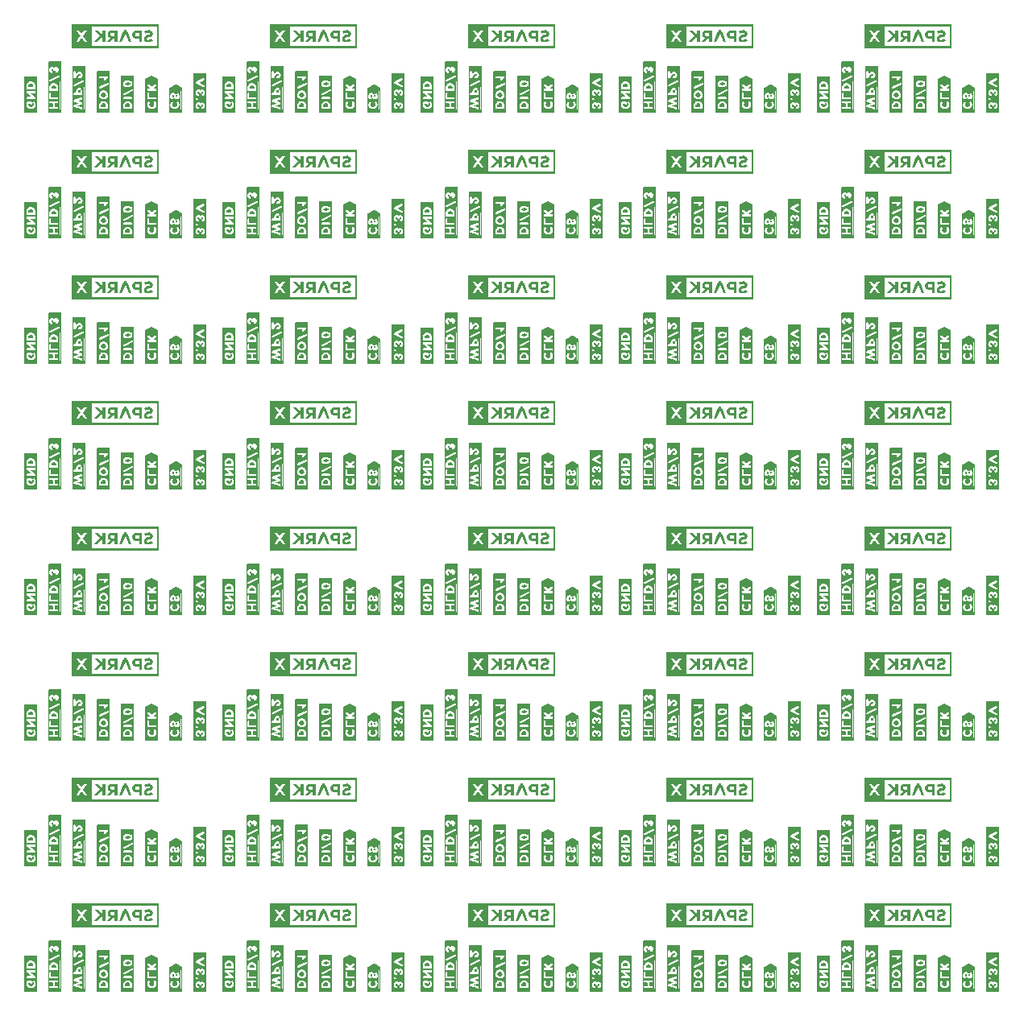
<source format=gbo>
G04 EAGLE Gerber RS-274X export*
G75*
%MOMM*%
%FSLAX34Y34*%
%LPD*%
%INSilkscreen Bottom*%
%IPPOS*%
%AMOC8*
5,1,8,0,0,1.08239X$1,22.5*%
G01*

G36*
X147367Y1013491D02*
X147367Y1013491D01*
X147362Y1013499D01*
X147369Y1013505D01*
X147369Y1038815D01*
X147333Y1038863D01*
X147326Y1038857D01*
X147320Y1038865D01*
X55880Y1038865D01*
X55833Y1038829D01*
X55838Y1038821D01*
X55831Y1038815D01*
X55831Y1013505D01*
X55867Y1013457D01*
X55874Y1013463D01*
X55880Y1013455D01*
X147320Y1013455D01*
X147367Y1013491D01*
G37*
G36*
X980487Y1013491D02*
X980487Y1013491D01*
X980482Y1013499D01*
X980489Y1013505D01*
X980489Y1038815D01*
X980453Y1038863D01*
X980446Y1038857D01*
X980440Y1038865D01*
X889000Y1038865D01*
X888953Y1038829D01*
X888958Y1038821D01*
X888951Y1038815D01*
X888951Y1013505D01*
X888987Y1013457D01*
X888994Y1013463D01*
X889000Y1013455D01*
X980440Y1013455D01*
X980487Y1013491D01*
G37*
G36*
X563927Y1013491D02*
X563927Y1013491D01*
X563922Y1013499D01*
X563929Y1013505D01*
X563929Y1038815D01*
X563893Y1038863D01*
X563886Y1038857D01*
X563880Y1038865D01*
X472440Y1038865D01*
X472393Y1038829D01*
X472398Y1038821D01*
X472391Y1038815D01*
X472391Y1013505D01*
X472427Y1013457D01*
X472434Y1013463D01*
X472440Y1013455D01*
X563880Y1013455D01*
X563927Y1013491D01*
G37*
G36*
X772207Y1013491D02*
X772207Y1013491D01*
X772202Y1013499D01*
X772209Y1013505D01*
X772209Y1038815D01*
X772173Y1038863D01*
X772166Y1038857D01*
X772160Y1038865D01*
X680720Y1038865D01*
X680673Y1038829D01*
X680678Y1038821D01*
X680671Y1038815D01*
X680671Y1013505D01*
X680707Y1013457D01*
X680714Y1013463D01*
X680720Y1013455D01*
X772160Y1013455D01*
X772207Y1013491D01*
G37*
G36*
X355647Y1013491D02*
X355647Y1013491D01*
X355642Y1013499D01*
X355649Y1013505D01*
X355649Y1038815D01*
X355613Y1038863D01*
X355606Y1038857D01*
X355600Y1038865D01*
X264160Y1038865D01*
X264113Y1038829D01*
X264118Y1038821D01*
X264111Y1038815D01*
X264111Y1013505D01*
X264147Y1013457D01*
X264154Y1013463D01*
X264160Y1013455D01*
X355600Y1013455D01*
X355647Y1013491D01*
G37*
G36*
X147367Y881411D02*
X147367Y881411D01*
X147362Y881419D01*
X147369Y881425D01*
X147369Y906735D01*
X147333Y906783D01*
X147326Y906777D01*
X147320Y906785D01*
X55880Y906785D01*
X55833Y906749D01*
X55838Y906741D01*
X55831Y906735D01*
X55831Y881425D01*
X55867Y881377D01*
X55874Y881383D01*
X55880Y881375D01*
X147320Y881375D01*
X147367Y881411D01*
G37*
G36*
X563927Y881411D02*
X563927Y881411D01*
X563922Y881419D01*
X563929Y881425D01*
X563929Y906735D01*
X563893Y906783D01*
X563886Y906777D01*
X563880Y906785D01*
X472440Y906785D01*
X472393Y906749D01*
X472398Y906741D01*
X472391Y906735D01*
X472391Y881425D01*
X472427Y881377D01*
X472434Y881383D01*
X472440Y881375D01*
X563880Y881375D01*
X563927Y881411D01*
G37*
G36*
X355647Y881411D02*
X355647Y881411D01*
X355642Y881419D01*
X355649Y881425D01*
X355649Y906735D01*
X355613Y906783D01*
X355606Y906777D01*
X355600Y906785D01*
X264160Y906785D01*
X264113Y906749D01*
X264118Y906741D01*
X264111Y906735D01*
X264111Y881425D01*
X264147Y881377D01*
X264154Y881383D01*
X264160Y881375D01*
X355600Y881375D01*
X355647Y881411D01*
G37*
G36*
X772207Y881411D02*
X772207Y881411D01*
X772202Y881419D01*
X772209Y881425D01*
X772209Y906735D01*
X772173Y906783D01*
X772166Y906777D01*
X772160Y906785D01*
X680720Y906785D01*
X680673Y906749D01*
X680678Y906741D01*
X680671Y906735D01*
X680671Y881425D01*
X680707Y881377D01*
X680714Y881383D01*
X680720Y881375D01*
X772160Y881375D01*
X772207Y881411D01*
G37*
G36*
X980487Y881411D02*
X980487Y881411D01*
X980482Y881419D01*
X980489Y881425D01*
X980489Y906735D01*
X980453Y906783D01*
X980446Y906777D01*
X980440Y906785D01*
X889000Y906785D01*
X888953Y906749D01*
X888958Y906741D01*
X888951Y906735D01*
X888951Y881425D01*
X888987Y881377D01*
X888994Y881383D01*
X889000Y881375D01*
X980440Y881375D01*
X980487Y881411D01*
G37*
G36*
X980487Y353091D02*
X980487Y353091D01*
X980482Y353099D01*
X980489Y353105D01*
X980489Y378415D01*
X980453Y378463D01*
X980446Y378457D01*
X980440Y378465D01*
X889000Y378465D01*
X888953Y378429D01*
X888958Y378421D01*
X888951Y378415D01*
X888951Y353105D01*
X888987Y353057D01*
X888994Y353063D01*
X889000Y353055D01*
X980440Y353055D01*
X980487Y353091D01*
G37*
G36*
X147367Y353091D02*
X147367Y353091D01*
X147362Y353099D01*
X147369Y353105D01*
X147369Y378415D01*
X147333Y378463D01*
X147326Y378457D01*
X147320Y378465D01*
X55880Y378465D01*
X55833Y378429D01*
X55838Y378421D01*
X55831Y378415D01*
X55831Y353105D01*
X55867Y353057D01*
X55874Y353063D01*
X55880Y353055D01*
X147320Y353055D01*
X147367Y353091D01*
G37*
G36*
X772207Y353091D02*
X772207Y353091D01*
X772202Y353099D01*
X772209Y353105D01*
X772209Y378415D01*
X772173Y378463D01*
X772166Y378457D01*
X772160Y378465D01*
X680720Y378465D01*
X680673Y378429D01*
X680678Y378421D01*
X680671Y378415D01*
X680671Y353105D01*
X680707Y353057D01*
X680714Y353063D01*
X680720Y353055D01*
X772160Y353055D01*
X772207Y353091D01*
G37*
G36*
X355647Y353091D02*
X355647Y353091D01*
X355642Y353099D01*
X355649Y353105D01*
X355649Y378415D01*
X355613Y378463D01*
X355606Y378457D01*
X355600Y378465D01*
X264160Y378465D01*
X264113Y378429D01*
X264118Y378421D01*
X264111Y378415D01*
X264111Y353105D01*
X264147Y353057D01*
X264154Y353063D01*
X264160Y353055D01*
X355600Y353055D01*
X355647Y353091D01*
G37*
G36*
X563927Y353091D02*
X563927Y353091D01*
X563922Y353099D01*
X563929Y353105D01*
X563929Y378415D01*
X563893Y378463D01*
X563886Y378457D01*
X563880Y378465D01*
X472440Y378465D01*
X472393Y378429D01*
X472398Y378421D01*
X472391Y378415D01*
X472391Y353105D01*
X472427Y353057D01*
X472434Y353063D01*
X472440Y353055D01*
X563880Y353055D01*
X563927Y353091D01*
G37*
G36*
X772207Y221011D02*
X772207Y221011D01*
X772202Y221019D01*
X772209Y221025D01*
X772209Y246335D01*
X772173Y246383D01*
X772166Y246377D01*
X772160Y246385D01*
X680720Y246385D01*
X680673Y246349D01*
X680678Y246341D01*
X680671Y246335D01*
X680671Y221025D01*
X680707Y220977D01*
X680714Y220983D01*
X680720Y220975D01*
X772160Y220975D01*
X772207Y221011D01*
G37*
G36*
X980487Y221011D02*
X980487Y221011D01*
X980482Y221019D01*
X980489Y221025D01*
X980489Y246335D01*
X980453Y246383D01*
X980446Y246377D01*
X980440Y246385D01*
X889000Y246385D01*
X888953Y246349D01*
X888958Y246341D01*
X888951Y246335D01*
X888951Y221025D01*
X888987Y220977D01*
X888994Y220983D01*
X889000Y220975D01*
X980440Y220975D01*
X980487Y221011D01*
G37*
G36*
X563927Y221011D02*
X563927Y221011D01*
X563922Y221019D01*
X563929Y221025D01*
X563929Y246335D01*
X563893Y246383D01*
X563886Y246377D01*
X563880Y246385D01*
X472440Y246385D01*
X472393Y246349D01*
X472398Y246341D01*
X472391Y246335D01*
X472391Y221025D01*
X472427Y220977D01*
X472434Y220983D01*
X472440Y220975D01*
X563880Y220975D01*
X563927Y221011D01*
G37*
G36*
X355647Y221011D02*
X355647Y221011D01*
X355642Y221019D01*
X355649Y221025D01*
X355649Y246335D01*
X355613Y246383D01*
X355606Y246377D01*
X355600Y246385D01*
X264160Y246385D01*
X264113Y246349D01*
X264118Y246341D01*
X264111Y246335D01*
X264111Y221025D01*
X264147Y220977D01*
X264154Y220983D01*
X264160Y220975D01*
X355600Y220975D01*
X355647Y221011D01*
G37*
G36*
X147367Y221011D02*
X147367Y221011D01*
X147362Y221019D01*
X147369Y221025D01*
X147369Y246335D01*
X147333Y246383D01*
X147326Y246377D01*
X147320Y246385D01*
X55880Y246385D01*
X55833Y246349D01*
X55838Y246341D01*
X55831Y246335D01*
X55831Y221025D01*
X55867Y220977D01*
X55874Y220983D01*
X55880Y220975D01*
X147320Y220975D01*
X147367Y221011D01*
G37*
G36*
X772207Y749331D02*
X772207Y749331D01*
X772202Y749339D01*
X772209Y749345D01*
X772209Y774655D01*
X772173Y774703D01*
X772166Y774697D01*
X772160Y774705D01*
X680720Y774705D01*
X680673Y774669D01*
X680678Y774661D01*
X680671Y774655D01*
X680671Y749345D01*
X680707Y749297D01*
X680714Y749303D01*
X680720Y749295D01*
X772160Y749295D01*
X772207Y749331D01*
G37*
G36*
X563927Y749331D02*
X563927Y749331D01*
X563922Y749339D01*
X563929Y749345D01*
X563929Y774655D01*
X563893Y774703D01*
X563886Y774697D01*
X563880Y774705D01*
X472440Y774705D01*
X472393Y774669D01*
X472398Y774661D01*
X472391Y774655D01*
X472391Y749345D01*
X472427Y749297D01*
X472434Y749303D01*
X472440Y749295D01*
X563880Y749295D01*
X563927Y749331D01*
G37*
G36*
X147367Y749331D02*
X147367Y749331D01*
X147362Y749339D01*
X147369Y749345D01*
X147369Y774655D01*
X147333Y774703D01*
X147326Y774697D01*
X147320Y774705D01*
X55880Y774705D01*
X55833Y774669D01*
X55838Y774661D01*
X55831Y774655D01*
X55831Y749345D01*
X55867Y749297D01*
X55874Y749303D01*
X55880Y749295D01*
X147320Y749295D01*
X147367Y749331D01*
G37*
G36*
X980487Y749331D02*
X980487Y749331D01*
X980482Y749339D01*
X980489Y749345D01*
X980489Y774655D01*
X980453Y774703D01*
X980446Y774697D01*
X980440Y774705D01*
X889000Y774705D01*
X888953Y774669D01*
X888958Y774661D01*
X888951Y774655D01*
X888951Y749345D01*
X888987Y749297D01*
X888994Y749303D01*
X889000Y749295D01*
X980440Y749295D01*
X980487Y749331D01*
G37*
G36*
X355647Y749331D02*
X355647Y749331D01*
X355642Y749339D01*
X355649Y749345D01*
X355649Y774655D01*
X355613Y774703D01*
X355606Y774697D01*
X355600Y774705D01*
X264160Y774705D01*
X264113Y774669D01*
X264118Y774661D01*
X264111Y774655D01*
X264111Y749345D01*
X264147Y749297D01*
X264154Y749303D01*
X264160Y749295D01*
X355600Y749295D01*
X355647Y749331D01*
G37*
G36*
X772207Y88931D02*
X772207Y88931D01*
X772202Y88939D01*
X772209Y88945D01*
X772209Y114255D01*
X772173Y114303D01*
X772166Y114297D01*
X772160Y114305D01*
X680720Y114305D01*
X680673Y114269D01*
X680678Y114261D01*
X680671Y114255D01*
X680671Y88945D01*
X680707Y88897D01*
X680714Y88903D01*
X680720Y88895D01*
X772160Y88895D01*
X772207Y88931D01*
G37*
G36*
X563927Y88931D02*
X563927Y88931D01*
X563922Y88939D01*
X563929Y88945D01*
X563929Y114255D01*
X563893Y114303D01*
X563886Y114297D01*
X563880Y114305D01*
X472440Y114305D01*
X472393Y114269D01*
X472398Y114261D01*
X472391Y114255D01*
X472391Y88945D01*
X472427Y88897D01*
X472434Y88903D01*
X472440Y88895D01*
X563880Y88895D01*
X563927Y88931D01*
G37*
G36*
X980487Y88931D02*
X980487Y88931D01*
X980482Y88939D01*
X980489Y88945D01*
X980489Y114255D01*
X980453Y114303D01*
X980446Y114297D01*
X980440Y114305D01*
X889000Y114305D01*
X888953Y114269D01*
X888958Y114261D01*
X888951Y114255D01*
X888951Y88945D01*
X888987Y88897D01*
X888994Y88903D01*
X889000Y88895D01*
X980440Y88895D01*
X980487Y88931D01*
G37*
G36*
X355647Y88931D02*
X355647Y88931D01*
X355642Y88939D01*
X355649Y88945D01*
X355649Y114255D01*
X355613Y114303D01*
X355606Y114297D01*
X355600Y114305D01*
X264160Y114305D01*
X264113Y114269D01*
X264118Y114261D01*
X264111Y114255D01*
X264111Y88945D01*
X264147Y88897D01*
X264154Y88903D01*
X264160Y88895D01*
X355600Y88895D01*
X355647Y88931D01*
G37*
G36*
X55867Y88897D02*
X55867Y88897D01*
X55874Y88903D01*
X55880Y88895D01*
X147320Y88895D01*
X147367Y88931D01*
X147362Y88939D01*
X147369Y88945D01*
X147369Y114255D01*
X147333Y114303D01*
X147326Y114297D01*
X147320Y114305D01*
X55880Y114305D01*
X55833Y114269D01*
X55838Y114261D01*
X55831Y114255D01*
X55831Y88945D01*
X55867Y88897D01*
G37*
G36*
X563927Y617251D02*
X563927Y617251D01*
X563922Y617259D01*
X563929Y617265D01*
X563929Y642575D01*
X563893Y642623D01*
X563886Y642617D01*
X563880Y642625D01*
X472440Y642625D01*
X472393Y642589D01*
X472398Y642581D01*
X472391Y642575D01*
X472391Y617265D01*
X472427Y617217D01*
X472434Y617223D01*
X472440Y617215D01*
X563880Y617215D01*
X563927Y617251D01*
G37*
G36*
X355647Y617251D02*
X355647Y617251D01*
X355642Y617259D01*
X355649Y617265D01*
X355649Y642575D01*
X355613Y642623D01*
X355606Y642617D01*
X355600Y642625D01*
X264160Y642625D01*
X264113Y642589D01*
X264118Y642581D01*
X264111Y642575D01*
X264111Y617265D01*
X264147Y617217D01*
X264154Y617223D01*
X264160Y617215D01*
X355600Y617215D01*
X355647Y617251D01*
G37*
G36*
X772207Y617251D02*
X772207Y617251D01*
X772202Y617259D01*
X772209Y617265D01*
X772209Y642575D01*
X772173Y642623D01*
X772166Y642617D01*
X772160Y642625D01*
X680720Y642625D01*
X680673Y642589D01*
X680678Y642581D01*
X680671Y642575D01*
X680671Y617265D01*
X680707Y617217D01*
X680714Y617223D01*
X680720Y617215D01*
X772160Y617215D01*
X772207Y617251D01*
G37*
G36*
X147367Y617251D02*
X147367Y617251D01*
X147362Y617259D01*
X147369Y617265D01*
X147369Y642575D01*
X147333Y642623D01*
X147326Y642617D01*
X147320Y642625D01*
X55880Y642625D01*
X55833Y642589D01*
X55838Y642581D01*
X55831Y642575D01*
X55831Y617265D01*
X55867Y617217D01*
X55874Y617223D01*
X55880Y617215D01*
X147320Y617215D01*
X147367Y617251D01*
G37*
G36*
X980487Y617251D02*
X980487Y617251D01*
X980482Y617259D01*
X980489Y617265D01*
X980489Y642575D01*
X980453Y642623D01*
X980446Y642617D01*
X980440Y642625D01*
X889000Y642625D01*
X888953Y642589D01*
X888958Y642581D01*
X888951Y642575D01*
X888951Y617265D01*
X888987Y617217D01*
X888994Y617223D01*
X889000Y617215D01*
X980440Y617215D01*
X980487Y617251D01*
G37*
G36*
X563927Y485171D02*
X563927Y485171D01*
X563922Y485179D01*
X563929Y485185D01*
X563929Y510495D01*
X563893Y510543D01*
X563886Y510537D01*
X563880Y510545D01*
X472440Y510545D01*
X472393Y510509D01*
X472398Y510501D01*
X472391Y510495D01*
X472391Y485185D01*
X472427Y485137D01*
X472434Y485143D01*
X472440Y485135D01*
X563880Y485135D01*
X563927Y485171D01*
G37*
G36*
X980487Y485171D02*
X980487Y485171D01*
X980482Y485179D01*
X980489Y485185D01*
X980489Y510495D01*
X980453Y510543D01*
X980446Y510537D01*
X980440Y510545D01*
X889000Y510545D01*
X888953Y510509D01*
X888958Y510501D01*
X888951Y510495D01*
X888951Y485185D01*
X888987Y485137D01*
X888994Y485143D01*
X889000Y485135D01*
X980440Y485135D01*
X980487Y485171D01*
G37*
G36*
X355647Y485171D02*
X355647Y485171D01*
X355642Y485179D01*
X355649Y485185D01*
X355649Y510495D01*
X355613Y510543D01*
X355606Y510537D01*
X355600Y510545D01*
X264160Y510545D01*
X264113Y510509D01*
X264118Y510501D01*
X264111Y510495D01*
X264111Y485185D01*
X264147Y485137D01*
X264154Y485143D01*
X264160Y485135D01*
X355600Y485135D01*
X355647Y485171D01*
G37*
G36*
X147367Y485171D02*
X147367Y485171D01*
X147362Y485179D01*
X147369Y485185D01*
X147369Y510495D01*
X147333Y510543D01*
X147326Y510537D01*
X147320Y510545D01*
X55880Y510545D01*
X55833Y510509D01*
X55838Y510501D01*
X55831Y510495D01*
X55831Y485185D01*
X55867Y485137D01*
X55874Y485143D01*
X55880Y485135D01*
X147320Y485135D01*
X147367Y485171D01*
G37*
G36*
X772207Y485171D02*
X772207Y485171D01*
X772202Y485179D01*
X772209Y485185D01*
X772209Y510495D01*
X772173Y510543D01*
X772166Y510537D01*
X772160Y510545D01*
X680720Y510545D01*
X680673Y510509D01*
X680678Y510501D01*
X680671Y510495D01*
X680671Y485185D01*
X680707Y485137D01*
X680714Y485143D01*
X680720Y485135D01*
X772160Y485135D01*
X772207Y485171D01*
G37*
%LPC*%
G36*
X76357Y1015904D02*
X76357Y1015904D01*
X76357Y1036416D01*
X144921Y1036416D01*
X144921Y1015904D01*
X76357Y1015904D01*
G37*
%LPD*%
%LPC*%
G36*
X701197Y1015904D02*
X701197Y1015904D01*
X701197Y1036416D01*
X769761Y1036416D01*
X769761Y1015904D01*
X701197Y1015904D01*
G37*
%LPD*%
%LPC*%
G36*
X492917Y1015904D02*
X492917Y1015904D01*
X492917Y1036416D01*
X561481Y1036416D01*
X561481Y1015904D01*
X492917Y1015904D01*
G37*
%LPD*%
%LPC*%
G36*
X909477Y1015904D02*
X909477Y1015904D01*
X909477Y1036416D01*
X978041Y1036416D01*
X978041Y1015904D01*
X909477Y1015904D01*
G37*
%LPD*%
%LPC*%
G36*
X284637Y1015904D02*
X284637Y1015904D01*
X284637Y1036416D01*
X353201Y1036416D01*
X353201Y1015904D01*
X284637Y1015904D01*
G37*
%LPD*%
%LPC*%
G36*
X284637Y223424D02*
X284637Y223424D01*
X284637Y243936D01*
X353201Y243936D01*
X353201Y223424D01*
X284637Y223424D01*
G37*
%LPD*%
%LPC*%
G36*
X909477Y223424D02*
X909477Y223424D01*
X909477Y243936D01*
X978041Y243936D01*
X978041Y223424D01*
X909477Y223424D01*
G37*
%LPD*%
%LPC*%
G36*
X76357Y223424D02*
X76357Y223424D01*
X76357Y243936D01*
X144921Y243936D01*
X144921Y223424D01*
X76357Y223424D01*
G37*
%LPD*%
%LPC*%
G36*
X701197Y223424D02*
X701197Y223424D01*
X701197Y243936D01*
X769761Y243936D01*
X769761Y223424D01*
X701197Y223424D01*
G37*
%LPD*%
%LPC*%
G36*
X492917Y223424D02*
X492917Y223424D01*
X492917Y243936D01*
X561481Y243936D01*
X561481Y223424D01*
X492917Y223424D01*
G37*
%LPD*%
%LPC*%
G36*
X144921Y111856D02*
X144921Y111856D01*
X144921Y91344D01*
X76357Y91344D01*
X76357Y111856D01*
X144921Y111856D01*
G37*
%LPD*%
%LPC*%
G36*
X909477Y91344D02*
X909477Y91344D01*
X909477Y111856D01*
X978041Y111856D01*
X978041Y91344D01*
X909477Y91344D01*
G37*
%LPD*%
%LPC*%
G36*
X492917Y91344D02*
X492917Y91344D01*
X492917Y111856D01*
X561481Y111856D01*
X561481Y91344D01*
X492917Y91344D01*
G37*
%LPD*%
%LPC*%
G36*
X701197Y91344D02*
X701197Y91344D01*
X701197Y111856D01*
X769761Y111856D01*
X769761Y91344D01*
X701197Y91344D01*
G37*
%LPD*%
%LPC*%
G36*
X284637Y91344D02*
X284637Y91344D01*
X284637Y111856D01*
X353201Y111856D01*
X353201Y91344D01*
X284637Y91344D01*
G37*
%LPD*%
%LPC*%
G36*
X492917Y487584D02*
X492917Y487584D01*
X492917Y508096D01*
X561481Y508096D01*
X561481Y487584D01*
X492917Y487584D01*
G37*
%LPD*%
%LPC*%
G36*
X76357Y751744D02*
X76357Y751744D01*
X76357Y772256D01*
X144921Y772256D01*
X144921Y751744D01*
X76357Y751744D01*
G37*
%LPD*%
%LPC*%
G36*
X284637Y751744D02*
X284637Y751744D01*
X284637Y772256D01*
X353201Y772256D01*
X353201Y751744D01*
X284637Y751744D01*
G37*
%LPD*%
%LPC*%
G36*
X909477Y751744D02*
X909477Y751744D01*
X909477Y772256D01*
X978041Y772256D01*
X978041Y751744D01*
X909477Y751744D01*
G37*
%LPD*%
%LPC*%
G36*
X701197Y751744D02*
X701197Y751744D01*
X701197Y772256D01*
X769761Y772256D01*
X769761Y751744D01*
X701197Y751744D01*
G37*
%LPD*%
%LPC*%
G36*
X492917Y751744D02*
X492917Y751744D01*
X492917Y772256D01*
X561481Y772256D01*
X561481Y751744D01*
X492917Y751744D01*
G37*
%LPD*%
%LPC*%
G36*
X909477Y487584D02*
X909477Y487584D01*
X909477Y508096D01*
X978041Y508096D01*
X978041Y487584D01*
X909477Y487584D01*
G37*
%LPD*%
%LPC*%
G36*
X76357Y487584D02*
X76357Y487584D01*
X76357Y508096D01*
X144921Y508096D01*
X144921Y487584D01*
X76357Y487584D01*
G37*
%LPD*%
%LPC*%
G36*
X284637Y487584D02*
X284637Y487584D01*
X284637Y508096D01*
X353201Y508096D01*
X353201Y487584D01*
X284637Y487584D01*
G37*
%LPD*%
%LPC*%
G36*
X701197Y487584D02*
X701197Y487584D01*
X701197Y508096D01*
X769761Y508096D01*
X769761Y487584D01*
X701197Y487584D01*
G37*
%LPD*%
%LPC*%
G36*
X492917Y619664D02*
X492917Y619664D01*
X492917Y640176D01*
X561481Y640176D01*
X561481Y619664D01*
X492917Y619664D01*
G37*
%LPD*%
%LPC*%
G36*
X701197Y883824D02*
X701197Y883824D01*
X701197Y904336D01*
X769761Y904336D01*
X769761Y883824D01*
X701197Y883824D01*
G37*
%LPD*%
%LPC*%
G36*
X284637Y883824D02*
X284637Y883824D01*
X284637Y904336D01*
X353201Y904336D01*
X353201Y883824D01*
X284637Y883824D01*
G37*
%LPD*%
%LPC*%
G36*
X492917Y883824D02*
X492917Y883824D01*
X492917Y904336D01*
X561481Y904336D01*
X561481Y883824D01*
X492917Y883824D01*
G37*
%LPD*%
%LPC*%
G36*
X76357Y883824D02*
X76357Y883824D01*
X76357Y904336D01*
X144921Y904336D01*
X144921Y883824D01*
X76357Y883824D01*
G37*
%LPD*%
%LPC*%
G36*
X909477Y883824D02*
X909477Y883824D01*
X909477Y904336D01*
X978041Y904336D01*
X978041Y883824D01*
X909477Y883824D01*
G37*
%LPD*%
%LPC*%
G36*
X284637Y619664D02*
X284637Y619664D01*
X284637Y640176D01*
X353201Y640176D01*
X353201Y619664D01*
X284637Y619664D01*
G37*
%LPD*%
%LPC*%
G36*
X909477Y619664D02*
X909477Y619664D01*
X909477Y640176D01*
X978041Y640176D01*
X978041Y619664D01*
X909477Y619664D01*
G37*
%LPD*%
%LPC*%
G36*
X701197Y619664D02*
X701197Y619664D01*
X701197Y640176D01*
X769761Y640176D01*
X769761Y619664D01*
X701197Y619664D01*
G37*
%LPD*%
%LPC*%
G36*
X76357Y619664D02*
X76357Y619664D01*
X76357Y640176D01*
X144921Y640176D01*
X144921Y619664D01*
X76357Y619664D01*
G37*
%LPD*%
%LPC*%
G36*
X76357Y355504D02*
X76357Y355504D01*
X76357Y376016D01*
X144921Y376016D01*
X144921Y355504D01*
X76357Y355504D01*
G37*
%LPD*%
%LPC*%
G36*
X492917Y355504D02*
X492917Y355504D01*
X492917Y376016D01*
X561481Y376016D01*
X561481Y355504D01*
X492917Y355504D01*
G37*
%LPD*%
%LPC*%
G36*
X909477Y355504D02*
X909477Y355504D01*
X909477Y376016D01*
X978041Y376016D01*
X978041Y355504D01*
X909477Y355504D01*
G37*
%LPD*%
%LPC*%
G36*
X284637Y355504D02*
X284637Y355504D01*
X284637Y376016D01*
X353201Y376016D01*
X353201Y355504D01*
X284637Y355504D01*
G37*
%LPD*%
%LPC*%
G36*
X701197Y355504D02*
X701197Y355504D01*
X701197Y376016D01*
X769761Y376016D01*
X769761Y355504D01*
X701197Y355504D01*
G37*
%LPD*%
G36*
X669466Y21150D02*
X669466Y21150D01*
X669479Y21150D01*
X669779Y21550D01*
X669779Y21558D01*
X669783Y21561D01*
X669779Y21565D01*
X669779Y21572D01*
X669789Y21580D01*
X669789Y74680D01*
X669760Y74718D01*
X669758Y74726D01*
X669258Y74926D01*
X669245Y74922D01*
X669240Y74929D01*
X656340Y74929D01*
X656302Y74900D01*
X656294Y74898D01*
X656094Y74398D01*
X656097Y74387D01*
X656093Y74383D01*
X656094Y74382D01*
X656091Y74380D01*
X656091Y21480D01*
X656110Y21454D01*
X656110Y21441D01*
X656510Y21141D01*
X656532Y21141D01*
X656540Y21131D01*
X669440Y21131D01*
X669466Y21150D01*
G37*
G36*
X461186Y813630D02*
X461186Y813630D01*
X461199Y813630D01*
X461499Y814030D01*
X461499Y814038D01*
X461503Y814041D01*
X461499Y814045D01*
X461499Y814052D01*
X461509Y814060D01*
X461509Y867160D01*
X461480Y867198D01*
X461478Y867206D01*
X460978Y867406D01*
X460965Y867402D01*
X460960Y867409D01*
X448060Y867409D01*
X448022Y867380D01*
X448014Y867378D01*
X447814Y866878D01*
X447817Y866867D01*
X447813Y866863D01*
X447814Y866862D01*
X447811Y866860D01*
X447811Y813960D01*
X447830Y813934D01*
X447830Y813921D01*
X448230Y813621D01*
X448252Y813621D01*
X448260Y813611D01*
X461160Y813611D01*
X461186Y813630D01*
G37*
G36*
X877746Y813630D02*
X877746Y813630D01*
X877759Y813630D01*
X878059Y814030D01*
X878059Y814038D01*
X878063Y814041D01*
X878059Y814045D01*
X878059Y814052D01*
X878069Y814060D01*
X878069Y867160D01*
X878040Y867198D01*
X878038Y867206D01*
X877538Y867406D01*
X877525Y867402D01*
X877520Y867409D01*
X864620Y867409D01*
X864582Y867380D01*
X864574Y867378D01*
X864374Y866878D01*
X864377Y866867D01*
X864373Y866863D01*
X864374Y866862D01*
X864371Y866860D01*
X864371Y813960D01*
X864390Y813934D01*
X864390Y813921D01*
X864790Y813621D01*
X864812Y813621D01*
X864820Y813611D01*
X877720Y813611D01*
X877746Y813630D01*
G37*
G36*
X669466Y813630D02*
X669466Y813630D01*
X669479Y813630D01*
X669779Y814030D01*
X669779Y814038D01*
X669783Y814041D01*
X669779Y814045D01*
X669779Y814052D01*
X669789Y814060D01*
X669789Y867160D01*
X669760Y867198D01*
X669758Y867206D01*
X669258Y867406D01*
X669245Y867402D01*
X669240Y867409D01*
X656340Y867409D01*
X656302Y867380D01*
X656294Y867378D01*
X656094Y866878D01*
X656097Y866867D01*
X656093Y866863D01*
X656094Y866862D01*
X656091Y866860D01*
X656091Y813960D01*
X656110Y813934D01*
X656110Y813921D01*
X656510Y813621D01*
X656532Y813621D01*
X656540Y813611D01*
X669440Y813611D01*
X669466Y813630D01*
G37*
G36*
X44626Y813630D02*
X44626Y813630D01*
X44639Y813630D01*
X44939Y814030D01*
X44939Y814038D01*
X44943Y814041D01*
X44939Y814045D01*
X44939Y814052D01*
X44949Y814060D01*
X44949Y867160D01*
X44920Y867198D01*
X44918Y867206D01*
X44418Y867406D01*
X44405Y867402D01*
X44400Y867409D01*
X31500Y867409D01*
X31462Y867380D01*
X31454Y867378D01*
X31254Y866878D01*
X31257Y866867D01*
X31253Y866863D01*
X31254Y866862D01*
X31251Y866860D01*
X31251Y813960D01*
X31270Y813934D01*
X31270Y813921D01*
X31670Y813621D01*
X31692Y813621D01*
X31700Y813611D01*
X44600Y813611D01*
X44626Y813630D01*
G37*
G36*
X252906Y813630D02*
X252906Y813630D01*
X252919Y813630D01*
X253219Y814030D01*
X253219Y814038D01*
X253223Y814041D01*
X253219Y814045D01*
X253219Y814052D01*
X253229Y814060D01*
X253229Y867160D01*
X253200Y867198D01*
X253198Y867206D01*
X252698Y867406D01*
X252685Y867402D01*
X252680Y867409D01*
X239780Y867409D01*
X239742Y867380D01*
X239734Y867378D01*
X239534Y866878D01*
X239537Y866867D01*
X239533Y866863D01*
X239534Y866862D01*
X239531Y866860D01*
X239531Y813960D01*
X239550Y813934D01*
X239550Y813921D01*
X239950Y813621D01*
X239972Y813621D01*
X239980Y813611D01*
X252880Y813611D01*
X252906Y813630D01*
G37*
G36*
X877746Y285310D02*
X877746Y285310D01*
X877759Y285310D01*
X878059Y285710D01*
X878059Y285718D01*
X878063Y285721D01*
X878059Y285725D01*
X878059Y285732D01*
X878069Y285740D01*
X878069Y338840D01*
X878040Y338878D01*
X878038Y338886D01*
X877538Y339086D01*
X877525Y339082D01*
X877520Y339089D01*
X864620Y339089D01*
X864582Y339060D01*
X864574Y339058D01*
X864374Y338558D01*
X864377Y338547D01*
X864373Y338543D01*
X864374Y338542D01*
X864371Y338540D01*
X864371Y285640D01*
X864390Y285614D01*
X864390Y285601D01*
X864790Y285301D01*
X864812Y285301D01*
X864820Y285291D01*
X877720Y285291D01*
X877746Y285310D01*
G37*
G36*
X252906Y285310D02*
X252906Y285310D01*
X252919Y285310D01*
X253219Y285710D01*
X253219Y285718D01*
X253223Y285721D01*
X253219Y285725D01*
X253219Y285732D01*
X253229Y285740D01*
X253229Y338840D01*
X253200Y338878D01*
X253198Y338886D01*
X252698Y339086D01*
X252685Y339082D01*
X252680Y339089D01*
X239780Y339089D01*
X239742Y339060D01*
X239734Y339058D01*
X239534Y338558D01*
X239537Y338547D01*
X239533Y338543D01*
X239534Y338542D01*
X239531Y338540D01*
X239531Y285640D01*
X239550Y285614D01*
X239550Y285601D01*
X239950Y285301D01*
X239972Y285301D01*
X239980Y285291D01*
X252880Y285291D01*
X252906Y285310D01*
G37*
G36*
X461186Y285310D02*
X461186Y285310D01*
X461199Y285310D01*
X461499Y285710D01*
X461499Y285718D01*
X461503Y285721D01*
X461499Y285725D01*
X461499Y285732D01*
X461509Y285740D01*
X461509Y338840D01*
X461480Y338878D01*
X461478Y338886D01*
X460978Y339086D01*
X460965Y339082D01*
X460960Y339089D01*
X448060Y339089D01*
X448022Y339060D01*
X448014Y339058D01*
X447814Y338558D01*
X447817Y338547D01*
X447813Y338543D01*
X447814Y338542D01*
X447811Y338540D01*
X447811Y285640D01*
X447830Y285614D01*
X447830Y285601D01*
X448230Y285301D01*
X448252Y285301D01*
X448260Y285291D01*
X461160Y285291D01*
X461186Y285310D01*
G37*
G36*
X44626Y285310D02*
X44626Y285310D01*
X44639Y285310D01*
X44939Y285710D01*
X44939Y285718D01*
X44943Y285721D01*
X44939Y285725D01*
X44939Y285732D01*
X44949Y285740D01*
X44949Y338840D01*
X44920Y338878D01*
X44918Y338886D01*
X44418Y339086D01*
X44405Y339082D01*
X44400Y339089D01*
X31500Y339089D01*
X31462Y339060D01*
X31454Y339058D01*
X31254Y338558D01*
X31257Y338547D01*
X31253Y338543D01*
X31254Y338542D01*
X31251Y338540D01*
X31251Y285640D01*
X31270Y285614D01*
X31270Y285601D01*
X31670Y285301D01*
X31692Y285301D01*
X31700Y285291D01*
X44600Y285291D01*
X44626Y285310D01*
G37*
G36*
X669466Y285310D02*
X669466Y285310D01*
X669479Y285310D01*
X669779Y285710D01*
X669779Y285718D01*
X669783Y285721D01*
X669779Y285725D01*
X669779Y285732D01*
X669789Y285740D01*
X669789Y338840D01*
X669760Y338878D01*
X669758Y338886D01*
X669258Y339086D01*
X669245Y339082D01*
X669240Y339089D01*
X656340Y339089D01*
X656302Y339060D01*
X656294Y339058D01*
X656094Y338558D01*
X656097Y338547D01*
X656093Y338543D01*
X656094Y338542D01*
X656091Y338540D01*
X656091Y285640D01*
X656110Y285614D01*
X656110Y285601D01*
X656510Y285301D01*
X656532Y285301D01*
X656540Y285291D01*
X669440Y285291D01*
X669466Y285310D01*
G37*
G36*
X877746Y153230D02*
X877746Y153230D01*
X877759Y153230D01*
X878059Y153630D01*
X878059Y153638D01*
X878063Y153641D01*
X878059Y153645D01*
X878059Y153652D01*
X878069Y153660D01*
X878069Y206760D01*
X878040Y206798D01*
X878038Y206806D01*
X877538Y207006D01*
X877525Y207002D01*
X877520Y207009D01*
X864620Y207009D01*
X864582Y206980D01*
X864574Y206978D01*
X864374Y206478D01*
X864377Y206467D01*
X864373Y206463D01*
X864374Y206462D01*
X864371Y206460D01*
X864371Y153560D01*
X864390Y153534D01*
X864390Y153521D01*
X864790Y153221D01*
X864812Y153221D01*
X864820Y153211D01*
X877720Y153211D01*
X877746Y153230D01*
G37*
G36*
X461186Y153230D02*
X461186Y153230D01*
X461199Y153230D01*
X461499Y153630D01*
X461499Y153638D01*
X461503Y153641D01*
X461499Y153645D01*
X461499Y153652D01*
X461509Y153660D01*
X461509Y206760D01*
X461480Y206798D01*
X461478Y206806D01*
X460978Y207006D01*
X460965Y207002D01*
X460960Y207009D01*
X448060Y207009D01*
X448022Y206980D01*
X448014Y206978D01*
X447814Y206478D01*
X447817Y206467D01*
X447813Y206463D01*
X447814Y206462D01*
X447811Y206460D01*
X447811Y153560D01*
X447830Y153534D01*
X447830Y153521D01*
X448230Y153221D01*
X448252Y153221D01*
X448260Y153211D01*
X461160Y153211D01*
X461186Y153230D01*
G37*
G36*
X252906Y153230D02*
X252906Y153230D01*
X252919Y153230D01*
X253219Y153630D01*
X253219Y153638D01*
X253223Y153641D01*
X253219Y153645D01*
X253219Y153652D01*
X253229Y153660D01*
X253229Y206760D01*
X253200Y206798D01*
X253198Y206806D01*
X252698Y207006D01*
X252685Y207002D01*
X252680Y207009D01*
X239780Y207009D01*
X239742Y206980D01*
X239734Y206978D01*
X239534Y206478D01*
X239537Y206467D01*
X239533Y206463D01*
X239534Y206462D01*
X239531Y206460D01*
X239531Y153560D01*
X239550Y153534D01*
X239550Y153521D01*
X239950Y153221D01*
X239972Y153221D01*
X239980Y153211D01*
X252880Y153211D01*
X252906Y153230D01*
G37*
G36*
X669466Y153230D02*
X669466Y153230D01*
X669479Y153230D01*
X669779Y153630D01*
X669779Y153638D01*
X669783Y153641D01*
X669779Y153645D01*
X669779Y153652D01*
X669789Y153660D01*
X669789Y206760D01*
X669760Y206798D01*
X669758Y206806D01*
X669258Y207006D01*
X669245Y207002D01*
X669240Y207009D01*
X656340Y207009D01*
X656302Y206980D01*
X656294Y206978D01*
X656094Y206478D01*
X656097Y206467D01*
X656093Y206463D01*
X656094Y206462D01*
X656091Y206460D01*
X656091Y153560D01*
X656110Y153534D01*
X656110Y153521D01*
X656510Y153221D01*
X656532Y153221D01*
X656540Y153211D01*
X669440Y153211D01*
X669466Y153230D01*
G37*
G36*
X461186Y945710D02*
X461186Y945710D01*
X461199Y945710D01*
X461499Y946110D01*
X461499Y946118D01*
X461503Y946121D01*
X461499Y946125D01*
X461499Y946132D01*
X461509Y946140D01*
X461509Y999240D01*
X461480Y999278D01*
X461478Y999286D01*
X460978Y999486D01*
X460965Y999482D01*
X460960Y999489D01*
X448060Y999489D01*
X448022Y999460D01*
X448014Y999458D01*
X447814Y998958D01*
X447817Y998947D01*
X447813Y998943D01*
X447814Y998942D01*
X447811Y998940D01*
X447811Y946040D01*
X447830Y946014D01*
X447830Y946001D01*
X448230Y945701D01*
X448252Y945701D01*
X448260Y945691D01*
X461160Y945691D01*
X461186Y945710D01*
G37*
G36*
X877746Y681550D02*
X877746Y681550D01*
X877759Y681550D01*
X878059Y681950D01*
X878059Y681958D01*
X878063Y681961D01*
X878059Y681965D01*
X878059Y681972D01*
X878069Y681980D01*
X878069Y735080D01*
X878040Y735118D01*
X878038Y735126D01*
X877538Y735326D01*
X877525Y735322D01*
X877520Y735329D01*
X864620Y735329D01*
X864582Y735300D01*
X864574Y735298D01*
X864374Y734798D01*
X864377Y734787D01*
X864373Y734783D01*
X864374Y734782D01*
X864371Y734780D01*
X864371Y681880D01*
X864390Y681854D01*
X864390Y681841D01*
X864790Y681541D01*
X864812Y681541D01*
X864820Y681531D01*
X877720Y681531D01*
X877746Y681550D01*
G37*
G36*
X461186Y681550D02*
X461186Y681550D01*
X461199Y681550D01*
X461499Y681950D01*
X461499Y681958D01*
X461503Y681961D01*
X461499Y681965D01*
X461499Y681972D01*
X461509Y681980D01*
X461509Y735080D01*
X461480Y735118D01*
X461478Y735126D01*
X460978Y735326D01*
X460965Y735322D01*
X460960Y735329D01*
X448060Y735329D01*
X448022Y735300D01*
X448014Y735298D01*
X447814Y734798D01*
X447817Y734787D01*
X447813Y734783D01*
X447814Y734782D01*
X447811Y734780D01*
X447811Y681880D01*
X447830Y681854D01*
X447830Y681841D01*
X448230Y681541D01*
X448252Y681541D01*
X448260Y681531D01*
X461160Y681531D01*
X461186Y681550D01*
G37*
G36*
X252906Y681550D02*
X252906Y681550D01*
X252919Y681550D01*
X253219Y681950D01*
X253219Y681958D01*
X253223Y681961D01*
X253219Y681965D01*
X253219Y681972D01*
X253229Y681980D01*
X253229Y735080D01*
X253200Y735118D01*
X253198Y735126D01*
X252698Y735326D01*
X252685Y735322D01*
X252680Y735329D01*
X239780Y735329D01*
X239742Y735300D01*
X239734Y735298D01*
X239534Y734798D01*
X239537Y734787D01*
X239533Y734783D01*
X239534Y734782D01*
X239531Y734780D01*
X239531Y681880D01*
X239550Y681854D01*
X239550Y681841D01*
X239950Y681541D01*
X239972Y681541D01*
X239980Y681531D01*
X252880Y681531D01*
X252906Y681550D01*
G37*
G36*
X669466Y681550D02*
X669466Y681550D01*
X669479Y681550D01*
X669779Y681950D01*
X669779Y681958D01*
X669783Y681961D01*
X669779Y681965D01*
X669779Y681972D01*
X669789Y681980D01*
X669789Y735080D01*
X669760Y735118D01*
X669758Y735126D01*
X669258Y735326D01*
X669245Y735322D01*
X669240Y735329D01*
X656340Y735329D01*
X656302Y735300D01*
X656294Y735298D01*
X656094Y734798D01*
X656097Y734787D01*
X656093Y734783D01*
X656094Y734782D01*
X656091Y734780D01*
X656091Y681880D01*
X656110Y681854D01*
X656110Y681841D01*
X656510Y681541D01*
X656532Y681541D01*
X656540Y681531D01*
X669440Y681531D01*
X669466Y681550D01*
G37*
G36*
X44626Y681550D02*
X44626Y681550D01*
X44639Y681550D01*
X44939Y681950D01*
X44939Y681958D01*
X44943Y681961D01*
X44939Y681965D01*
X44939Y681972D01*
X44949Y681980D01*
X44949Y735080D01*
X44920Y735118D01*
X44918Y735126D01*
X44418Y735326D01*
X44405Y735322D01*
X44400Y735329D01*
X31500Y735329D01*
X31462Y735300D01*
X31454Y735298D01*
X31254Y734798D01*
X31257Y734787D01*
X31253Y734783D01*
X31254Y734782D01*
X31251Y734780D01*
X31251Y681880D01*
X31270Y681854D01*
X31270Y681841D01*
X31670Y681541D01*
X31692Y681541D01*
X31700Y681531D01*
X44600Y681531D01*
X44626Y681550D01*
G37*
G36*
X669466Y549470D02*
X669466Y549470D01*
X669479Y549470D01*
X669779Y549870D01*
X669779Y549878D01*
X669783Y549881D01*
X669779Y549885D01*
X669779Y549892D01*
X669789Y549900D01*
X669789Y603000D01*
X669760Y603038D01*
X669758Y603046D01*
X669258Y603246D01*
X669245Y603242D01*
X669240Y603249D01*
X656340Y603249D01*
X656302Y603220D01*
X656294Y603218D01*
X656094Y602718D01*
X656097Y602707D01*
X656093Y602703D01*
X656094Y602702D01*
X656091Y602700D01*
X656091Y549800D01*
X656110Y549774D01*
X656110Y549761D01*
X656510Y549461D01*
X656532Y549461D01*
X656540Y549451D01*
X669440Y549451D01*
X669466Y549470D01*
G37*
G36*
X877746Y549470D02*
X877746Y549470D01*
X877759Y549470D01*
X878059Y549870D01*
X878059Y549878D01*
X878063Y549881D01*
X878059Y549885D01*
X878059Y549892D01*
X878069Y549900D01*
X878069Y603000D01*
X878040Y603038D01*
X878038Y603046D01*
X877538Y603246D01*
X877525Y603242D01*
X877520Y603249D01*
X864620Y603249D01*
X864582Y603220D01*
X864574Y603218D01*
X864374Y602718D01*
X864377Y602707D01*
X864373Y602703D01*
X864374Y602702D01*
X864371Y602700D01*
X864371Y549800D01*
X864390Y549774D01*
X864390Y549761D01*
X864790Y549461D01*
X864812Y549461D01*
X864820Y549451D01*
X877720Y549451D01*
X877746Y549470D01*
G37*
G36*
X252906Y549470D02*
X252906Y549470D01*
X252919Y549470D01*
X253219Y549870D01*
X253219Y549878D01*
X253223Y549881D01*
X253219Y549885D01*
X253219Y549892D01*
X253229Y549900D01*
X253229Y603000D01*
X253200Y603038D01*
X253198Y603046D01*
X252698Y603246D01*
X252685Y603242D01*
X252680Y603249D01*
X239780Y603249D01*
X239742Y603220D01*
X239734Y603218D01*
X239534Y602718D01*
X239537Y602707D01*
X239533Y602703D01*
X239534Y602702D01*
X239531Y602700D01*
X239531Y549800D01*
X239550Y549774D01*
X239550Y549761D01*
X239950Y549461D01*
X239972Y549461D01*
X239980Y549451D01*
X252880Y549451D01*
X252906Y549470D01*
G37*
G36*
X461186Y549470D02*
X461186Y549470D01*
X461199Y549470D01*
X461499Y549870D01*
X461499Y549878D01*
X461503Y549881D01*
X461499Y549885D01*
X461499Y549892D01*
X461509Y549900D01*
X461509Y603000D01*
X461480Y603038D01*
X461478Y603046D01*
X460978Y603246D01*
X460965Y603242D01*
X460960Y603249D01*
X448060Y603249D01*
X448022Y603220D01*
X448014Y603218D01*
X447814Y602718D01*
X447817Y602707D01*
X447813Y602703D01*
X447814Y602702D01*
X447811Y602700D01*
X447811Y549800D01*
X447830Y549774D01*
X447830Y549761D01*
X448230Y549461D01*
X448252Y549461D01*
X448260Y549451D01*
X461160Y549451D01*
X461186Y549470D01*
G37*
G36*
X44626Y549470D02*
X44626Y549470D01*
X44639Y549470D01*
X44939Y549870D01*
X44939Y549878D01*
X44943Y549881D01*
X44939Y549885D01*
X44939Y549892D01*
X44949Y549900D01*
X44949Y603000D01*
X44920Y603038D01*
X44918Y603046D01*
X44418Y603246D01*
X44405Y603242D01*
X44400Y603249D01*
X31500Y603249D01*
X31462Y603220D01*
X31454Y603218D01*
X31254Y602718D01*
X31257Y602707D01*
X31253Y602703D01*
X31254Y602702D01*
X31251Y602700D01*
X31251Y549800D01*
X31270Y549774D01*
X31270Y549761D01*
X31670Y549461D01*
X31692Y549461D01*
X31700Y549451D01*
X44600Y549451D01*
X44626Y549470D01*
G37*
G36*
X461186Y417390D02*
X461186Y417390D01*
X461199Y417390D01*
X461499Y417790D01*
X461499Y417798D01*
X461503Y417801D01*
X461499Y417805D01*
X461499Y417812D01*
X461509Y417820D01*
X461509Y470920D01*
X461480Y470958D01*
X461478Y470966D01*
X460978Y471166D01*
X460965Y471162D01*
X460960Y471169D01*
X448060Y471169D01*
X448022Y471140D01*
X448014Y471138D01*
X447814Y470638D01*
X447817Y470627D01*
X447813Y470623D01*
X447814Y470622D01*
X447811Y470620D01*
X447811Y417720D01*
X447830Y417694D01*
X447830Y417681D01*
X448230Y417381D01*
X448252Y417381D01*
X448260Y417371D01*
X461160Y417371D01*
X461186Y417390D01*
G37*
G36*
X252906Y417390D02*
X252906Y417390D01*
X252919Y417390D01*
X253219Y417790D01*
X253219Y417798D01*
X253223Y417801D01*
X253219Y417805D01*
X253219Y417812D01*
X253229Y417820D01*
X253229Y470920D01*
X253200Y470958D01*
X253198Y470966D01*
X252698Y471166D01*
X252685Y471162D01*
X252680Y471169D01*
X239780Y471169D01*
X239742Y471140D01*
X239734Y471138D01*
X239534Y470638D01*
X239537Y470627D01*
X239533Y470623D01*
X239534Y470622D01*
X239531Y470620D01*
X239531Y417720D01*
X239550Y417694D01*
X239550Y417681D01*
X239950Y417381D01*
X239972Y417381D01*
X239980Y417371D01*
X252880Y417371D01*
X252906Y417390D01*
G37*
G36*
X44626Y417390D02*
X44626Y417390D01*
X44639Y417390D01*
X44939Y417790D01*
X44939Y417798D01*
X44943Y417801D01*
X44939Y417805D01*
X44939Y417812D01*
X44949Y417820D01*
X44949Y470920D01*
X44920Y470958D01*
X44918Y470966D01*
X44418Y471166D01*
X44405Y471162D01*
X44400Y471169D01*
X31500Y471169D01*
X31462Y471140D01*
X31454Y471138D01*
X31254Y470638D01*
X31257Y470627D01*
X31253Y470623D01*
X31254Y470622D01*
X31251Y470620D01*
X31251Y417720D01*
X31270Y417694D01*
X31270Y417681D01*
X31670Y417381D01*
X31692Y417381D01*
X31700Y417371D01*
X44600Y417371D01*
X44626Y417390D01*
G37*
G36*
X669466Y417390D02*
X669466Y417390D01*
X669479Y417390D01*
X669779Y417790D01*
X669779Y417798D01*
X669783Y417801D01*
X669779Y417805D01*
X669779Y417812D01*
X669789Y417820D01*
X669789Y470920D01*
X669760Y470958D01*
X669758Y470966D01*
X669258Y471166D01*
X669245Y471162D01*
X669240Y471169D01*
X656340Y471169D01*
X656302Y471140D01*
X656294Y471138D01*
X656094Y470638D01*
X656097Y470627D01*
X656093Y470623D01*
X656094Y470622D01*
X656091Y470620D01*
X656091Y417720D01*
X656110Y417694D01*
X656110Y417681D01*
X656510Y417381D01*
X656532Y417381D01*
X656540Y417371D01*
X669440Y417371D01*
X669466Y417390D01*
G37*
G36*
X877746Y417390D02*
X877746Y417390D01*
X877759Y417390D01*
X878059Y417790D01*
X878059Y417798D01*
X878063Y417801D01*
X878059Y417805D01*
X878059Y417812D01*
X878069Y417820D01*
X878069Y470920D01*
X878040Y470958D01*
X878038Y470966D01*
X877538Y471166D01*
X877525Y471162D01*
X877520Y471169D01*
X864620Y471169D01*
X864582Y471140D01*
X864574Y471138D01*
X864374Y470638D01*
X864377Y470627D01*
X864373Y470623D01*
X864374Y470622D01*
X864371Y470620D01*
X864371Y417720D01*
X864390Y417694D01*
X864390Y417681D01*
X864790Y417381D01*
X864812Y417381D01*
X864820Y417371D01*
X877720Y417371D01*
X877746Y417390D01*
G37*
G36*
X44626Y153230D02*
X44626Y153230D01*
X44639Y153230D01*
X44939Y153630D01*
X44939Y153638D01*
X44943Y153641D01*
X44939Y153645D01*
X44939Y153652D01*
X44949Y153660D01*
X44949Y206760D01*
X44920Y206798D01*
X44918Y206806D01*
X44418Y207006D01*
X44405Y207002D01*
X44400Y207009D01*
X31500Y207009D01*
X31462Y206980D01*
X31454Y206978D01*
X31254Y206478D01*
X31257Y206467D01*
X31253Y206463D01*
X31254Y206462D01*
X31251Y206460D01*
X31251Y153560D01*
X31270Y153534D01*
X31270Y153521D01*
X31670Y153221D01*
X31692Y153221D01*
X31700Y153211D01*
X44600Y153211D01*
X44626Y153230D01*
G37*
G36*
X44626Y945710D02*
X44626Y945710D01*
X44639Y945710D01*
X44939Y946110D01*
X44939Y946118D01*
X44943Y946121D01*
X44939Y946125D01*
X44939Y946132D01*
X44949Y946140D01*
X44949Y999240D01*
X44920Y999278D01*
X44918Y999286D01*
X44418Y999486D01*
X44405Y999482D01*
X44400Y999489D01*
X31500Y999489D01*
X31462Y999460D01*
X31454Y999458D01*
X31254Y998958D01*
X31257Y998947D01*
X31253Y998943D01*
X31254Y998942D01*
X31251Y998940D01*
X31251Y946040D01*
X31270Y946014D01*
X31270Y946001D01*
X31670Y945701D01*
X31692Y945701D01*
X31700Y945691D01*
X44600Y945691D01*
X44626Y945710D01*
G37*
G36*
X877746Y945710D02*
X877746Y945710D01*
X877759Y945710D01*
X878059Y946110D01*
X878059Y946118D01*
X878063Y946121D01*
X878059Y946125D01*
X878059Y946132D01*
X878069Y946140D01*
X878069Y999240D01*
X878040Y999278D01*
X878038Y999286D01*
X877538Y999486D01*
X877525Y999482D01*
X877520Y999489D01*
X864620Y999489D01*
X864582Y999460D01*
X864574Y999458D01*
X864374Y998958D01*
X864377Y998947D01*
X864373Y998943D01*
X864374Y998942D01*
X864371Y998940D01*
X864371Y946040D01*
X864390Y946014D01*
X864390Y946001D01*
X864790Y945701D01*
X864812Y945701D01*
X864820Y945691D01*
X877720Y945691D01*
X877746Y945710D01*
G37*
G36*
X252906Y945710D02*
X252906Y945710D01*
X252919Y945710D01*
X253219Y946110D01*
X253219Y946118D01*
X253223Y946121D01*
X253219Y946125D01*
X253219Y946132D01*
X253229Y946140D01*
X253229Y999240D01*
X253200Y999278D01*
X253198Y999286D01*
X252698Y999486D01*
X252685Y999482D01*
X252680Y999489D01*
X239780Y999489D01*
X239742Y999460D01*
X239734Y999458D01*
X239534Y998958D01*
X239537Y998947D01*
X239533Y998943D01*
X239534Y998942D01*
X239531Y998940D01*
X239531Y946040D01*
X239550Y946014D01*
X239550Y946001D01*
X239950Y945701D01*
X239972Y945701D01*
X239980Y945691D01*
X252880Y945691D01*
X252906Y945710D01*
G37*
G36*
X669466Y945710D02*
X669466Y945710D01*
X669479Y945710D01*
X669779Y946110D01*
X669779Y946118D01*
X669783Y946121D01*
X669779Y946125D01*
X669779Y946132D01*
X669789Y946140D01*
X669789Y999240D01*
X669760Y999278D01*
X669758Y999286D01*
X669258Y999486D01*
X669245Y999482D01*
X669240Y999489D01*
X656340Y999489D01*
X656302Y999460D01*
X656294Y999458D01*
X656094Y998958D01*
X656097Y998947D01*
X656093Y998943D01*
X656094Y998942D01*
X656091Y998940D01*
X656091Y946040D01*
X656110Y946014D01*
X656110Y946001D01*
X656510Y945701D01*
X656532Y945701D01*
X656540Y945691D01*
X669440Y945691D01*
X669466Y945710D01*
G37*
G36*
X252906Y21150D02*
X252906Y21150D01*
X252919Y21150D01*
X253219Y21550D01*
X253219Y21558D01*
X253223Y21561D01*
X253219Y21565D01*
X253219Y21572D01*
X253229Y21580D01*
X253229Y74680D01*
X253200Y74718D01*
X253198Y74726D01*
X252698Y74926D01*
X252685Y74922D01*
X252680Y74929D01*
X239780Y74929D01*
X239742Y74900D01*
X239734Y74898D01*
X239534Y74398D01*
X239537Y74387D01*
X239533Y74383D01*
X239534Y74382D01*
X239531Y74380D01*
X239531Y21480D01*
X239550Y21454D01*
X239550Y21441D01*
X239950Y21141D01*
X239972Y21141D01*
X239980Y21131D01*
X252880Y21131D01*
X252906Y21150D01*
G37*
G36*
X461186Y21150D02*
X461186Y21150D01*
X461199Y21150D01*
X461499Y21550D01*
X461499Y21558D01*
X461503Y21561D01*
X461499Y21565D01*
X461499Y21572D01*
X461509Y21580D01*
X461509Y74680D01*
X461480Y74718D01*
X461478Y74726D01*
X460978Y74926D01*
X460965Y74922D01*
X460960Y74929D01*
X448060Y74929D01*
X448022Y74900D01*
X448014Y74898D01*
X447814Y74398D01*
X447817Y74387D01*
X447813Y74383D01*
X447814Y74382D01*
X447811Y74380D01*
X447811Y21480D01*
X447830Y21454D01*
X447830Y21441D01*
X448230Y21141D01*
X448252Y21141D01*
X448260Y21131D01*
X461160Y21131D01*
X461186Y21150D01*
G37*
G36*
X44626Y21150D02*
X44626Y21150D01*
X44639Y21150D01*
X44939Y21550D01*
X44939Y21558D01*
X44943Y21561D01*
X44939Y21565D01*
X44939Y21572D01*
X44949Y21580D01*
X44949Y74680D01*
X44920Y74718D01*
X44918Y74726D01*
X44418Y74926D01*
X44405Y74922D01*
X44400Y74929D01*
X31500Y74929D01*
X31462Y74900D01*
X31454Y74898D01*
X31254Y74398D01*
X31257Y74387D01*
X31253Y74383D01*
X31254Y74382D01*
X31251Y74380D01*
X31251Y21480D01*
X31270Y21454D01*
X31270Y21441D01*
X31670Y21141D01*
X31692Y21141D01*
X31700Y21131D01*
X44600Y21131D01*
X44626Y21150D01*
G37*
G36*
X877746Y21150D02*
X877746Y21150D01*
X877759Y21150D01*
X878059Y21550D01*
X878059Y21558D01*
X878063Y21561D01*
X878059Y21565D01*
X878059Y21572D01*
X878069Y21580D01*
X878069Y74680D01*
X878040Y74718D01*
X878038Y74726D01*
X877538Y74926D01*
X877525Y74922D01*
X877520Y74929D01*
X864620Y74929D01*
X864582Y74900D01*
X864574Y74898D01*
X864374Y74398D01*
X864377Y74387D01*
X864373Y74383D01*
X864374Y74382D01*
X864371Y74380D01*
X864371Y21480D01*
X864390Y21454D01*
X864390Y21441D01*
X864790Y21141D01*
X864812Y21141D01*
X864820Y21131D01*
X877720Y21131D01*
X877746Y21150D01*
G37*
G36*
X694651Y153219D02*
X694651Y153219D01*
X694658Y153214D01*
X695158Y153414D01*
X695173Y153438D01*
X695180Y153444D01*
X695178Y153447D01*
X695183Y153455D01*
X695189Y153460D01*
X695189Y201360D01*
X695186Y201365D01*
X695189Y201368D01*
X695089Y201968D01*
X695045Y202009D01*
X695043Y202006D01*
X695040Y202009D01*
X682140Y202009D01*
X682135Y202006D01*
X682132Y202009D01*
X681532Y201909D01*
X681491Y201865D01*
X681494Y201863D01*
X681491Y201860D01*
X681491Y153760D01*
X681499Y153749D01*
X681494Y153742D01*
X681694Y153242D01*
X681735Y153217D01*
X681740Y153211D01*
X694640Y153211D01*
X694651Y153219D01*
G37*
G36*
X486371Y153219D02*
X486371Y153219D01*
X486378Y153214D01*
X486878Y153414D01*
X486893Y153438D01*
X486900Y153444D01*
X486898Y153447D01*
X486903Y153455D01*
X486909Y153460D01*
X486909Y201360D01*
X486906Y201365D01*
X486909Y201368D01*
X486809Y201968D01*
X486765Y202009D01*
X486763Y202006D01*
X486760Y202009D01*
X473860Y202009D01*
X473855Y202006D01*
X473852Y202009D01*
X473252Y201909D01*
X473211Y201865D01*
X473214Y201863D01*
X473211Y201860D01*
X473211Y153760D01*
X473219Y153749D01*
X473214Y153742D01*
X473414Y153242D01*
X473455Y153217D01*
X473460Y153211D01*
X486360Y153211D01*
X486371Y153219D01*
G37*
G36*
X278091Y153219D02*
X278091Y153219D01*
X278098Y153214D01*
X278598Y153414D01*
X278613Y153438D01*
X278620Y153444D01*
X278618Y153447D01*
X278623Y153455D01*
X278629Y153460D01*
X278629Y201360D01*
X278626Y201365D01*
X278629Y201368D01*
X278529Y201968D01*
X278485Y202009D01*
X278483Y202006D01*
X278480Y202009D01*
X265580Y202009D01*
X265575Y202006D01*
X265572Y202009D01*
X264972Y201909D01*
X264931Y201865D01*
X264934Y201863D01*
X264931Y201860D01*
X264931Y153760D01*
X264939Y153749D01*
X264934Y153742D01*
X265134Y153242D01*
X265175Y153217D01*
X265180Y153211D01*
X278080Y153211D01*
X278091Y153219D01*
G37*
G36*
X278091Y21139D02*
X278091Y21139D01*
X278098Y21134D01*
X278598Y21334D01*
X278613Y21358D01*
X278620Y21364D01*
X278618Y21367D01*
X278623Y21375D01*
X278629Y21380D01*
X278629Y69280D01*
X278626Y69285D01*
X278629Y69288D01*
X278529Y69888D01*
X278485Y69929D01*
X278483Y69926D01*
X278480Y69929D01*
X265580Y69929D01*
X265575Y69926D01*
X265572Y69929D01*
X264972Y69829D01*
X264931Y69785D01*
X264934Y69783D01*
X264931Y69780D01*
X264931Y21680D01*
X264939Y21669D01*
X264934Y21662D01*
X265134Y21162D01*
X265175Y21137D01*
X265180Y21131D01*
X278080Y21131D01*
X278091Y21139D01*
G37*
G36*
X486371Y21139D02*
X486371Y21139D01*
X486378Y21134D01*
X486878Y21334D01*
X486893Y21358D01*
X486900Y21364D01*
X486898Y21367D01*
X486903Y21375D01*
X486909Y21380D01*
X486909Y69280D01*
X486906Y69285D01*
X486909Y69288D01*
X486809Y69888D01*
X486765Y69929D01*
X486763Y69926D01*
X486760Y69929D01*
X473860Y69929D01*
X473855Y69926D01*
X473852Y69929D01*
X473252Y69829D01*
X473211Y69785D01*
X473214Y69783D01*
X473211Y69780D01*
X473211Y21680D01*
X473219Y21669D01*
X473214Y21662D01*
X473414Y21162D01*
X473455Y21137D01*
X473460Y21131D01*
X486360Y21131D01*
X486371Y21139D01*
G37*
G36*
X69811Y21139D02*
X69811Y21139D01*
X69818Y21134D01*
X70318Y21334D01*
X70333Y21358D01*
X70340Y21364D01*
X70338Y21367D01*
X70343Y21375D01*
X70349Y21380D01*
X70349Y69280D01*
X70346Y69285D01*
X70349Y69288D01*
X70249Y69888D01*
X70205Y69929D01*
X70203Y69926D01*
X70200Y69929D01*
X57300Y69929D01*
X57295Y69926D01*
X57292Y69929D01*
X56692Y69829D01*
X56651Y69785D01*
X56654Y69783D01*
X56651Y69780D01*
X56651Y21680D01*
X56659Y21669D01*
X56654Y21662D01*
X56854Y21162D01*
X56895Y21137D01*
X56900Y21131D01*
X69800Y21131D01*
X69811Y21139D01*
G37*
G36*
X902931Y21139D02*
X902931Y21139D01*
X902938Y21134D01*
X903438Y21334D01*
X903453Y21358D01*
X903460Y21364D01*
X903458Y21367D01*
X903463Y21375D01*
X903469Y21380D01*
X903469Y69280D01*
X903466Y69285D01*
X903469Y69288D01*
X903369Y69888D01*
X903325Y69929D01*
X903323Y69926D01*
X903320Y69929D01*
X890420Y69929D01*
X890415Y69926D01*
X890412Y69929D01*
X889812Y69829D01*
X889771Y69785D01*
X889774Y69783D01*
X889771Y69780D01*
X889771Y21680D01*
X889779Y21669D01*
X889774Y21662D01*
X889974Y21162D01*
X890015Y21137D01*
X890020Y21131D01*
X902920Y21131D01*
X902931Y21139D01*
G37*
G36*
X694651Y21139D02*
X694651Y21139D01*
X694658Y21134D01*
X695158Y21334D01*
X695173Y21358D01*
X695180Y21364D01*
X695178Y21367D01*
X695183Y21375D01*
X695189Y21380D01*
X695189Y69280D01*
X695186Y69285D01*
X695189Y69288D01*
X695089Y69888D01*
X695045Y69929D01*
X695043Y69926D01*
X695040Y69929D01*
X682140Y69929D01*
X682135Y69926D01*
X682132Y69929D01*
X681532Y69829D01*
X681491Y69785D01*
X681494Y69783D01*
X681491Y69780D01*
X681491Y21680D01*
X681499Y21669D01*
X681494Y21662D01*
X681694Y21162D01*
X681735Y21137D01*
X681740Y21131D01*
X694640Y21131D01*
X694651Y21139D01*
G37*
G36*
X278091Y945699D02*
X278091Y945699D01*
X278098Y945694D01*
X278598Y945894D01*
X278613Y945918D01*
X278620Y945924D01*
X278618Y945927D01*
X278623Y945935D01*
X278629Y945940D01*
X278629Y993840D01*
X278626Y993845D01*
X278629Y993848D01*
X278529Y994448D01*
X278485Y994489D01*
X278483Y994486D01*
X278480Y994489D01*
X265580Y994489D01*
X265575Y994486D01*
X265572Y994489D01*
X264972Y994389D01*
X264931Y994345D01*
X264934Y994343D01*
X264931Y994340D01*
X264931Y946240D01*
X264939Y946229D01*
X264934Y946222D01*
X265134Y945722D01*
X265175Y945697D01*
X265180Y945691D01*
X278080Y945691D01*
X278091Y945699D01*
G37*
G36*
X694651Y285299D02*
X694651Y285299D01*
X694658Y285294D01*
X695158Y285494D01*
X695173Y285518D01*
X695180Y285524D01*
X695178Y285527D01*
X695183Y285535D01*
X695189Y285540D01*
X695189Y333440D01*
X695186Y333445D01*
X695189Y333448D01*
X695089Y334048D01*
X695045Y334089D01*
X695043Y334086D01*
X695040Y334089D01*
X682140Y334089D01*
X682135Y334086D01*
X682132Y334089D01*
X681532Y333989D01*
X681491Y333945D01*
X681494Y333943D01*
X681491Y333940D01*
X681491Y285840D01*
X681499Y285829D01*
X681494Y285822D01*
X681694Y285322D01*
X681735Y285297D01*
X681740Y285291D01*
X694640Y285291D01*
X694651Y285299D01*
G37*
G36*
X278091Y285299D02*
X278091Y285299D01*
X278098Y285294D01*
X278598Y285494D01*
X278613Y285518D01*
X278620Y285524D01*
X278618Y285527D01*
X278623Y285535D01*
X278629Y285540D01*
X278629Y333440D01*
X278626Y333445D01*
X278629Y333448D01*
X278529Y334048D01*
X278485Y334089D01*
X278483Y334086D01*
X278480Y334089D01*
X265580Y334089D01*
X265575Y334086D01*
X265572Y334089D01*
X264972Y333989D01*
X264931Y333945D01*
X264934Y333943D01*
X264931Y333940D01*
X264931Y285840D01*
X264939Y285829D01*
X264934Y285822D01*
X265134Y285322D01*
X265175Y285297D01*
X265180Y285291D01*
X278080Y285291D01*
X278091Y285299D01*
G37*
G36*
X486371Y285299D02*
X486371Y285299D01*
X486378Y285294D01*
X486878Y285494D01*
X486893Y285518D01*
X486900Y285524D01*
X486898Y285527D01*
X486903Y285535D01*
X486909Y285540D01*
X486909Y333440D01*
X486906Y333445D01*
X486909Y333448D01*
X486809Y334048D01*
X486765Y334089D01*
X486763Y334086D01*
X486760Y334089D01*
X473860Y334089D01*
X473855Y334086D01*
X473852Y334089D01*
X473252Y333989D01*
X473211Y333945D01*
X473214Y333943D01*
X473211Y333940D01*
X473211Y285840D01*
X473219Y285829D01*
X473214Y285822D01*
X473414Y285322D01*
X473455Y285297D01*
X473460Y285291D01*
X486360Y285291D01*
X486371Y285299D01*
G37*
G36*
X902931Y285299D02*
X902931Y285299D01*
X902938Y285294D01*
X903438Y285494D01*
X903453Y285518D01*
X903460Y285524D01*
X903458Y285527D01*
X903463Y285535D01*
X903469Y285540D01*
X903469Y333440D01*
X903466Y333445D01*
X903469Y333448D01*
X903369Y334048D01*
X903325Y334089D01*
X903323Y334086D01*
X903320Y334089D01*
X890420Y334089D01*
X890415Y334086D01*
X890412Y334089D01*
X889812Y333989D01*
X889771Y333945D01*
X889774Y333943D01*
X889771Y333940D01*
X889771Y285840D01*
X889779Y285829D01*
X889774Y285822D01*
X889974Y285322D01*
X890015Y285297D01*
X890020Y285291D01*
X902920Y285291D01*
X902931Y285299D01*
G37*
G36*
X69811Y285299D02*
X69811Y285299D01*
X69818Y285294D01*
X70318Y285494D01*
X70333Y285518D01*
X70340Y285524D01*
X70338Y285527D01*
X70343Y285535D01*
X70349Y285540D01*
X70349Y333440D01*
X70346Y333445D01*
X70349Y333448D01*
X70249Y334048D01*
X70205Y334089D01*
X70203Y334086D01*
X70200Y334089D01*
X57300Y334089D01*
X57295Y334086D01*
X57292Y334089D01*
X56692Y333989D01*
X56651Y333945D01*
X56654Y333943D01*
X56651Y333940D01*
X56651Y285840D01*
X56659Y285829D01*
X56654Y285822D01*
X56854Y285322D01*
X56895Y285297D01*
X56900Y285291D01*
X69800Y285291D01*
X69811Y285299D01*
G37*
G36*
X69811Y549459D02*
X69811Y549459D01*
X69818Y549454D01*
X70318Y549654D01*
X70333Y549678D01*
X70340Y549684D01*
X70338Y549687D01*
X70343Y549695D01*
X70349Y549700D01*
X70349Y597600D01*
X70346Y597605D01*
X70349Y597608D01*
X70249Y598208D01*
X70205Y598249D01*
X70203Y598246D01*
X70200Y598249D01*
X57300Y598249D01*
X57295Y598246D01*
X57292Y598249D01*
X56692Y598149D01*
X56651Y598105D01*
X56654Y598103D01*
X56651Y598100D01*
X56651Y550000D01*
X56659Y549989D01*
X56654Y549982D01*
X56854Y549482D01*
X56895Y549457D01*
X56900Y549451D01*
X69800Y549451D01*
X69811Y549459D01*
G37*
G36*
X69811Y417379D02*
X69811Y417379D01*
X69818Y417374D01*
X70318Y417574D01*
X70333Y417598D01*
X70340Y417604D01*
X70338Y417607D01*
X70343Y417615D01*
X70349Y417620D01*
X70349Y465520D01*
X70346Y465525D01*
X70349Y465528D01*
X70249Y466128D01*
X70205Y466169D01*
X70203Y466166D01*
X70200Y466169D01*
X57300Y466169D01*
X57295Y466166D01*
X57292Y466169D01*
X56692Y466069D01*
X56651Y466025D01*
X56654Y466023D01*
X56651Y466020D01*
X56651Y417920D01*
X56659Y417909D01*
X56654Y417902D01*
X56854Y417402D01*
X56895Y417377D01*
X56900Y417371D01*
X69800Y417371D01*
X69811Y417379D01*
G37*
G36*
X278091Y417379D02*
X278091Y417379D01*
X278098Y417374D01*
X278598Y417574D01*
X278613Y417598D01*
X278620Y417604D01*
X278618Y417607D01*
X278623Y417615D01*
X278629Y417620D01*
X278629Y465520D01*
X278626Y465525D01*
X278629Y465528D01*
X278529Y466128D01*
X278485Y466169D01*
X278483Y466166D01*
X278480Y466169D01*
X265580Y466169D01*
X265575Y466166D01*
X265572Y466169D01*
X264972Y466069D01*
X264931Y466025D01*
X264934Y466023D01*
X264931Y466020D01*
X264931Y417920D01*
X264939Y417909D01*
X264934Y417902D01*
X265134Y417402D01*
X265175Y417377D01*
X265180Y417371D01*
X278080Y417371D01*
X278091Y417379D01*
G37*
G36*
X902931Y417379D02*
X902931Y417379D01*
X902938Y417374D01*
X903438Y417574D01*
X903453Y417598D01*
X903460Y417604D01*
X903458Y417607D01*
X903463Y417615D01*
X903469Y417620D01*
X903469Y465520D01*
X903466Y465525D01*
X903469Y465528D01*
X903369Y466128D01*
X903325Y466169D01*
X903323Y466166D01*
X903320Y466169D01*
X890420Y466169D01*
X890415Y466166D01*
X890412Y466169D01*
X889812Y466069D01*
X889771Y466025D01*
X889774Y466023D01*
X889771Y466020D01*
X889771Y417920D01*
X889779Y417909D01*
X889774Y417902D01*
X889974Y417402D01*
X890015Y417377D01*
X890020Y417371D01*
X902920Y417371D01*
X902931Y417379D01*
G37*
G36*
X486371Y417379D02*
X486371Y417379D01*
X486378Y417374D01*
X486878Y417574D01*
X486893Y417598D01*
X486900Y417604D01*
X486898Y417607D01*
X486903Y417615D01*
X486909Y417620D01*
X486909Y465520D01*
X486906Y465525D01*
X486909Y465528D01*
X486809Y466128D01*
X486765Y466169D01*
X486763Y466166D01*
X486760Y466169D01*
X473860Y466169D01*
X473855Y466166D01*
X473852Y466169D01*
X473252Y466069D01*
X473211Y466025D01*
X473214Y466023D01*
X473211Y466020D01*
X473211Y417920D01*
X473219Y417909D01*
X473214Y417902D01*
X473414Y417402D01*
X473455Y417377D01*
X473460Y417371D01*
X486360Y417371D01*
X486371Y417379D01*
G37*
G36*
X694651Y417379D02*
X694651Y417379D01*
X694658Y417374D01*
X695158Y417574D01*
X695173Y417598D01*
X695180Y417604D01*
X695178Y417607D01*
X695183Y417615D01*
X695189Y417620D01*
X695189Y465520D01*
X695186Y465525D01*
X695189Y465528D01*
X695089Y466128D01*
X695045Y466169D01*
X695043Y466166D01*
X695040Y466169D01*
X682140Y466169D01*
X682135Y466166D01*
X682132Y466169D01*
X681532Y466069D01*
X681491Y466025D01*
X681494Y466023D01*
X681491Y466020D01*
X681491Y417920D01*
X681499Y417909D01*
X681494Y417902D01*
X681694Y417402D01*
X681735Y417377D01*
X681740Y417371D01*
X694640Y417371D01*
X694651Y417379D01*
G37*
G36*
X278091Y549459D02*
X278091Y549459D01*
X278098Y549454D01*
X278598Y549654D01*
X278613Y549678D01*
X278620Y549684D01*
X278618Y549687D01*
X278623Y549695D01*
X278629Y549700D01*
X278629Y597600D01*
X278626Y597605D01*
X278629Y597608D01*
X278529Y598208D01*
X278485Y598249D01*
X278483Y598246D01*
X278480Y598249D01*
X265580Y598249D01*
X265575Y598246D01*
X265572Y598249D01*
X264972Y598149D01*
X264931Y598105D01*
X264934Y598103D01*
X264931Y598100D01*
X264931Y550000D01*
X264939Y549989D01*
X264934Y549982D01*
X265134Y549482D01*
X265175Y549457D01*
X265180Y549451D01*
X278080Y549451D01*
X278091Y549459D01*
G37*
G36*
X486371Y549459D02*
X486371Y549459D01*
X486378Y549454D01*
X486878Y549654D01*
X486893Y549678D01*
X486900Y549684D01*
X486898Y549687D01*
X486903Y549695D01*
X486909Y549700D01*
X486909Y597600D01*
X486906Y597605D01*
X486909Y597608D01*
X486809Y598208D01*
X486765Y598249D01*
X486763Y598246D01*
X486760Y598249D01*
X473860Y598249D01*
X473855Y598246D01*
X473852Y598249D01*
X473252Y598149D01*
X473211Y598105D01*
X473214Y598103D01*
X473211Y598100D01*
X473211Y550000D01*
X473219Y549989D01*
X473214Y549982D01*
X473414Y549482D01*
X473455Y549457D01*
X473460Y549451D01*
X486360Y549451D01*
X486371Y549459D01*
G37*
G36*
X902931Y549459D02*
X902931Y549459D01*
X902938Y549454D01*
X903438Y549654D01*
X903453Y549678D01*
X903460Y549684D01*
X903458Y549687D01*
X903463Y549695D01*
X903469Y549700D01*
X903469Y597600D01*
X903466Y597605D01*
X903469Y597608D01*
X903369Y598208D01*
X903325Y598249D01*
X903323Y598246D01*
X903320Y598249D01*
X890420Y598249D01*
X890415Y598246D01*
X890412Y598249D01*
X889812Y598149D01*
X889771Y598105D01*
X889774Y598103D01*
X889771Y598100D01*
X889771Y550000D01*
X889779Y549989D01*
X889774Y549982D01*
X889974Y549482D01*
X890015Y549457D01*
X890020Y549451D01*
X902920Y549451D01*
X902931Y549459D01*
G37*
G36*
X694651Y549459D02*
X694651Y549459D01*
X694658Y549454D01*
X695158Y549654D01*
X695173Y549678D01*
X695180Y549684D01*
X695178Y549687D01*
X695183Y549695D01*
X695189Y549700D01*
X695189Y597600D01*
X695186Y597605D01*
X695189Y597608D01*
X695089Y598208D01*
X695045Y598249D01*
X695043Y598246D01*
X695040Y598249D01*
X682140Y598249D01*
X682135Y598246D01*
X682132Y598249D01*
X681532Y598149D01*
X681491Y598105D01*
X681494Y598103D01*
X681491Y598100D01*
X681491Y550000D01*
X681499Y549989D01*
X681494Y549982D01*
X681694Y549482D01*
X681735Y549457D01*
X681740Y549451D01*
X694640Y549451D01*
X694651Y549459D01*
G37*
G36*
X694651Y681539D02*
X694651Y681539D01*
X694658Y681534D01*
X695158Y681734D01*
X695173Y681758D01*
X695180Y681764D01*
X695178Y681767D01*
X695183Y681775D01*
X695189Y681780D01*
X695189Y729680D01*
X695186Y729685D01*
X695189Y729688D01*
X695089Y730288D01*
X695045Y730329D01*
X695043Y730326D01*
X695040Y730329D01*
X682140Y730329D01*
X682135Y730326D01*
X682132Y730329D01*
X681532Y730229D01*
X681491Y730185D01*
X681494Y730183D01*
X681491Y730180D01*
X681491Y682080D01*
X681499Y682069D01*
X681494Y682062D01*
X681694Y681562D01*
X681735Y681537D01*
X681740Y681531D01*
X694640Y681531D01*
X694651Y681539D01*
G37*
G36*
X278091Y681539D02*
X278091Y681539D01*
X278098Y681534D01*
X278598Y681734D01*
X278613Y681758D01*
X278620Y681764D01*
X278618Y681767D01*
X278623Y681775D01*
X278629Y681780D01*
X278629Y729680D01*
X278626Y729685D01*
X278629Y729688D01*
X278529Y730288D01*
X278485Y730329D01*
X278483Y730326D01*
X278480Y730329D01*
X265580Y730329D01*
X265575Y730326D01*
X265572Y730329D01*
X264972Y730229D01*
X264931Y730185D01*
X264934Y730183D01*
X264931Y730180D01*
X264931Y682080D01*
X264939Y682069D01*
X264934Y682062D01*
X265134Y681562D01*
X265175Y681537D01*
X265180Y681531D01*
X278080Y681531D01*
X278091Y681539D01*
G37*
G36*
X902931Y681539D02*
X902931Y681539D01*
X902938Y681534D01*
X903438Y681734D01*
X903453Y681758D01*
X903460Y681764D01*
X903458Y681767D01*
X903463Y681775D01*
X903469Y681780D01*
X903469Y729680D01*
X903466Y729685D01*
X903469Y729688D01*
X903369Y730288D01*
X903325Y730329D01*
X903323Y730326D01*
X903320Y730329D01*
X890420Y730329D01*
X890415Y730326D01*
X890412Y730329D01*
X889812Y730229D01*
X889771Y730185D01*
X889774Y730183D01*
X889771Y730180D01*
X889771Y682080D01*
X889779Y682069D01*
X889774Y682062D01*
X889974Y681562D01*
X890015Y681537D01*
X890020Y681531D01*
X902920Y681531D01*
X902931Y681539D01*
G37*
G36*
X486371Y681539D02*
X486371Y681539D01*
X486378Y681534D01*
X486878Y681734D01*
X486893Y681758D01*
X486900Y681764D01*
X486898Y681767D01*
X486903Y681775D01*
X486909Y681780D01*
X486909Y729680D01*
X486906Y729685D01*
X486909Y729688D01*
X486809Y730288D01*
X486765Y730329D01*
X486763Y730326D01*
X486760Y730329D01*
X473860Y730329D01*
X473855Y730326D01*
X473852Y730329D01*
X473252Y730229D01*
X473211Y730185D01*
X473214Y730183D01*
X473211Y730180D01*
X473211Y682080D01*
X473219Y682069D01*
X473214Y682062D01*
X473414Y681562D01*
X473455Y681537D01*
X473460Y681531D01*
X486360Y681531D01*
X486371Y681539D01*
G37*
G36*
X69811Y681539D02*
X69811Y681539D01*
X69818Y681534D01*
X70318Y681734D01*
X70333Y681758D01*
X70340Y681764D01*
X70338Y681767D01*
X70343Y681775D01*
X70349Y681780D01*
X70349Y729680D01*
X70346Y729685D01*
X70349Y729688D01*
X70249Y730288D01*
X70205Y730329D01*
X70203Y730326D01*
X70200Y730329D01*
X57300Y730329D01*
X57295Y730326D01*
X57292Y730329D01*
X56692Y730229D01*
X56651Y730185D01*
X56654Y730183D01*
X56651Y730180D01*
X56651Y682080D01*
X56659Y682069D01*
X56654Y682062D01*
X56854Y681562D01*
X56895Y681537D01*
X56900Y681531D01*
X69800Y681531D01*
X69811Y681539D01*
G37*
G36*
X69811Y813619D02*
X69811Y813619D01*
X69818Y813614D01*
X70318Y813814D01*
X70333Y813838D01*
X70340Y813844D01*
X70338Y813847D01*
X70343Y813855D01*
X70349Y813860D01*
X70349Y861760D01*
X70346Y861765D01*
X70349Y861768D01*
X70249Y862368D01*
X70205Y862409D01*
X70203Y862406D01*
X70200Y862409D01*
X57300Y862409D01*
X57295Y862406D01*
X57292Y862409D01*
X56692Y862309D01*
X56651Y862265D01*
X56654Y862263D01*
X56651Y862260D01*
X56651Y814160D01*
X56659Y814149D01*
X56654Y814142D01*
X56854Y813642D01*
X56895Y813617D01*
X56900Y813611D01*
X69800Y813611D01*
X69811Y813619D01*
G37*
G36*
X694651Y813619D02*
X694651Y813619D01*
X694658Y813614D01*
X695158Y813814D01*
X695173Y813838D01*
X695180Y813844D01*
X695178Y813847D01*
X695183Y813855D01*
X695189Y813860D01*
X695189Y861760D01*
X695186Y861765D01*
X695189Y861768D01*
X695089Y862368D01*
X695045Y862409D01*
X695043Y862406D01*
X695040Y862409D01*
X682140Y862409D01*
X682135Y862406D01*
X682132Y862409D01*
X681532Y862309D01*
X681491Y862265D01*
X681494Y862263D01*
X681491Y862260D01*
X681491Y814160D01*
X681499Y814149D01*
X681494Y814142D01*
X681694Y813642D01*
X681735Y813617D01*
X681740Y813611D01*
X694640Y813611D01*
X694651Y813619D01*
G37*
G36*
X902931Y813619D02*
X902931Y813619D01*
X902938Y813614D01*
X903438Y813814D01*
X903453Y813838D01*
X903460Y813844D01*
X903458Y813847D01*
X903463Y813855D01*
X903469Y813860D01*
X903469Y861760D01*
X903466Y861765D01*
X903469Y861768D01*
X903369Y862368D01*
X903325Y862409D01*
X903323Y862406D01*
X903320Y862409D01*
X890420Y862409D01*
X890415Y862406D01*
X890412Y862409D01*
X889812Y862309D01*
X889771Y862265D01*
X889774Y862263D01*
X889771Y862260D01*
X889771Y814160D01*
X889779Y814149D01*
X889774Y814142D01*
X889974Y813642D01*
X890015Y813617D01*
X890020Y813611D01*
X902920Y813611D01*
X902931Y813619D01*
G37*
G36*
X278091Y813619D02*
X278091Y813619D01*
X278098Y813614D01*
X278598Y813814D01*
X278613Y813838D01*
X278620Y813844D01*
X278618Y813847D01*
X278623Y813855D01*
X278629Y813860D01*
X278629Y861760D01*
X278626Y861765D01*
X278629Y861768D01*
X278529Y862368D01*
X278485Y862409D01*
X278483Y862406D01*
X278480Y862409D01*
X265580Y862409D01*
X265575Y862406D01*
X265572Y862409D01*
X264972Y862309D01*
X264931Y862265D01*
X264934Y862263D01*
X264931Y862260D01*
X264931Y814160D01*
X264939Y814149D01*
X264934Y814142D01*
X265134Y813642D01*
X265175Y813617D01*
X265180Y813611D01*
X278080Y813611D01*
X278091Y813619D01*
G37*
G36*
X486371Y813619D02*
X486371Y813619D01*
X486378Y813614D01*
X486878Y813814D01*
X486893Y813838D01*
X486900Y813844D01*
X486898Y813847D01*
X486903Y813855D01*
X486909Y813860D01*
X486909Y861760D01*
X486906Y861765D01*
X486909Y861768D01*
X486809Y862368D01*
X486765Y862409D01*
X486763Y862406D01*
X486760Y862409D01*
X473860Y862409D01*
X473855Y862406D01*
X473852Y862409D01*
X473252Y862309D01*
X473211Y862265D01*
X473214Y862263D01*
X473211Y862260D01*
X473211Y814160D01*
X473219Y814149D01*
X473214Y814142D01*
X473414Y813642D01*
X473455Y813617D01*
X473460Y813611D01*
X486360Y813611D01*
X486371Y813619D01*
G37*
G36*
X69811Y153219D02*
X69811Y153219D01*
X69818Y153214D01*
X70318Y153414D01*
X70333Y153438D01*
X70340Y153444D01*
X70338Y153447D01*
X70343Y153455D01*
X70349Y153460D01*
X70349Y201360D01*
X70346Y201365D01*
X70349Y201368D01*
X70249Y201968D01*
X70205Y202009D01*
X70203Y202006D01*
X70200Y202009D01*
X57300Y202009D01*
X57295Y202006D01*
X57292Y202009D01*
X56692Y201909D01*
X56651Y201865D01*
X56654Y201863D01*
X56651Y201860D01*
X56651Y153760D01*
X56659Y153749D01*
X56654Y153742D01*
X56854Y153242D01*
X56895Y153217D01*
X56900Y153211D01*
X69800Y153211D01*
X69811Y153219D01*
G37*
G36*
X69811Y945699D02*
X69811Y945699D01*
X69818Y945694D01*
X70318Y945894D01*
X70333Y945918D01*
X70340Y945924D01*
X70338Y945927D01*
X70343Y945935D01*
X70349Y945940D01*
X70349Y993840D01*
X70346Y993845D01*
X70349Y993848D01*
X70249Y994448D01*
X70205Y994489D01*
X70203Y994486D01*
X70200Y994489D01*
X57300Y994489D01*
X57295Y994486D01*
X57292Y994489D01*
X56692Y994389D01*
X56651Y994345D01*
X56654Y994343D01*
X56651Y994340D01*
X56651Y946240D01*
X56659Y946229D01*
X56654Y946222D01*
X56854Y945722D01*
X56895Y945697D01*
X56900Y945691D01*
X69800Y945691D01*
X69811Y945699D01*
G37*
G36*
X486371Y945699D02*
X486371Y945699D01*
X486378Y945694D01*
X486878Y945894D01*
X486893Y945918D01*
X486900Y945924D01*
X486898Y945927D01*
X486903Y945935D01*
X486909Y945940D01*
X486909Y993840D01*
X486906Y993845D01*
X486909Y993848D01*
X486809Y994448D01*
X486765Y994489D01*
X486763Y994486D01*
X486760Y994489D01*
X473860Y994489D01*
X473855Y994486D01*
X473852Y994489D01*
X473252Y994389D01*
X473211Y994345D01*
X473214Y994343D01*
X473211Y994340D01*
X473211Y946240D01*
X473219Y946229D01*
X473214Y946222D01*
X473414Y945722D01*
X473455Y945697D01*
X473460Y945691D01*
X486360Y945691D01*
X486371Y945699D01*
G37*
G36*
X902931Y945699D02*
X902931Y945699D01*
X902938Y945694D01*
X903438Y945894D01*
X903453Y945918D01*
X903460Y945924D01*
X903458Y945927D01*
X903463Y945935D01*
X903469Y945940D01*
X903469Y993840D01*
X903466Y993845D01*
X903469Y993848D01*
X903369Y994448D01*
X903325Y994489D01*
X903323Y994486D01*
X903320Y994489D01*
X890420Y994489D01*
X890415Y994486D01*
X890412Y994489D01*
X889812Y994389D01*
X889771Y994345D01*
X889774Y994343D01*
X889771Y994340D01*
X889771Y946240D01*
X889779Y946229D01*
X889774Y946222D01*
X889974Y945722D01*
X890015Y945697D01*
X890020Y945691D01*
X902920Y945691D01*
X902931Y945699D01*
G37*
G36*
X694651Y945699D02*
X694651Y945699D01*
X694658Y945694D01*
X695158Y945894D01*
X695173Y945918D01*
X695180Y945924D01*
X695178Y945927D01*
X695183Y945935D01*
X695189Y945940D01*
X695189Y993840D01*
X695186Y993845D01*
X695189Y993848D01*
X695089Y994448D01*
X695045Y994489D01*
X695043Y994486D01*
X695040Y994489D01*
X682140Y994489D01*
X682135Y994486D01*
X682132Y994489D01*
X681532Y994389D01*
X681491Y994345D01*
X681494Y994343D01*
X681491Y994340D01*
X681491Y946240D01*
X681499Y946229D01*
X681494Y946222D01*
X681694Y945722D01*
X681735Y945697D01*
X681740Y945691D01*
X694640Y945691D01*
X694651Y945699D01*
G37*
G36*
X902931Y153219D02*
X902931Y153219D01*
X902938Y153214D01*
X903438Y153414D01*
X903453Y153438D01*
X903460Y153444D01*
X903458Y153447D01*
X903463Y153455D01*
X903469Y153460D01*
X903469Y201360D01*
X903466Y201365D01*
X903469Y201368D01*
X903369Y201968D01*
X903325Y202009D01*
X903323Y202006D01*
X903320Y202009D01*
X890420Y202009D01*
X890415Y202006D01*
X890412Y202009D01*
X889812Y201909D01*
X889771Y201865D01*
X889774Y201863D01*
X889771Y201860D01*
X889771Y153760D01*
X889779Y153749D01*
X889774Y153742D01*
X889974Y153242D01*
X890015Y153217D01*
X890020Y153211D01*
X902920Y153211D01*
X902931Y153219D01*
G37*
G36*
X511873Y549460D02*
X511873Y549460D01*
X511882Y549456D01*
X512282Y549656D01*
X512292Y549677D01*
X512301Y549684D01*
X512298Y549688D01*
X512301Y549693D01*
X512309Y549700D01*
X512309Y592800D01*
X512280Y592838D01*
X512278Y592846D01*
X511778Y593046D01*
X511765Y593042D01*
X511760Y593049D01*
X498860Y593049D01*
X498827Y593024D01*
X498816Y593022D01*
X498616Y592622D01*
X498618Y592611D01*
X498613Y592607D01*
X498615Y592603D01*
X498611Y592600D01*
X498611Y549900D01*
X498624Y549882D01*
X498621Y549870D01*
X498921Y549470D01*
X498952Y549462D01*
X498960Y549451D01*
X511860Y549451D01*
X511873Y549460D01*
G37*
G36*
X928433Y285300D02*
X928433Y285300D01*
X928442Y285296D01*
X928842Y285496D01*
X928852Y285517D01*
X928861Y285524D01*
X928858Y285528D01*
X928861Y285533D01*
X928869Y285540D01*
X928869Y328640D01*
X928840Y328678D01*
X928838Y328686D01*
X928338Y328886D01*
X928325Y328882D01*
X928320Y328889D01*
X915420Y328889D01*
X915387Y328864D01*
X915376Y328862D01*
X915176Y328462D01*
X915178Y328451D01*
X915173Y328447D01*
X915175Y328443D01*
X915171Y328440D01*
X915171Y285740D01*
X915184Y285722D01*
X915181Y285710D01*
X915481Y285310D01*
X915512Y285302D01*
X915520Y285291D01*
X928420Y285291D01*
X928433Y285300D01*
G37*
G36*
X303593Y285300D02*
X303593Y285300D01*
X303602Y285296D01*
X304002Y285496D01*
X304012Y285517D01*
X304021Y285524D01*
X304018Y285528D01*
X304021Y285533D01*
X304029Y285540D01*
X304029Y328640D01*
X304000Y328678D01*
X303998Y328686D01*
X303498Y328886D01*
X303485Y328882D01*
X303480Y328889D01*
X290580Y328889D01*
X290547Y328864D01*
X290536Y328862D01*
X290336Y328462D01*
X290338Y328451D01*
X290333Y328447D01*
X290335Y328443D01*
X290331Y328440D01*
X290331Y285740D01*
X290344Y285722D01*
X290341Y285710D01*
X290641Y285310D01*
X290672Y285302D01*
X290680Y285291D01*
X303580Y285291D01*
X303593Y285300D01*
G37*
G36*
X720153Y285300D02*
X720153Y285300D01*
X720162Y285296D01*
X720562Y285496D01*
X720572Y285517D01*
X720581Y285524D01*
X720578Y285528D01*
X720581Y285533D01*
X720589Y285540D01*
X720589Y328640D01*
X720560Y328678D01*
X720558Y328686D01*
X720058Y328886D01*
X720045Y328882D01*
X720040Y328889D01*
X707140Y328889D01*
X707107Y328864D01*
X707096Y328862D01*
X706896Y328462D01*
X706898Y328451D01*
X706893Y328447D01*
X706895Y328443D01*
X706891Y328440D01*
X706891Y285740D01*
X706904Y285722D01*
X706901Y285710D01*
X707201Y285310D01*
X707232Y285302D01*
X707240Y285291D01*
X720140Y285291D01*
X720153Y285300D01*
G37*
G36*
X511873Y285300D02*
X511873Y285300D01*
X511882Y285296D01*
X512282Y285496D01*
X512292Y285517D01*
X512301Y285524D01*
X512298Y285528D01*
X512301Y285533D01*
X512309Y285540D01*
X512309Y328640D01*
X512280Y328678D01*
X512278Y328686D01*
X511778Y328886D01*
X511765Y328882D01*
X511760Y328889D01*
X498860Y328889D01*
X498827Y328864D01*
X498816Y328862D01*
X498616Y328462D01*
X498618Y328451D01*
X498613Y328447D01*
X498615Y328443D01*
X498611Y328440D01*
X498611Y285740D01*
X498624Y285722D01*
X498621Y285710D01*
X498921Y285310D01*
X498952Y285302D01*
X498960Y285291D01*
X511860Y285291D01*
X511873Y285300D01*
G37*
G36*
X511873Y417380D02*
X511873Y417380D01*
X511882Y417376D01*
X512282Y417576D01*
X512292Y417597D01*
X512301Y417604D01*
X512298Y417608D01*
X512301Y417613D01*
X512309Y417620D01*
X512309Y460720D01*
X512280Y460758D01*
X512278Y460766D01*
X511778Y460966D01*
X511765Y460962D01*
X511760Y460969D01*
X498860Y460969D01*
X498827Y460944D01*
X498816Y460942D01*
X498616Y460542D01*
X498618Y460531D01*
X498613Y460527D01*
X498615Y460523D01*
X498611Y460520D01*
X498611Y417820D01*
X498624Y417802D01*
X498621Y417790D01*
X498921Y417390D01*
X498952Y417382D01*
X498960Y417371D01*
X511860Y417371D01*
X511873Y417380D01*
G37*
G36*
X511873Y21140D02*
X511873Y21140D01*
X511882Y21136D01*
X512282Y21336D01*
X512292Y21357D01*
X512301Y21364D01*
X512298Y21368D01*
X512301Y21373D01*
X512309Y21380D01*
X512309Y64480D01*
X512280Y64518D01*
X512278Y64526D01*
X511778Y64726D01*
X511765Y64722D01*
X511760Y64729D01*
X498860Y64729D01*
X498827Y64704D01*
X498816Y64702D01*
X498616Y64302D01*
X498618Y64291D01*
X498613Y64287D01*
X498615Y64283D01*
X498611Y64280D01*
X498611Y21580D01*
X498624Y21562D01*
X498621Y21550D01*
X498921Y21150D01*
X498952Y21142D01*
X498960Y21131D01*
X511860Y21131D01*
X511873Y21140D01*
G37*
G36*
X303593Y21140D02*
X303593Y21140D01*
X303602Y21136D01*
X304002Y21336D01*
X304012Y21357D01*
X304021Y21364D01*
X304018Y21368D01*
X304021Y21373D01*
X304029Y21380D01*
X304029Y64480D01*
X304000Y64518D01*
X303998Y64526D01*
X303498Y64726D01*
X303485Y64722D01*
X303480Y64729D01*
X290580Y64729D01*
X290547Y64704D01*
X290536Y64702D01*
X290336Y64302D01*
X290338Y64291D01*
X290333Y64287D01*
X290335Y64283D01*
X290331Y64280D01*
X290331Y21580D01*
X290344Y21562D01*
X290341Y21550D01*
X290641Y21150D01*
X290672Y21142D01*
X290680Y21131D01*
X303580Y21131D01*
X303593Y21140D01*
G37*
G36*
X95313Y21140D02*
X95313Y21140D01*
X95322Y21136D01*
X95722Y21336D01*
X95732Y21357D01*
X95741Y21364D01*
X95738Y21368D01*
X95741Y21373D01*
X95749Y21380D01*
X95749Y64480D01*
X95720Y64518D01*
X95718Y64526D01*
X95218Y64726D01*
X95205Y64722D01*
X95200Y64729D01*
X82300Y64729D01*
X82267Y64704D01*
X82256Y64702D01*
X82056Y64302D01*
X82058Y64291D01*
X82053Y64287D01*
X82055Y64283D01*
X82051Y64280D01*
X82051Y21580D01*
X82064Y21562D01*
X82061Y21550D01*
X82361Y21150D01*
X82392Y21142D01*
X82400Y21131D01*
X95300Y21131D01*
X95313Y21140D01*
G37*
G36*
X928433Y21140D02*
X928433Y21140D01*
X928442Y21136D01*
X928842Y21336D01*
X928852Y21357D01*
X928861Y21364D01*
X928858Y21368D01*
X928861Y21373D01*
X928869Y21380D01*
X928869Y64480D01*
X928840Y64518D01*
X928838Y64526D01*
X928338Y64726D01*
X928325Y64722D01*
X928320Y64729D01*
X915420Y64729D01*
X915387Y64704D01*
X915376Y64702D01*
X915176Y64302D01*
X915178Y64291D01*
X915173Y64287D01*
X915175Y64283D01*
X915171Y64280D01*
X915171Y21580D01*
X915184Y21562D01*
X915181Y21550D01*
X915481Y21150D01*
X915512Y21142D01*
X915520Y21131D01*
X928420Y21131D01*
X928433Y21140D01*
G37*
G36*
X95313Y813620D02*
X95313Y813620D01*
X95322Y813616D01*
X95722Y813816D01*
X95732Y813837D01*
X95741Y813844D01*
X95738Y813848D01*
X95741Y813853D01*
X95749Y813860D01*
X95749Y856960D01*
X95720Y856998D01*
X95718Y857006D01*
X95218Y857206D01*
X95205Y857202D01*
X95200Y857209D01*
X82300Y857209D01*
X82267Y857184D01*
X82256Y857182D01*
X82056Y856782D01*
X82058Y856771D01*
X82053Y856767D01*
X82055Y856763D01*
X82051Y856760D01*
X82051Y814060D01*
X82064Y814042D01*
X82061Y814030D01*
X82361Y813630D01*
X82392Y813622D01*
X82400Y813611D01*
X95300Y813611D01*
X95313Y813620D01*
G37*
G36*
X720153Y21140D02*
X720153Y21140D01*
X720162Y21136D01*
X720562Y21336D01*
X720572Y21357D01*
X720581Y21364D01*
X720578Y21368D01*
X720581Y21373D01*
X720589Y21380D01*
X720589Y64480D01*
X720560Y64518D01*
X720558Y64526D01*
X720058Y64726D01*
X720045Y64722D01*
X720040Y64729D01*
X707140Y64729D01*
X707107Y64704D01*
X707096Y64702D01*
X706896Y64302D01*
X706898Y64291D01*
X706893Y64287D01*
X706895Y64283D01*
X706891Y64280D01*
X706891Y21580D01*
X706904Y21562D01*
X706901Y21550D01*
X707201Y21150D01*
X707232Y21142D01*
X707240Y21131D01*
X720140Y21131D01*
X720153Y21140D01*
G37*
G36*
X511873Y681540D02*
X511873Y681540D01*
X511882Y681536D01*
X512282Y681736D01*
X512292Y681757D01*
X512301Y681764D01*
X512298Y681768D01*
X512301Y681773D01*
X512309Y681780D01*
X512309Y724880D01*
X512280Y724918D01*
X512278Y724926D01*
X511778Y725126D01*
X511765Y725122D01*
X511760Y725129D01*
X498860Y725129D01*
X498827Y725104D01*
X498816Y725102D01*
X498616Y724702D01*
X498618Y724691D01*
X498613Y724687D01*
X498615Y724683D01*
X498611Y724680D01*
X498611Y681980D01*
X498624Y681962D01*
X498621Y681950D01*
X498921Y681550D01*
X498952Y681542D01*
X498960Y681531D01*
X511860Y681531D01*
X511873Y681540D01*
G37*
G36*
X303593Y549460D02*
X303593Y549460D01*
X303602Y549456D01*
X304002Y549656D01*
X304012Y549677D01*
X304021Y549684D01*
X304018Y549688D01*
X304021Y549693D01*
X304029Y549700D01*
X304029Y592800D01*
X304000Y592838D01*
X303998Y592846D01*
X303498Y593046D01*
X303485Y593042D01*
X303480Y593049D01*
X290580Y593049D01*
X290547Y593024D01*
X290536Y593022D01*
X290336Y592622D01*
X290338Y592611D01*
X290333Y592607D01*
X290335Y592603D01*
X290331Y592600D01*
X290331Y549900D01*
X290344Y549882D01*
X290341Y549870D01*
X290641Y549470D01*
X290672Y549462D01*
X290680Y549451D01*
X303580Y549451D01*
X303593Y549460D01*
G37*
G36*
X95313Y681540D02*
X95313Y681540D01*
X95322Y681536D01*
X95722Y681736D01*
X95732Y681757D01*
X95741Y681764D01*
X95738Y681768D01*
X95741Y681773D01*
X95749Y681780D01*
X95749Y724880D01*
X95720Y724918D01*
X95718Y724926D01*
X95218Y725126D01*
X95205Y725122D01*
X95200Y725129D01*
X82300Y725129D01*
X82267Y725104D01*
X82256Y725102D01*
X82056Y724702D01*
X82058Y724691D01*
X82053Y724687D01*
X82055Y724683D01*
X82051Y724680D01*
X82051Y681980D01*
X82064Y681962D01*
X82061Y681950D01*
X82361Y681550D01*
X82392Y681542D01*
X82400Y681531D01*
X95300Y681531D01*
X95313Y681540D01*
G37*
G36*
X95313Y549460D02*
X95313Y549460D01*
X95322Y549456D01*
X95722Y549656D01*
X95732Y549677D01*
X95741Y549684D01*
X95738Y549688D01*
X95741Y549693D01*
X95749Y549700D01*
X95749Y592800D01*
X95720Y592838D01*
X95718Y592846D01*
X95218Y593046D01*
X95205Y593042D01*
X95200Y593049D01*
X82300Y593049D01*
X82267Y593024D01*
X82256Y593022D01*
X82056Y592622D01*
X82058Y592611D01*
X82053Y592607D01*
X82055Y592603D01*
X82051Y592600D01*
X82051Y549900D01*
X82064Y549882D01*
X82061Y549870D01*
X82361Y549470D01*
X82392Y549462D01*
X82400Y549451D01*
X95300Y549451D01*
X95313Y549460D01*
G37*
G36*
X928433Y417380D02*
X928433Y417380D01*
X928442Y417376D01*
X928842Y417576D01*
X928852Y417597D01*
X928861Y417604D01*
X928858Y417608D01*
X928861Y417613D01*
X928869Y417620D01*
X928869Y460720D01*
X928840Y460758D01*
X928838Y460766D01*
X928338Y460966D01*
X928325Y460962D01*
X928320Y460969D01*
X915420Y460969D01*
X915387Y460944D01*
X915376Y460942D01*
X915176Y460542D01*
X915178Y460531D01*
X915173Y460527D01*
X915175Y460523D01*
X915171Y460520D01*
X915171Y417820D01*
X915184Y417802D01*
X915181Y417790D01*
X915481Y417390D01*
X915512Y417382D01*
X915520Y417371D01*
X928420Y417371D01*
X928433Y417380D01*
G37*
G36*
X303593Y681540D02*
X303593Y681540D01*
X303602Y681536D01*
X304002Y681736D01*
X304012Y681757D01*
X304021Y681764D01*
X304018Y681768D01*
X304021Y681773D01*
X304029Y681780D01*
X304029Y724880D01*
X304000Y724918D01*
X303998Y724926D01*
X303498Y725126D01*
X303485Y725122D01*
X303480Y725129D01*
X290580Y725129D01*
X290547Y725104D01*
X290536Y725102D01*
X290336Y724702D01*
X290338Y724691D01*
X290333Y724687D01*
X290335Y724683D01*
X290331Y724680D01*
X290331Y681980D01*
X290344Y681962D01*
X290341Y681950D01*
X290641Y681550D01*
X290672Y681542D01*
X290680Y681531D01*
X303580Y681531D01*
X303593Y681540D01*
G37*
G36*
X720153Y417380D02*
X720153Y417380D01*
X720162Y417376D01*
X720562Y417576D01*
X720572Y417597D01*
X720581Y417604D01*
X720578Y417608D01*
X720581Y417613D01*
X720589Y417620D01*
X720589Y460720D01*
X720560Y460758D01*
X720558Y460766D01*
X720058Y460966D01*
X720045Y460962D01*
X720040Y460969D01*
X707140Y460969D01*
X707107Y460944D01*
X707096Y460942D01*
X706896Y460542D01*
X706898Y460531D01*
X706893Y460527D01*
X706895Y460523D01*
X706891Y460520D01*
X706891Y417820D01*
X706904Y417802D01*
X706901Y417790D01*
X707201Y417390D01*
X707232Y417382D01*
X707240Y417371D01*
X720140Y417371D01*
X720153Y417380D01*
G37*
G36*
X720153Y681540D02*
X720153Y681540D01*
X720162Y681536D01*
X720562Y681736D01*
X720572Y681757D01*
X720581Y681764D01*
X720578Y681768D01*
X720581Y681773D01*
X720589Y681780D01*
X720589Y724880D01*
X720560Y724918D01*
X720558Y724926D01*
X720058Y725126D01*
X720045Y725122D01*
X720040Y725129D01*
X707140Y725129D01*
X707107Y725104D01*
X707096Y725102D01*
X706896Y724702D01*
X706898Y724691D01*
X706893Y724687D01*
X706895Y724683D01*
X706891Y724680D01*
X706891Y681980D01*
X706904Y681962D01*
X706901Y681950D01*
X707201Y681550D01*
X707232Y681542D01*
X707240Y681531D01*
X720140Y681531D01*
X720153Y681540D01*
G37*
G36*
X95313Y417380D02*
X95313Y417380D01*
X95322Y417376D01*
X95722Y417576D01*
X95732Y417597D01*
X95741Y417604D01*
X95738Y417608D01*
X95741Y417613D01*
X95749Y417620D01*
X95749Y460720D01*
X95720Y460758D01*
X95718Y460766D01*
X95218Y460966D01*
X95205Y460962D01*
X95200Y460969D01*
X82300Y460969D01*
X82267Y460944D01*
X82256Y460942D01*
X82056Y460542D01*
X82058Y460531D01*
X82053Y460527D01*
X82055Y460523D01*
X82051Y460520D01*
X82051Y417820D01*
X82064Y417802D01*
X82061Y417790D01*
X82361Y417390D01*
X82392Y417382D01*
X82400Y417371D01*
X95300Y417371D01*
X95313Y417380D01*
G37*
G36*
X720153Y549460D02*
X720153Y549460D01*
X720162Y549456D01*
X720562Y549656D01*
X720572Y549677D01*
X720581Y549684D01*
X720578Y549688D01*
X720581Y549693D01*
X720589Y549700D01*
X720589Y592800D01*
X720560Y592838D01*
X720558Y592846D01*
X720058Y593046D01*
X720045Y593042D01*
X720040Y593049D01*
X707140Y593049D01*
X707107Y593024D01*
X707096Y593022D01*
X706896Y592622D01*
X706898Y592611D01*
X706893Y592607D01*
X706895Y592603D01*
X706891Y592600D01*
X706891Y549900D01*
X706904Y549882D01*
X706901Y549870D01*
X707201Y549470D01*
X707232Y549462D01*
X707240Y549451D01*
X720140Y549451D01*
X720153Y549460D01*
G37*
G36*
X511873Y945700D02*
X511873Y945700D01*
X511882Y945696D01*
X512282Y945896D01*
X512292Y945917D01*
X512301Y945924D01*
X512298Y945928D01*
X512301Y945933D01*
X512309Y945940D01*
X512309Y989040D01*
X512280Y989078D01*
X512278Y989086D01*
X511778Y989286D01*
X511765Y989282D01*
X511760Y989289D01*
X498860Y989289D01*
X498827Y989264D01*
X498816Y989262D01*
X498616Y988862D01*
X498618Y988851D01*
X498613Y988847D01*
X498615Y988843D01*
X498611Y988840D01*
X498611Y946140D01*
X498624Y946122D01*
X498621Y946110D01*
X498921Y945710D01*
X498952Y945702D01*
X498960Y945691D01*
X511860Y945691D01*
X511873Y945700D01*
G37*
G36*
X720153Y945700D02*
X720153Y945700D01*
X720162Y945696D01*
X720562Y945896D01*
X720572Y945917D01*
X720581Y945924D01*
X720578Y945928D01*
X720581Y945933D01*
X720589Y945940D01*
X720589Y989040D01*
X720560Y989078D01*
X720558Y989086D01*
X720058Y989286D01*
X720045Y989282D01*
X720040Y989289D01*
X707140Y989289D01*
X707107Y989264D01*
X707096Y989262D01*
X706896Y988862D01*
X706898Y988851D01*
X706893Y988847D01*
X706895Y988843D01*
X706891Y988840D01*
X706891Y946140D01*
X706904Y946122D01*
X706901Y946110D01*
X707201Y945710D01*
X707232Y945702D01*
X707240Y945691D01*
X720140Y945691D01*
X720153Y945700D01*
G37*
G36*
X303593Y945700D02*
X303593Y945700D01*
X303602Y945696D01*
X304002Y945896D01*
X304012Y945917D01*
X304021Y945924D01*
X304018Y945928D01*
X304021Y945933D01*
X304029Y945940D01*
X304029Y989040D01*
X304000Y989078D01*
X303998Y989086D01*
X303498Y989286D01*
X303485Y989282D01*
X303480Y989289D01*
X290580Y989289D01*
X290547Y989264D01*
X290536Y989262D01*
X290336Y988862D01*
X290338Y988851D01*
X290333Y988847D01*
X290335Y988843D01*
X290331Y988840D01*
X290331Y946140D01*
X290344Y946122D01*
X290341Y946110D01*
X290641Y945710D01*
X290672Y945702D01*
X290680Y945691D01*
X303580Y945691D01*
X303593Y945700D01*
G37*
G36*
X95313Y945700D02*
X95313Y945700D01*
X95322Y945696D01*
X95722Y945896D01*
X95732Y945917D01*
X95741Y945924D01*
X95738Y945928D01*
X95741Y945933D01*
X95749Y945940D01*
X95749Y989040D01*
X95720Y989078D01*
X95718Y989086D01*
X95218Y989286D01*
X95205Y989282D01*
X95200Y989289D01*
X82300Y989289D01*
X82267Y989264D01*
X82256Y989262D01*
X82056Y988862D01*
X82058Y988851D01*
X82053Y988847D01*
X82055Y988843D01*
X82051Y988840D01*
X82051Y946140D01*
X82064Y946122D01*
X82061Y946110D01*
X82361Y945710D01*
X82392Y945702D01*
X82400Y945691D01*
X95300Y945691D01*
X95313Y945700D01*
G37*
G36*
X928433Y945700D02*
X928433Y945700D01*
X928442Y945696D01*
X928842Y945896D01*
X928852Y945917D01*
X928861Y945924D01*
X928858Y945928D01*
X928861Y945933D01*
X928869Y945940D01*
X928869Y989040D01*
X928840Y989078D01*
X928838Y989086D01*
X928338Y989286D01*
X928325Y989282D01*
X928320Y989289D01*
X915420Y989289D01*
X915387Y989264D01*
X915376Y989262D01*
X915176Y988862D01*
X915178Y988851D01*
X915173Y988847D01*
X915175Y988843D01*
X915171Y988840D01*
X915171Y946140D01*
X915184Y946122D01*
X915181Y946110D01*
X915481Y945710D01*
X915512Y945702D01*
X915520Y945691D01*
X928420Y945691D01*
X928433Y945700D01*
G37*
G36*
X928433Y549460D02*
X928433Y549460D01*
X928442Y549456D01*
X928842Y549656D01*
X928852Y549677D01*
X928861Y549684D01*
X928858Y549688D01*
X928861Y549693D01*
X928869Y549700D01*
X928869Y592800D01*
X928840Y592838D01*
X928838Y592846D01*
X928338Y593046D01*
X928325Y593042D01*
X928320Y593049D01*
X915420Y593049D01*
X915387Y593024D01*
X915376Y593022D01*
X915176Y592622D01*
X915178Y592611D01*
X915173Y592607D01*
X915175Y592603D01*
X915171Y592600D01*
X915171Y549900D01*
X915184Y549882D01*
X915181Y549870D01*
X915481Y549470D01*
X915512Y549462D01*
X915520Y549451D01*
X928420Y549451D01*
X928433Y549460D01*
G37*
G36*
X95313Y285300D02*
X95313Y285300D01*
X95322Y285296D01*
X95722Y285496D01*
X95732Y285517D01*
X95741Y285524D01*
X95738Y285528D01*
X95741Y285533D01*
X95749Y285540D01*
X95749Y328640D01*
X95720Y328678D01*
X95718Y328686D01*
X95218Y328886D01*
X95205Y328882D01*
X95200Y328889D01*
X82300Y328889D01*
X82267Y328864D01*
X82256Y328862D01*
X82056Y328462D01*
X82058Y328451D01*
X82053Y328447D01*
X82055Y328443D01*
X82051Y328440D01*
X82051Y285740D01*
X82064Y285722D01*
X82061Y285710D01*
X82361Y285310D01*
X82392Y285302D01*
X82400Y285291D01*
X95300Y285291D01*
X95313Y285300D01*
G37*
G36*
X511873Y153220D02*
X511873Y153220D01*
X511882Y153216D01*
X512282Y153416D01*
X512292Y153437D01*
X512301Y153444D01*
X512298Y153448D01*
X512301Y153453D01*
X512309Y153460D01*
X512309Y196560D01*
X512280Y196598D01*
X512278Y196606D01*
X511778Y196806D01*
X511765Y196802D01*
X511760Y196809D01*
X498860Y196809D01*
X498827Y196784D01*
X498816Y196782D01*
X498616Y196382D01*
X498618Y196371D01*
X498613Y196367D01*
X498615Y196363D01*
X498611Y196360D01*
X498611Y153660D01*
X498624Y153642D01*
X498621Y153630D01*
X498921Y153230D01*
X498952Y153222D01*
X498960Y153211D01*
X511860Y153211D01*
X511873Y153220D01*
G37*
G36*
X303593Y153220D02*
X303593Y153220D01*
X303602Y153216D01*
X304002Y153416D01*
X304012Y153437D01*
X304021Y153444D01*
X304018Y153448D01*
X304021Y153453D01*
X304029Y153460D01*
X304029Y196560D01*
X304000Y196598D01*
X303998Y196606D01*
X303498Y196806D01*
X303485Y196802D01*
X303480Y196809D01*
X290580Y196809D01*
X290547Y196784D01*
X290536Y196782D01*
X290336Y196382D01*
X290338Y196371D01*
X290333Y196367D01*
X290335Y196363D01*
X290331Y196360D01*
X290331Y153660D01*
X290344Y153642D01*
X290341Y153630D01*
X290641Y153230D01*
X290672Y153222D01*
X290680Y153211D01*
X303580Y153211D01*
X303593Y153220D01*
G37*
G36*
X95313Y153220D02*
X95313Y153220D01*
X95322Y153216D01*
X95722Y153416D01*
X95732Y153437D01*
X95741Y153444D01*
X95738Y153448D01*
X95741Y153453D01*
X95749Y153460D01*
X95749Y196560D01*
X95720Y196598D01*
X95718Y196606D01*
X95218Y196806D01*
X95205Y196802D01*
X95200Y196809D01*
X82300Y196809D01*
X82267Y196784D01*
X82256Y196782D01*
X82056Y196382D01*
X82058Y196371D01*
X82053Y196367D01*
X82055Y196363D01*
X82051Y196360D01*
X82051Y153660D01*
X82064Y153642D01*
X82061Y153630D01*
X82361Y153230D01*
X82392Y153222D01*
X82400Y153211D01*
X95300Y153211D01*
X95313Y153220D01*
G37*
G36*
X928433Y153220D02*
X928433Y153220D01*
X928442Y153216D01*
X928842Y153416D01*
X928852Y153437D01*
X928861Y153444D01*
X928858Y153448D01*
X928861Y153453D01*
X928869Y153460D01*
X928869Y196560D01*
X928840Y196598D01*
X928838Y196606D01*
X928338Y196806D01*
X928325Y196802D01*
X928320Y196809D01*
X915420Y196809D01*
X915387Y196784D01*
X915376Y196782D01*
X915176Y196382D01*
X915178Y196371D01*
X915173Y196367D01*
X915175Y196363D01*
X915171Y196360D01*
X915171Y153660D01*
X915184Y153642D01*
X915181Y153630D01*
X915481Y153230D01*
X915512Y153222D01*
X915520Y153211D01*
X928420Y153211D01*
X928433Y153220D01*
G37*
G36*
X720153Y153220D02*
X720153Y153220D01*
X720162Y153216D01*
X720562Y153416D01*
X720572Y153437D01*
X720581Y153444D01*
X720578Y153448D01*
X720581Y153453D01*
X720589Y153460D01*
X720589Y196560D01*
X720560Y196598D01*
X720558Y196606D01*
X720058Y196806D01*
X720045Y196802D01*
X720040Y196809D01*
X707140Y196809D01*
X707107Y196784D01*
X707096Y196782D01*
X706896Y196382D01*
X706898Y196371D01*
X706893Y196367D01*
X706895Y196363D01*
X706891Y196360D01*
X706891Y153660D01*
X706904Y153642D01*
X706901Y153630D01*
X707201Y153230D01*
X707232Y153222D01*
X707240Y153211D01*
X720140Y153211D01*
X720153Y153220D01*
G37*
G36*
X720153Y813620D02*
X720153Y813620D01*
X720162Y813616D01*
X720562Y813816D01*
X720572Y813837D01*
X720581Y813844D01*
X720578Y813848D01*
X720581Y813853D01*
X720589Y813860D01*
X720589Y856960D01*
X720560Y856998D01*
X720558Y857006D01*
X720058Y857206D01*
X720045Y857202D01*
X720040Y857209D01*
X707140Y857209D01*
X707107Y857184D01*
X707096Y857182D01*
X706896Y856782D01*
X706898Y856771D01*
X706893Y856767D01*
X706895Y856763D01*
X706891Y856760D01*
X706891Y814060D01*
X706904Y814042D01*
X706901Y814030D01*
X707201Y813630D01*
X707232Y813622D01*
X707240Y813611D01*
X720140Y813611D01*
X720153Y813620D01*
G37*
G36*
X511873Y813620D02*
X511873Y813620D01*
X511882Y813616D01*
X512282Y813816D01*
X512292Y813837D01*
X512301Y813844D01*
X512298Y813848D01*
X512301Y813853D01*
X512309Y813860D01*
X512309Y856960D01*
X512280Y856998D01*
X512278Y857006D01*
X511778Y857206D01*
X511765Y857202D01*
X511760Y857209D01*
X498860Y857209D01*
X498827Y857184D01*
X498816Y857182D01*
X498616Y856782D01*
X498618Y856771D01*
X498613Y856767D01*
X498615Y856763D01*
X498611Y856760D01*
X498611Y814060D01*
X498624Y814042D01*
X498621Y814030D01*
X498921Y813630D01*
X498952Y813622D01*
X498960Y813611D01*
X511860Y813611D01*
X511873Y813620D01*
G37*
G36*
X303593Y813620D02*
X303593Y813620D01*
X303602Y813616D01*
X304002Y813816D01*
X304012Y813837D01*
X304021Y813844D01*
X304018Y813848D01*
X304021Y813853D01*
X304029Y813860D01*
X304029Y856960D01*
X304000Y856998D01*
X303998Y857006D01*
X303498Y857206D01*
X303485Y857202D01*
X303480Y857209D01*
X290580Y857209D01*
X290547Y857184D01*
X290536Y857182D01*
X290336Y856782D01*
X290338Y856771D01*
X290333Y856767D01*
X290335Y856763D01*
X290331Y856760D01*
X290331Y814060D01*
X290344Y814042D01*
X290341Y814030D01*
X290641Y813630D01*
X290672Y813622D01*
X290680Y813611D01*
X303580Y813611D01*
X303593Y813620D01*
G37*
G36*
X928433Y813620D02*
X928433Y813620D01*
X928442Y813616D01*
X928842Y813816D01*
X928852Y813837D01*
X928861Y813844D01*
X928858Y813848D01*
X928861Y813853D01*
X928869Y813860D01*
X928869Y856960D01*
X928840Y856998D01*
X928838Y857006D01*
X928338Y857206D01*
X928325Y857202D01*
X928320Y857209D01*
X915420Y857209D01*
X915387Y857184D01*
X915376Y857182D01*
X915176Y856782D01*
X915178Y856771D01*
X915173Y856767D01*
X915175Y856763D01*
X915171Y856760D01*
X915171Y814060D01*
X915184Y814042D01*
X915181Y814030D01*
X915481Y813630D01*
X915512Y813622D01*
X915520Y813611D01*
X928420Y813611D01*
X928433Y813620D01*
G37*
G36*
X303593Y417380D02*
X303593Y417380D01*
X303602Y417376D01*
X304002Y417576D01*
X304012Y417597D01*
X304021Y417604D01*
X304018Y417608D01*
X304021Y417613D01*
X304029Y417620D01*
X304029Y460720D01*
X304000Y460758D01*
X303998Y460766D01*
X303498Y460966D01*
X303485Y460962D01*
X303480Y460969D01*
X290580Y460969D01*
X290547Y460944D01*
X290536Y460942D01*
X290336Y460542D01*
X290338Y460531D01*
X290333Y460527D01*
X290335Y460523D01*
X290331Y460520D01*
X290331Y417820D01*
X290344Y417802D01*
X290341Y417790D01*
X290641Y417390D01*
X290672Y417382D01*
X290680Y417371D01*
X303580Y417371D01*
X303593Y417380D01*
G37*
G36*
X928433Y681540D02*
X928433Y681540D01*
X928442Y681536D01*
X928842Y681736D01*
X928852Y681757D01*
X928861Y681764D01*
X928858Y681768D01*
X928861Y681773D01*
X928869Y681780D01*
X928869Y724880D01*
X928840Y724918D01*
X928838Y724926D01*
X928338Y725126D01*
X928325Y725122D01*
X928320Y725129D01*
X915420Y725129D01*
X915387Y725104D01*
X915376Y725102D01*
X915176Y724702D01*
X915178Y724691D01*
X915173Y724687D01*
X915175Y724683D01*
X915171Y724680D01*
X915171Y681980D01*
X915184Y681962D01*
X915181Y681950D01*
X915481Y681550D01*
X915512Y681542D01*
X915520Y681531D01*
X928420Y681531D01*
X928433Y681540D01*
G37*
G36*
X404985Y681534D02*
X404985Y681534D01*
X404988Y681531D01*
X405588Y681631D01*
X405629Y681675D01*
X405626Y681678D01*
X405629Y681680D01*
X405629Y722880D01*
X405610Y722906D01*
X405610Y722919D01*
X405210Y723219D01*
X405188Y723219D01*
X405180Y723229D01*
X392280Y723229D01*
X392254Y723210D01*
X392241Y723210D01*
X391941Y722810D01*
X391941Y722788D01*
X391931Y722780D01*
X391931Y682080D01*
X391939Y682069D01*
X391934Y682062D01*
X392134Y681562D01*
X392175Y681537D01*
X392180Y681531D01*
X404980Y681531D01*
X404985Y681534D01*
G37*
G36*
X196705Y153214D02*
X196705Y153214D01*
X196708Y153211D01*
X197308Y153311D01*
X197349Y153355D01*
X197346Y153358D01*
X197349Y153360D01*
X197349Y194560D01*
X197330Y194586D01*
X197330Y194599D01*
X196930Y194899D01*
X196908Y194899D01*
X196900Y194909D01*
X184000Y194909D01*
X183974Y194890D01*
X183961Y194890D01*
X183661Y194490D01*
X183661Y194468D01*
X183651Y194460D01*
X183651Y153760D01*
X183659Y153749D01*
X183654Y153742D01*
X183854Y153242D01*
X183895Y153217D01*
X183900Y153211D01*
X196700Y153211D01*
X196705Y153214D01*
G37*
G36*
X613265Y153214D02*
X613265Y153214D01*
X613268Y153211D01*
X613868Y153311D01*
X613909Y153355D01*
X613906Y153358D01*
X613909Y153360D01*
X613909Y194560D01*
X613890Y194586D01*
X613890Y194599D01*
X613490Y194899D01*
X613468Y194899D01*
X613460Y194909D01*
X600560Y194909D01*
X600534Y194890D01*
X600521Y194890D01*
X600221Y194490D01*
X600221Y194468D01*
X600211Y194460D01*
X600211Y153760D01*
X600219Y153749D01*
X600214Y153742D01*
X600414Y153242D01*
X600455Y153217D01*
X600460Y153211D01*
X613260Y153211D01*
X613265Y153214D01*
G37*
G36*
X821545Y153214D02*
X821545Y153214D01*
X821548Y153211D01*
X822148Y153311D01*
X822189Y153355D01*
X822186Y153358D01*
X822189Y153360D01*
X822189Y194560D01*
X822170Y194586D01*
X822170Y194599D01*
X821770Y194899D01*
X821748Y194899D01*
X821740Y194909D01*
X808840Y194909D01*
X808814Y194890D01*
X808801Y194890D01*
X808501Y194490D01*
X808501Y194468D01*
X808491Y194460D01*
X808491Y153760D01*
X808499Y153749D01*
X808494Y153742D01*
X808694Y153242D01*
X808735Y153217D01*
X808740Y153211D01*
X821540Y153211D01*
X821545Y153214D01*
G37*
G36*
X404985Y153214D02*
X404985Y153214D01*
X404988Y153211D01*
X405588Y153311D01*
X405629Y153355D01*
X405626Y153358D01*
X405629Y153360D01*
X405629Y194560D01*
X405610Y194586D01*
X405610Y194599D01*
X405210Y194899D01*
X405188Y194899D01*
X405180Y194909D01*
X392280Y194909D01*
X392254Y194890D01*
X392241Y194890D01*
X391941Y194490D01*
X391941Y194468D01*
X391931Y194460D01*
X391931Y153760D01*
X391939Y153749D01*
X391934Y153742D01*
X392134Y153242D01*
X392175Y153217D01*
X392180Y153211D01*
X404980Y153211D01*
X404985Y153214D01*
G37*
G36*
X196705Y945694D02*
X196705Y945694D01*
X196708Y945691D01*
X197308Y945791D01*
X197349Y945835D01*
X197346Y945838D01*
X197349Y945840D01*
X197349Y987040D01*
X197330Y987066D01*
X197330Y987079D01*
X196930Y987379D01*
X196908Y987379D01*
X196900Y987389D01*
X184000Y987389D01*
X183974Y987370D01*
X183961Y987370D01*
X183661Y986970D01*
X183661Y986948D01*
X183651Y986940D01*
X183651Y946240D01*
X183659Y946229D01*
X183654Y946222D01*
X183854Y945722D01*
X183895Y945697D01*
X183900Y945691D01*
X196700Y945691D01*
X196705Y945694D01*
G37*
G36*
X1029825Y21134D02*
X1029825Y21134D01*
X1029828Y21131D01*
X1030428Y21231D01*
X1030469Y21275D01*
X1030466Y21278D01*
X1030469Y21280D01*
X1030469Y62480D01*
X1030450Y62506D01*
X1030450Y62519D01*
X1030050Y62819D01*
X1030028Y62819D01*
X1030020Y62829D01*
X1017120Y62829D01*
X1017094Y62810D01*
X1017081Y62810D01*
X1016781Y62410D01*
X1016781Y62388D01*
X1016771Y62380D01*
X1016771Y21680D01*
X1016779Y21669D01*
X1016774Y21662D01*
X1016974Y21162D01*
X1017015Y21137D01*
X1017020Y21131D01*
X1029820Y21131D01*
X1029825Y21134D01*
G37*
G36*
X613265Y21134D02*
X613265Y21134D01*
X613268Y21131D01*
X613868Y21231D01*
X613909Y21275D01*
X613906Y21278D01*
X613909Y21280D01*
X613909Y62480D01*
X613890Y62506D01*
X613890Y62519D01*
X613490Y62819D01*
X613468Y62819D01*
X613460Y62829D01*
X600560Y62829D01*
X600534Y62810D01*
X600521Y62810D01*
X600221Y62410D01*
X600221Y62388D01*
X600211Y62380D01*
X600211Y21680D01*
X600219Y21669D01*
X600214Y21662D01*
X600414Y21162D01*
X600455Y21137D01*
X600460Y21131D01*
X613260Y21131D01*
X613265Y21134D01*
G37*
G36*
X404985Y21134D02*
X404985Y21134D01*
X404988Y21131D01*
X405588Y21231D01*
X405629Y21275D01*
X405626Y21278D01*
X405629Y21280D01*
X405629Y62480D01*
X405610Y62506D01*
X405610Y62519D01*
X405210Y62819D01*
X405188Y62819D01*
X405180Y62829D01*
X392280Y62829D01*
X392254Y62810D01*
X392241Y62810D01*
X391941Y62410D01*
X391941Y62388D01*
X391931Y62380D01*
X391931Y21680D01*
X391939Y21669D01*
X391934Y21662D01*
X392134Y21162D01*
X392175Y21137D01*
X392180Y21131D01*
X404980Y21131D01*
X404985Y21134D01*
G37*
G36*
X196705Y21134D02*
X196705Y21134D01*
X196708Y21131D01*
X197308Y21231D01*
X197349Y21275D01*
X197346Y21278D01*
X197349Y21280D01*
X197349Y62480D01*
X197330Y62506D01*
X197330Y62519D01*
X196930Y62819D01*
X196908Y62819D01*
X196900Y62829D01*
X184000Y62829D01*
X183974Y62810D01*
X183961Y62810D01*
X183661Y62410D01*
X183661Y62388D01*
X183651Y62380D01*
X183651Y21680D01*
X183659Y21669D01*
X183654Y21662D01*
X183854Y21162D01*
X183895Y21137D01*
X183900Y21131D01*
X196700Y21131D01*
X196705Y21134D01*
G37*
G36*
X1029825Y153214D02*
X1029825Y153214D01*
X1029828Y153211D01*
X1030428Y153311D01*
X1030469Y153355D01*
X1030466Y153358D01*
X1030469Y153360D01*
X1030469Y194560D01*
X1030450Y194586D01*
X1030450Y194599D01*
X1030050Y194899D01*
X1030028Y194899D01*
X1030020Y194909D01*
X1017120Y194909D01*
X1017094Y194890D01*
X1017081Y194890D01*
X1016781Y194490D01*
X1016781Y194468D01*
X1016771Y194460D01*
X1016771Y153760D01*
X1016779Y153749D01*
X1016774Y153742D01*
X1016974Y153242D01*
X1017015Y153217D01*
X1017020Y153211D01*
X1029820Y153211D01*
X1029825Y153214D01*
G37*
G36*
X404985Y945694D02*
X404985Y945694D01*
X404988Y945691D01*
X405588Y945791D01*
X405629Y945835D01*
X405626Y945838D01*
X405629Y945840D01*
X405629Y987040D01*
X405610Y987066D01*
X405610Y987079D01*
X405210Y987379D01*
X405188Y987379D01*
X405180Y987389D01*
X392280Y987389D01*
X392254Y987370D01*
X392241Y987370D01*
X391941Y986970D01*
X391941Y986948D01*
X391931Y986940D01*
X391931Y946240D01*
X391939Y946229D01*
X391934Y946222D01*
X392134Y945722D01*
X392175Y945697D01*
X392180Y945691D01*
X404980Y945691D01*
X404985Y945694D01*
G37*
G36*
X821545Y945694D02*
X821545Y945694D01*
X821548Y945691D01*
X822148Y945791D01*
X822189Y945835D01*
X822186Y945838D01*
X822189Y945840D01*
X822189Y987040D01*
X822170Y987066D01*
X822170Y987079D01*
X821770Y987379D01*
X821748Y987379D01*
X821740Y987389D01*
X808840Y987389D01*
X808814Y987370D01*
X808801Y987370D01*
X808501Y986970D01*
X808501Y986948D01*
X808491Y986940D01*
X808491Y946240D01*
X808499Y946229D01*
X808494Y946222D01*
X808694Y945722D01*
X808735Y945697D01*
X808740Y945691D01*
X821540Y945691D01*
X821545Y945694D01*
G37*
G36*
X1029825Y945694D02*
X1029825Y945694D01*
X1029828Y945691D01*
X1030428Y945791D01*
X1030469Y945835D01*
X1030466Y945838D01*
X1030469Y945840D01*
X1030469Y987040D01*
X1030450Y987066D01*
X1030450Y987079D01*
X1030050Y987379D01*
X1030028Y987379D01*
X1030020Y987389D01*
X1017120Y987389D01*
X1017094Y987370D01*
X1017081Y987370D01*
X1016781Y986970D01*
X1016781Y986948D01*
X1016771Y986940D01*
X1016771Y946240D01*
X1016779Y946229D01*
X1016774Y946222D01*
X1016974Y945722D01*
X1017015Y945697D01*
X1017020Y945691D01*
X1029820Y945691D01*
X1029825Y945694D01*
G37*
G36*
X613265Y945694D02*
X613265Y945694D01*
X613268Y945691D01*
X613868Y945791D01*
X613909Y945835D01*
X613906Y945838D01*
X613909Y945840D01*
X613909Y987040D01*
X613890Y987066D01*
X613890Y987079D01*
X613490Y987379D01*
X613468Y987379D01*
X613460Y987389D01*
X600560Y987389D01*
X600534Y987370D01*
X600521Y987370D01*
X600221Y986970D01*
X600221Y986948D01*
X600211Y986940D01*
X600211Y946240D01*
X600219Y946229D01*
X600214Y946222D01*
X600414Y945722D01*
X600455Y945697D01*
X600460Y945691D01*
X613260Y945691D01*
X613265Y945694D01*
G37*
G36*
X404985Y813614D02*
X404985Y813614D01*
X404988Y813611D01*
X405588Y813711D01*
X405629Y813755D01*
X405626Y813758D01*
X405629Y813760D01*
X405629Y854960D01*
X405610Y854986D01*
X405610Y854999D01*
X405210Y855299D01*
X405188Y855299D01*
X405180Y855309D01*
X392280Y855309D01*
X392254Y855290D01*
X392241Y855290D01*
X391941Y854890D01*
X391941Y854868D01*
X391931Y854860D01*
X391931Y814160D01*
X391939Y814149D01*
X391934Y814142D01*
X392134Y813642D01*
X392175Y813617D01*
X392180Y813611D01*
X404980Y813611D01*
X404985Y813614D01*
G37*
G36*
X404985Y285294D02*
X404985Y285294D01*
X404988Y285291D01*
X405588Y285391D01*
X405629Y285435D01*
X405626Y285438D01*
X405629Y285440D01*
X405629Y326640D01*
X405610Y326666D01*
X405610Y326679D01*
X405210Y326979D01*
X405188Y326979D01*
X405180Y326989D01*
X392280Y326989D01*
X392254Y326970D01*
X392241Y326970D01*
X391941Y326570D01*
X391941Y326548D01*
X391931Y326540D01*
X391931Y285840D01*
X391939Y285829D01*
X391934Y285822D01*
X392134Y285322D01*
X392175Y285297D01*
X392180Y285291D01*
X404980Y285291D01*
X404985Y285294D01*
G37*
G36*
X613265Y285294D02*
X613265Y285294D01*
X613268Y285291D01*
X613868Y285391D01*
X613909Y285435D01*
X613906Y285438D01*
X613909Y285440D01*
X613909Y326640D01*
X613890Y326666D01*
X613890Y326679D01*
X613490Y326979D01*
X613468Y326979D01*
X613460Y326989D01*
X600560Y326989D01*
X600534Y326970D01*
X600521Y326970D01*
X600221Y326570D01*
X600221Y326548D01*
X600211Y326540D01*
X600211Y285840D01*
X600219Y285829D01*
X600214Y285822D01*
X600414Y285322D01*
X600455Y285297D01*
X600460Y285291D01*
X613260Y285291D01*
X613265Y285294D01*
G37*
G36*
X1029825Y285294D02*
X1029825Y285294D01*
X1029828Y285291D01*
X1030428Y285391D01*
X1030469Y285435D01*
X1030466Y285438D01*
X1030469Y285440D01*
X1030469Y326640D01*
X1030450Y326666D01*
X1030450Y326679D01*
X1030050Y326979D01*
X1030028Y326979D01*
X1030020Y326989D01*
X1017120Y326989D01*
X1017094Y326970D01*
X1017081Y326970D01*
X1016781Y326570D01*
X1016781Y326548D01*
X1016771Y326540D01*
X1016771Y285840D01*
X1016779Y285829D01*
X1016774Y285822D01*
X1016974Y285322D01*
X1017015Y285297D01*
X1017020Y285291D01*
X1029820Y285291D01*
X1029825Y285294D01*
G37*
G36*
X821545Y813614D02*
X821545Y813614D01*
X821548Y813611D01*
X822148Y813711D01*
X822189Y813755D01*
X822186Y813758D01*
X822189Y813760D01*
X822189Y854960D01*
X822170Y854986D01*
X822170Y854999D01*
X821770Y855299D01*
X821748Y855299D01*
X821740Y855309D01*
X808840Y855309D01*
X808814Y855290D01*
X808801Y855290D01*
X808501Y854890D01*
X808501Y854868D01*
X808491Y854860D01*
X808491Y814160D01*
X808499Y814149D01*
X808494Y814142D01*
X808694Y813642D01*
X808735Y813617D01*
X808740Y813611D01*
X821540Y813611D01*
X821545Y813614D01*
G37*
G36*
X1029825Y813614D02*
X1029825Y813614D01*
X1029828Y813611D01*
X1030428Y813711D01*
X1030469Y813755D01*
X1030466Y813758D01*
X1030469Y813760D01*
X1030469Y854960D01*
X1030450Y854986D01*
X1030450Y854999D01*
X1030050Y855299D01*
X1030028Y855299D01*
X1030020Y855309D01*
X1017120Y855309D01*
X1017094Y855290D01*
X1017081Y855290D01*
X1016781Y854890D01*
X1016781Y854868D01*
X1016771Y854860D01*
X1016771Y814160D01*
X1016779Y814149D01*
X1016774Y814142D01*
X1016974Y813642D01*
X1017015Y813617D01*
X1017020Y813611D01*
X1029820Y813611D01*
X1029825Y813614D01*
G37*
G36*
X196705Y813614D02*
X196705Y813614D01*
X196708Y813611D01*
X197308Y813711D01*
X197349Y813755D01*
X197346Y813758D01*
X197349Y813760D01*
X197349Y854960D01*
X197330Y854986D01*
X197330Y854999D01*
X196930Y855299D01*
X196908Y855299D01*
X196900Y855309D01*
X184000Y855309D01*
X183974Y855290D01*
X183961Y855290D01*
X183661Y854890D01*
X183661Y854868D01*
X183651Y854860D01*
X183651Y814160D01*
X183659Y814149D01*
X183654Y814142D01*
X183854Y813642D01*
X183895Y813617D01*
X183900Y813611D01*
X196700Y813611D01*
X196705Y813614D01*
G37*
G36*
X613265Y813614D02*
X613265Y813614D01*
X613268Y813611D01*
X613868Y813711D01*
X613909Y813755D01*
X613906Y813758D01*
X613909Y813760D01*
X613909Y854960D01*
X613890Y854986D01*
X613890Y854999D01*
X613490Y855299D01*
X613468Y855299D01*
X613460Y855309D01*
X600560Y855309D01*
X600534Y855290D01*
X600521Y855290D01*
X600221Y854890D01*
X600221Y854868D01*
X600211Y854860D01*
X600211Y814160D01*
X600219Y814149D01*
X600214Y814142D01*
X600414Y813642D01*
X600455Y813617D01*
X600460Y813611D01*
X613260Y813611D01*
X613265Y813614D01*
G37*
G36*
X821545Y285294D02*
X821545Y285294D01*
X821548Y285291D01*
X822148Y285391D01*
X822189Y285435D01*
X822186Y285438D01*
X822189Y285440D01*
X822189Y326640D01*
X822170Y326666D01*
X822170Y326679D01*
X821770Y326979D01*
X821748Y326979D01*
X821740Y326989D01*
X808840Y326989D01*
X808814Y326970D01*
X808801Y326970D01*
X808501Y326570D01*
X808501Y326548D01*
X808491Y326540D01*
X808491Y285840D01*
X808499Y285829D01*
X808494Y285822D01*
X808694Y285322D01*
X808735Y285297D01*
X808740Y285291D01*
X821540Y285291D01*
X821545Y285294D01*
G37*
G36*
X821545Y549454D02*
X821545Y549454D01*
X821548Y549451D01*
X822148Y549551D01*
X822189Y549595D01*
X822186Y549598D01*
X822189Y549600D01*
X822189Y590800D01*
X822170Y590826D01*
X822170Y590839D01*
X821770Y591139D01*
X821748Y591139D01*
X821740Y591149D01*
X808840Y591149D01*
X808814Y591130D01*
X808801Y591130D01*
X808501Y590730D01*
X808501Y590708D01*
X808491Y590700D01*
X808491Y550000D01*
X808499Y549989D01*
X808494Y549982D01*
X808694Y549482D01*
X808735Y549457D01*
X808740Y549451D01*
X821540Y549451D01*
X821545Y549454D01*
G37*
G36*
X196705Y549454D02*
X196705Y549454D01*
X196708Y549451D01*
X197308Y549551D01*
X197349Y549595D01*
X197346Y549598D01*
X197349Y549600D01*
X197349Y590800D01*
X197330Y590826D01*
X197330Y590839D01*
X196930Y591139D01*
X196908Y591139D01*
X196900Y591149D01*
X184000Y591149D01*
X183974Y591130D01*
X183961Y591130D01*
X183661Y590730D01*
X183661Y590708D01*
X183651Y590700D01*
X183651Y550000D01*
X183659Y549989D01*
X183654Y549982D01*
X183854Y549482D01*
X183895Y549457D01*
X183900Y549451D01*
X196700Y549451D01*
X196705Y549454D01*
G37*
G36*
X821545Y681534D02*
X821545Y681534D01*
X821548Y681531D01*
X822148Y681631D01*
X822189Y681675D01*
X822186Y681678D01*
X822189Y681680D01*
X822189Y722880D01*
X822170Y722906D01*
X822170Y722919D01*
X821770Y723219D01*
X821748Y723219D01*
X821740Y723229D01*
X808840Y723229D01*
X808814Y723210D01*
X808801Y723210D01*
X808501Y722810D01*
X808501Y722788D01*
X808491Y722780D01*
X808491Y682080D01*
X808499Y682069D01*
X808494Y682062D01*
X808694Y681562D01*
X808735Y681537D01*
X808740Y681531D01*
X821540Y681531D01*
X821545Y681534D01*
G37*
G36*
X1029825Y681534D02*
X1029825Y681534D01*
X1029828Y681531D01*
X1030428Y681631D01*
X1030469Y681675D01*
X1030466Y681678D01*
X1030469Y681680D01*
X1030469Y722880D01*
X1030450Y722906D01*
X1030450Y722919D01*
X1030050Y723219D01*
X1030028Y723219D01*
X1030020Y723229D01*
X1017120Y723229D01*
X1017094Y723210D01*
X1017081Y723210D01*
X1016781Y722810D01*
X1016781Y722788D01*
X1016771Y722780D01*
X1016771Y682080D01*
X1016779Y682069D01*
X1016774Y682062D01*
X1016974Y681562D01*
X1017015Y681537D01*
X1017020Y681531D01*
X1029820Y681531D01*
X1029825Y681534D01*
G37*
G36*
X196705Y681534D02*
X196705Y681534D01*
X196708Y681531D01*
X197308Y681631D01*
X197349Y681675D01*
X197346Y681678D01*
X197349Y681680D01*
X197349Y722880D01*
X197330Y722906D01*
X197330Y722919D01*
X196930Y723219D01*
X196908Y723219D01*
X196900Y723229D01*
X184000Y723229D01*
X183974Y723210D01*
X183961Y723210D01*
X183661Y722810D01*
X183661Y722788D01*
X183651Y722780D01*
X183651Y682080D01*
X183659Y682069D01*
X183654Y682062D01*
X183854Y681562D01*
X183895Y681537D01*
X183900Y681531D01*
X196700Y681531D01*
X196705Y681534D01*
G37*
G36*
X196705Y285294D02*
X196705Y285294D01*
X196708Y285291D01*
X197308Y285391D01*
X197349Y285435D01*
X197346Y285438D01*
X197349Y285440D01*
X197349Y326640D01*
X197330Y326666D01*
X197330Y326679D01*
X196930Y326979D01*
X196908Y326979D01*
X196900Y326989D01*
X184000Y326989D01*
X183974Y326970D01*
X183961Y326970D01*
X183661Y326570D01*
X183661Y326548D01*
X183651Y326540D01*
X183651Y285840D01*
X183659Y285829D01*
X183654Y285822D01*
X183854Y285322D01*
X183895Y285297D01*
X183900Y285291D01*
X196700Y285291D01*
X196705Y285294D01*
G37*
G36*
X613265Y681534D02*
X613265Y681534D01*
X613268Y681531D01*
X613868Y681631D01*
X613909Y681675D01*
X613906Y681678D01*
X613909Y681680D01*
X613909Y722880D01*
X613890Y722906D01*
X613890Y722919D01*
X613490Y723219D01*
X613468Y723219D01*
X613460Y723229D01*
X600560Y723229D01*
X600534Y723210D01*
X600521Y723210D01*
X600221Y722810D01*
X600221Y722788D01*
X600211Y722780D01*
X600211Y682080D01*
X600219Y682069D01*
X600214Y682062D01*
X600414Y681562D01*
X600455Y681537D01*
X600460Y681531D01*
X613260Y681531D01*
X613265Y681534D01*
G37*
G36*
X821545Y417374D02*
X821545Y417374D01*
X821548Y417371D01*
X822148Y417471D01*
X822189Y417515D01*
X822186Y417518D01*
X822189Y417520D01*
X822189Y458720D01*
X822170Y458746D01*
X822170Y458759D01*
X821770Y459059D01*
X821748Y459059D01*
X821740Y459069D01*
X808840Y459069D01*
X808814Y459050D01*
X808801Y459050D01*
X808501Y458650D01*
X808501Y458628D01*
X808491Y458620D01*
X808491Y417920D01*
X808499Y417909D01*
X808494Y417902D01*
X808694Y417402D01*
X808735Y417377D01*
X808740Y417371D01*
X821540Y417371D01*
X821545Y417374D01*
G37*
G36*
X1029825Y417374D02*
X1029825Y417374D01*
X1029828Y417371D01*
X1030428Y417471D01*
X1030469Y417515D01*
X1030466Y417518D01*
X1030469Y417520D01*
X1030469Y458720D01*
X1030450Y458746D01*
X1030450Y458759D01*
X1030050Y459059D01*
X1030028Y459059D01*
X1030020Y459069D01*
X1017120Y459069D01*
X1017094Y459050D01*
X1017081Y459050D01*
X1016781Y458650D01*
X1016781Y458628D01*
X1016771Y458620D01*
X1016771Y417920D01*
X1016779Y417909D01*
X1016774Y417902D01*
X1016974Y417402D01*
X1017015Y417377D01*
X1017020Y417371D01*
X1029820Y417371D01*
X1029825Y417374D01*
G37*
G36*
X404985Y417374D02*
X404985Y417374D01*
X404988Y417371D01*
X405588Y417471D01*
X405629Y417515D01*
X405626Y417518D01*
X405629Y417520D01*
X405629Y458720D01*
X405610Y458746D01*
X405610Y458759D01*
X405210Y459059D01*
X405188Y459059D01*
X405180Y459069D01*
X392280Y459069D01*
X392254Y459050D01*
X392241Y459050D01*
X391941Y458650D01*
X391941Y458628D01*
X391931Y458620D01*
X391931Y417920D01*
X391939Y417909D01*
X391934Y417902D01*
X392134Y417402D01*
X392175Y417377D01*
X392180Y417371D01*
X404980Y417371D01*
X404985Y417374D01*
G37*
G36*
X613265Y417374D02*
X613265Y417374D01*
X613268Y417371D01*
X613868Y417471D01*
X613909Y417515D01*
X613906Y417518D01*
X613909Y417520D01*
X613909Y458720D01*
X613890Y458746D01*
X613890Y458759D01*
X613490Y459059D01*
X613468Y459059D01*
X613460Y459069D01*
X600560Y459069D01*
X600534Y459050D01*
X600521Y459050D01*
X600221Y458650D01*
X600221Y458628D01*
X600211Y458620D01*
X600211Y417920D01*
X600219Y417909D01*
X600214Y417902D01*
X600414Y417402D01*
X600455Y417377D01*
X600460Y417371D01*
X613260Y417371D01*
X613265Y417374D01*
G37*
G36*
X196705Y417374D02*
X196705Y417374D01*
X196708Y417371D01*
X197308Y417471D01*
X197349Y417515D01*
X197346Y417518D01*
X197349Y417520D01*
X197349Y458720D01*
X197330Y458746D01*
X197330Y458759D01*
X196930Y459059D01*
X196908Y459059D01*
X196900Y459069D01*
X184000Y459069D01*
X183974Y459050D01*
X183961Y459050D01*
X183661Y458650D01*
X183661Y458628D01*
X183651Y458620D01*
X183651Y417920D01*
X183659Y417909D01*
X183654Y417902D01*
X183854Y417402D01*
X183895Y417377D01*
X183900Y417371D01*
X196700Y417371D01*
X196705Y417374D01*
G37*
G36*
X821545Y21134D02*
X821545Y21134D01*
X821548Y21131D01*
X822148Y21231D01*
X822189Y21275D01*
X822186Y21278D01*
X822189Y21280D01*
X822189Y62480D01*
X822170Y62506D01*
X822170Y62519D01*
X821770Y62819D01*
X821748Y62819D01*
X821740Y62829D01*
X808840Y62829D01*
X808814Y62810D01*
X808801Y62810D01*
X808501Y62410D01*
X808501Y62388D01*
X808491Y62380D01*
X808491Y21680D01*
X808499Y21669D01*
X808494Y21662D01*
X808694Y21162D01*
X808735Y21137D01*
X808740Y21131D01*
X821540Y21131D01*
X821545Y21134D01*
G37*
G36*
X613265Y549454D02*
X613265Y549454D01*
X613268Y549451D01*
X613868Y549551D01*
X613909Y549595D01*
X613906Y549598D01*
X613909Y549600D01*
X613909Y590800D01*
X613890Y590826D01*
X613890Y590839D01*
X613490Y591139D01*
X613468Y591139D01*
X613460Y591149D01*
X600560Y591149D01*
X600534Y591130D01*
X600521Y591130D01*
X600221Y590730D01*
X600221Y590708D01*
X600211Y590700D01*
X600211Y550000D01*
X600219Y549989D01*
X600214Y549982D01*
X600414Y549482D01*
X600455Y549457D01*
X600460Y549451D01*
X613260Y549451D01*
X613265Y549454D01*
G37*
G36*
X404985Y549454D02*
X404985Y549454D01*
X404988Y549451D01*
X405588Y549551D01*
X405629Y549595D01*
X405626Y549598D01*
X405629Y549600D01*
X405629Y590800D01*
X405610Y590826D01*
X405610Y590839D01*
X405210Y591139D01*
X405188Y591139D01*
X405180Y591149D01*
X392280Y591149D01*
X392254Y591130D01*
X392241Y591130D01*
X391941Y590730D01*
X391941Y590708D01*
X391931Y590700D01*
X391931Y550000D01*
X391939Y549989D01*
X391934Y549982D01*
X392134Y549482D01*
X392175Y549457D01*
X392180Y549451D01*
X404980Y549451D01*
X404985Y549454D01*
G37*
G36*
X1029825Y549454D02*
X1029825Y549454D01*
X1029828Y549451D01*
X1030428Y549551D01*
X1030469Y549595D01*
X1030466Y549598D01*
X1030469Y549600D01*
X1030469Y590800D01*
X1030450Y590826D01*
X1030450Y590839D01*
X1030050Y591139D01*
X1030028Y591139D01*
X1030020Y591149D01*
X1017120Y591149D01*
X1017094Y591130D01*
X1017081Y591130D01*
X1016781Y590730D01*
X1016781Y590708D01*
X1016771Y590700D01*
X1016771Y550000D01*
X1016779Y549989D01*
X1016774Y549982D01*
X1016974Y549482D01*
X1017015Y549457D01*
X1017020Y549451D01*
X1029820Y549451D01*
X1029825Y549454D01*
G37*
G36*
X120505Y417374D02*
X120505Y417374D01*
X120508Y417371D01*
X121108Y417471D01*
X121149Y417515D01*
X121146Y417518D01*
X121149Y417520D01*
X121149Y456020D01*
X121145Y456026D01*
X121148Y456030D01*
X121048Y456530D01*
X121004Y456569D01*
X121002Y456567D01*
X121000Y456569D01*
X107500Y456569D01*
X107453Y456533D01*
X107458Y456526D01*
X107451Y456520D01*
X107451Y417920D01*
X107459Y417909D01*
X107454Y417902D01*
X107654Y417402D01*
X107695Y417377D01*
X107700Y417371D01*
X120500Y417371D01*
X120505Y417374D01*
G37*
G36*
X745345Y417374D02*
X745345Y417374D01*
X745348Y417371D01*
X745948Y417471D01*
X745989Y417515D01*
X745986Y417518D01*
X745989Y417520D01*
X745989Y456020D01*
X745985Y456026D01*
X745988Y456030D01*
X745888Y456530D01*
X745844Y456569D01*
X745842Y456567D01*
X745840Y456569D01*
X732340Y456569D01*
X732293Y456533D01*
X732298Y456526D01*
X732291Y456520D01*
X732291Y417920D01*
X732299Y417909D01*
X732294Y417902D01*
X732494Y417402D01*
X732535Y417377D01*
X732540Y417371D01*
X745340Y417371D01*
X745345Y417374D01*
G37*
G36*
X953625Y417374D02*
X953625Y417374D01*
X953628Y417371D01*
X954228Y417471D01*
X954269Y417515D01*
X954266Y417518D01*
X954269Y417520D01*
X954269Y456020D01*
X954265Y456026D01*
X954268Y456030D01*
X954168Y456530D01*
X954124Y456569D01*
X954122Y456567D01*
X954120Y456569D01*
X940620Y456569D01*
X940573Y456533D01*
X940578Y456526D01*
X940571Y456520D01*
X940571Y417920D01*
X940579Y417909D01*
X940574Y417902D01*
X940774Y417402D01*
X940815Y417377D01*
X940820Y417371D01*
X953620Y417371D01*
X953625Y417374D01*
G37*
G36*
X328785Y417374D02*
X328785Y417374D01*
X328788Y417371D01*
X329388Y417471D01*
X329429Y417515D01*
X329426Y417518D01*
X329429Y417520D01*
X329429Y456020D01*
X329425Y456026D01*
X329428Y456030D01*
X329328Y456530D01*
X329284Y456569D01*
X329282Y456567D01*
X329280Y456569D01*
X315780Y456569D01*
X315733Y456533D01*
X315738Y456526D01*
X315731Y456520D01*
X315731Y417920D01*
X315739Y417909D01*
X315734Y417902D01*
X315934Y417402D01*
X315975Y417377D01*
X315980Y417371D01*
X328780Y417371D01*
X328785Y417374D01*
G37*
G36*
X537065Y153214D02*
X537065Y153214D01*
X537068Y153211D01*
X537668Y153311D01*
X537709Y153355D01*
X537706Y153358D01*
X537709Y153360D01*
X537709Y191860D01*
X537705Y191866D01*
X537708Y191870D01*
X537608Y192370D01*
X537564Y192409D01*
X537562Y192407D01*
X537560Y192409D01*
X524060Y192409D01*
X524013Y192373D01*
X524018Y192366D01*
X524011Y192360D01*
X524011Y153760D01*
X524019Y153749D01*
X524014Y153742D01*
X524214Y153242D01*
X524255Y153217D01*
X524260Y153211D01*
X537060Y153211D01*
X537065Y153214D01*
G37*
G36*
X120505Y153214D02*
X120505Y153214D01*
X120508Y153211D01*
X121108Y153311D01*
X121149Y153355D01*
X121146Y153358D01*
X121149Y153360D01*
X121149Y191860D01*
X121145Y191866D01*
X121148Y191870D01*
X121048Y192370D01*
X121004Y192409D01*
X121002Y192407D01*
X121000Y192409D01*
X107500Y192409D01*
X107453Y192373D01*
X107458Y192366D01*
X107451Y192360D01*
X107451Y153760D01*
X107459Y153749D01*
X107454Y153742D01*
X107654Y153242D01*
X107695Y153217D01*
X107700Y153211D01*
X120500Y153211D01*
X120505Y153214D01*
G37*
G36*
X328785Y153214D02*
X328785Y153214D01*
X328788Y153211D01*
X329388Y153311D01*
X329429Y153355D01*
X329426Y153358D01*
X329429Y153360D01*
X329429Y191860D01*
X329425Y191866D01*
X329428Y191870D01*
X329328Y192370D01*
X329284Y192409D01*
X329282Y192407D01*
X329280Y192409D01*
X315780Y192409D01*
X315733Y192373D01*
X315738Y192366D01*
X315731Y192360D01*
X315731Y153760D01*
X315739Y153749D01*
X315734Y153742D01*
X315934Y153242D01*
X315975Y153217D01*
X315980Y153211D01*
X328780Y153211D01*
X328785Y153214D01*
G37*
G36*
X953625Y153214D02*
X953625Y153214D01*
X953628Y153211D01*
X954228Y153311D01*
X954269Y153355D01*
X954266Y153358D01*
X954269Y153360D01*
X954269Y191860D01*
X954265Y191866D01*
X954268Y191870D01*
X954168Y192370D01*
X954124Y192409D01*
X954122Y192407D01*
X954120Y192409D01*
X940620Y192409D01*
X940573Y192373D01*
X940578Y192366D01*
X940571Y192360D01*
X940571Y153760D01*
X940579Y153749D01*
X940574Y153742D01*
X940774Y153242D01*
X940815Y153217D01*
X940820Y153211D01*
X953620Y153211D01*
X953625Y153214D01*
G37*
G36*
X745345Y153214D02*
X745345Y153214D01*
X745348Y153211D01*
X745948Y153311D01*
X745989Y153355D01*
X745986Y153358D01*
X745989Y153360D01*
X745989Y191860D01*
X745985Y191866D01*
X745988Y191870D01*
X745888Y192370D01*
X745844Y192409D01*
X745842Y192407D01*
X745840Y192409D01*
X732340Y192409D01*
X732293Y192373D01*
X732298Y192366D01*
X732291Y192360D01*
X732291Y153760D01*
X732299Y153749D01*
X732294Y153742D01*
X732494Y153242D01*
X732535Y153217D01*
X732540Y153211D01*
X745340Y153211D01*
X745345Y153214D01*
G37*
G36*
X537065Y417374D02*
X537065Y417374D01*
X537068Y417371D01*
X537668Y417471D01*
X537709Y417515D01*
X537706Y417518D01*
X537709Y417520D01*
X537709Y456020D01*
X537705Y456026D01*
X537708Y456030D01*
X537608Y456530D01*
X537564Y456569D01*
X537562Y456567D01*
X537560Y456569D01*
X524060Y456569D01*
X524013Y456533D01*
X524018Y456526D01*
X524011Y456520D01*
X524011Y417920D01*
X524019Y417909D01*
X524014Y417902D01*
X524214Y417402D01*
X524255Y417377D01*
X524260Y417371D01*
X537060Y417371D01*
X537065Y417374D01*
G37*
G36*
X120505Y945694D02*
X120505Y945694D01*
X120508Y945691D01*
X121108Y945791D01*
X121149Y945835D01*
X121146Y945838D01*
X121149Y945840D01*
X121149Y984340D01*
X121145Y984346D01*
X121148Y984350D01*
X121048Y984850D01*
X121004Y984889D01*
X121002Y984887D01*
X121000Y984889D01*
X107500Y984889D01*
X107453Y984853D01*
X107458Y984846D01*
X107451Y984840D01*
X107451Y946240D01*
X107459Y946229D01*
X107454Y946222D01*
X107654Y945722D01*
X107695Y945697D01*
X107700Y945691D01*
X120500Y945691D01*
X120505Y945694D01*
G37*
G36*
X745345Y945694D02*
X745345Y945694D01*
X745348Y945691D01*
X745948Y945791D01*
X745989Y945835D01*
X745986Y945838D01*
X745989Y945840D01*
X745989Y984340D01*
X745985Y984346D01*
X745988Y984350D01*
X745888Y984850D01*
X745844Y984889D01*
X745842Y984887D01*
X745840Y984889D01*
X732340Y984889D01*
X732293Y984853D01*
X732298Y984846D01*
X732291Y984840D01*
X732291Y946240D01*
X732299Y946229D01*
X732294Y946222D01*
X732494Y945722D01*
X732535Y945697D01*
X732540Y945691D01*
X745340Y945691D01*
X745345Y945694D01*
G37*
G36*
X953625Y945694D02*
X953625Y945694D01*
X953628Y945691D01*
X954228Y945791D01*
X954269Y945835D01*
X954266Y945838D01*
X954269Y945840D01*
X954269Y984340D01*
X954265Y984346D01*
X954268Y984350D01*
X954168Y984850D01*
X954124Y984889D01*
X954122Y984887D01*
X954120Y984889D01*
X940620Y984889D01*
X940573Y984853D01*
X940578Y984846D01*
X940571Y984840D01*
X940571Y946240D01*
X940579Y946229D01*
X940574Y946222D01*
X940774Y945722D01*
X940815Y945697D01*
X940820Y945691D01*
X953620Y945691D01*
X953625Y945694D01*
G37*
G36*
X537065Y945694D02*
X537065Y945694D01*
X537068Y945691D01*
X537668Y945791D01*
X537709Y945835D01*
X537706Y945838D01*
X537709Y945840D01*
X537709Y984340D01*
X537705Y984346D01*
X537708Y984350D01*
X537608Y984850D01*
X537564Y984889D01*
X537562Y984887D01*
X537560Y984889D01*
X524060Y984889D01*
X524013Y984853D01*
X524018Y984846D01*
X524011Y984840D01*
X524011Y946240D01*
X524019Y946229D01*
X524014Y946222D01*
X524214Y945722D01*
X524255Y945697D01*
X524260Y945691D01*
X537060Y945691D01*
X537065Y945694D01*
G37*
G36*
X328785Y945694D02*
X328785Y945694D01*
X328788Y945691D01*
X329388Y945791D01*
X329429Y945835D01*
X329426Y945838D01*
X329429Y945840D01*
X329429Y984340D01*
X329425Y984346D01*
X329428Y984350D01*
X329328Y984850D01*
X329284Y984889D01*
X329282Y984887D01*
X329280Y984889D01*
X315780Y984889D01*
X315733Y984853D01*
X315738Y984846D01*
X315731Y984840D01*
X315731Y946240D01*
X315739Y946229D01*
X315734Y946222D01*
X315934Y945722D01*
X315975Y945697D01*
X315980Y945691D01*
X328780Y945691D01*
X328785Y945694D01*
G37*
G36*
X328785Y285294D02*
X328785Y285294D01*
X328788Y285291D01*
X329388Y285391D01*
X329429Y285435D01*
X329426Y285438D01*
X329429Y285440D01*
X329429Y323940D01*
X329425Y323946D01*
X329428Y323950D01*
X329328Y324450D01*
X329284Y324489D01*
X329282Y324487D01*
X329280Y324489D01*
X315780Y324489D01*
X315733Y324453D01*
X315738Y324446D01*
X315731Y324440D01*
X315731Y285840D01*
X315739Y285829D01*
X315734Y285822D01*
X315934Y285322D01*
X315975Y285297D01*
X315980Y285291D01*
X328780Y285291D01*
X328785Y285294D01*
G37*
G36*
X953625Y285294D02*
X953625Y285294D01*
X953628Y285291D01*
X954228Y285391D01*
X954269Y285435D01*
X954266Y285438D01*
X954269Y285440D01*
X954269Y323940D01*
X954265Y323946D01*
X954268Y323950D01*
X954168Y324450D01*
X954124Y324489D01*
X954122Y324487D01*
X954120Y324489D01*
X940620Y324489D01*
X940573Y324453D01*
X940578Y324446D01*
X940571Y324440D01*
X940571Y285840D01*
X940579Y285829D01*
X940574Y285822D01*
X940774Y285322D01*
X940815Y285297D01*
X940820Y285291D01*
X953620Y285291D01*
X953625Y285294D01*
G37*
G36*
X537065Y285294D02*
X537065Y285294D01*
X537068Y285291D01*
X537668Y285391D01*
X537709Y285435D01*
X537706Y285438D01*
X537709Y285440D01*
X537709Y323940D01*
X537705Y323946D01*
X537708Y323950D01*
X537608Y324450D01*
X537564Y324489D01*
X537562Y324487D01*
X537560Y324489D01*
X524060Y324489D01*
X524013Y324453D01*
X524018Y324446D01*
X524011Y324440D01*
X524011Y285840D01*
X524019Y285829D01*
X524014Y285822D01*
X524214Y285322D01*
X524255Y285297D01*
X524260Y285291D01*
X537060Y285291D01*
X537065Y285294D01*
G37*
G36*
X120505Y285294D02*
X120505Y285294D01*
X120508Y285291D01*
X121108Y285391D01*
X121149Y285435D01*
X121146Y285438D01*
X121149Y285440D01*
X121149Y323940D01*
X121145Y323946D01*
X121148Y323950D01*
X121048Y324450D01*
X121004Y324489D01*
X121002Y324487D01*
X121000Y324489D01*
X107500Y324489D01*
X107453Y324453D01*
X107458Y324446D01*
X107451Y324440D01*
X107451Y285840D01*
X107459Y285829D01*
X107454Y285822D01*
X107654Y285322D01*
X107695Y285297D01*
X107700Y285291D01*
X120500Y285291D01*
X120505Y285294D01*
G37*
G36*
X745345Y285294D02*
X745345Y285294D01*
X745348Y285291D01*
X745948Y285391D01*
X745989Y285435D01*
X745986Y285438D01*
X745989Y285440D01*
X745989Y323940D01*
X745985Y323946D01*
X745988Y323950D01*
X745888Y324450D01*
X745844Y324489D01*
X745842Y324487D01*
X745840Y324489D01*
X732340Y324489D01*
X732293Y324453D01*
X732298Y324446D01*
X732291Y324440D01*
X732291Y285840D01*
X732299Y285829D01*
X732294Y285822D01*
X732494Y285322D01*
X732535Y285297D01*
X732540Y285291D01*
X745340Y285291D01*
X745345Y285294D01*
G37*
G36*
X745345Y21134D02*
X745345Y21134D01*
X745348Y21131D01*
X745948Y21231D01*
X745989Y21275D01*
X745986Y21278D01*
X745989Y21280D01*
X745989Y59780D01*
X745985Y59786D01*
X745988Y59790D01*
X745888Y60290D01*
X745844Y60329D01*
X745842Y60327D01*
X745840Y60329D01*
X732340Y60329D01*
X732293Y60293D01*
X732298Y60286D01*
X732291Y60280D01*
X732291Y21680D01*
X732299Y21669D01*
X732294Y21662D01*
X732494Y21162D01*
X732535Y21137D01*
X732540Y21131D01*
X745340Y21131D01*
X745345Y21134D01*
G37*
G36*
X328785Y681534D02*
X328785Y681534D01*
X328788Y681531D01*
X329388Y681631D01*
X329429Y681675D01*
X329426Y681678D01*
X329429Y681680D01*
X329429Y720180D01*
X329425Y720186D01*
X329428Y720190D01*
X329328Y720690D01*
X329284Y720729D01*
X329282Y720727D01*
X329280Y720729D01*
X315780Y720729D01*
X315733Y720693D01*
X315738Y720686D01*
X315731Y720680D01*
X315731Y682080D01*
X315739Y682069D01*
X315734Y682062D01*
X315934Y681562D01*
X315975Y681537D01*
X315980Y681531D01*
X328780Y681531D01*
X328785Y681534D01*
G37*
G36*
X537065Y681534D02*
X537065Y681534D01*
X537068Y681531D01*
X537668Y681631D01*
X537709Y681675D01*
X537706Y681678D01*
X537709Y681680D01*
X537709Y720180D01*
X537705Y720186D01*
X537708Y720190D01*
X537608Y720690D01*
X537564Y720729D01*
X537562Y720727D01*
X537560Y720729D01*
X524060Y720729D01*
X524013Y720693D01*
X524018Y720686D01*
X524011Y720680D01*
X524011Y682080D01*
X524019Y682069D01*
X524014Y682062D01*
X524214Y681562D01*
X524255Y681537D01*
X524260Y681531D01*
X537060Y681531D01*
X537065Y681534D01*
G37*
G36*
X120505Y681534D02*
X120505Y681534D01*
X120508Y681531D01*
X121108Y681631D01*
X121149Y681675D01*
X121146Y681678D01*
X121149Y681680D01*
X121149Y720180D01*
X121145Y720186D01*
X121148Y720190D01*
X121048Y720690D01*
X121004Y720729D01*
X121002Y720727D01*
X121000Y720729D01*
X107500Y720729D01*
X107453Y720693D01*
X107458Y720686D01*
X107451Y720680D01*
X107451Y682080D01*
X107459Y682069D01*
X107454Y682062D01*
X107654Y681562D01*
X107695Y681537D01*
X107700Y681531D01*
X120500Y681531D01*
X120505Y681534D01*
G37*
G36*
X745345Y681534D02*
X745345Y681534D01*
X745348Y681531D01*
X745948Y681631D01*
X745989Y681675D01*
X745986Y681678D01*
X745989Y681680D01*
X745989Y720180D01*
X745985Y720186D01*
X745988Y720190D01*
X745888Y720690D01*
X745844Y720729D01*
X745842Y720727D01*
X745840Y720729D01*
X732340Y720729D01*
X732293Y720693D01*
X732298Y720686D01*
X732291Y720680D01*
X732291Y682080D01*
X732299Y682069D01*
X732294Y682062D01*
X732494Y681562D01*
X732535Y681537D01*
X732540Y681531D01*
X745340Y681531D01*
X745345Y681534D01*
G37*
G36*
X953625Y681534D02*
X953625Y681534D01*
X953628Y681531D01*
X954228Y681631D01*
X954269Y681675D01*
X954266Y681678D01*
X954269Y681680D01*
X954269Y720180D01*
X954265Y720186D01*
X954268Y720190D01*
X954168Y720690D01*
X954124Y720729D01*
X954122Y720727D01*
X954120Y720729D01*
X940620Y720729D01*
X940573Y720693D01*
X940578Y720686D01*
X940571Y720680D01*
X940571Y682080D01*
X940579Y682069D01*
X940574Y682062D01*
X940774Y681562D01*
X940815Y681537D01*
X940820Y681531D01*
X953620Y681531D01*
X953625Y681534D01*
G37*
G36*
X745345Y549454D02*
X745345Y549454D01*
X745348Y549451D01*
X745948Y549551D01*
X745989Y549595D01*
X745986Y549598D01*
X745989Y549600D01*
X745989Y588100D01*
X745985Y588106D01*
X745988Y588110D01*
X745888Y588610D01*
X745844Y588649D01*
X745842Y588647D01*
X745840Y588649D01*
X732340Y588649D01*
X732293Y588613D01*
X732298Y588606D01*
X732291Y588600D01*
X732291Y550000D01*
X732299Y549989D01*
X732294Y549982D01*
X732494Y549482D01*
X732535Y549457D01*
X732540Y549451D01*
X745340Y549451D01*
X745345Y549454D01*
G37*
G36*
X328785Y549454D02*
X328785Y549454D01*
X328788Y549451D01*
X329388Y549551D01*
X329429Y549595D01*
X329426Y549598D01*
X329429Y549600D01*
X329429Y588100D01*
X329425Y588106D01*
X329428Y588110D01*
X329328Y588610D01*
X329284Y588649D01*
X329282Y588647D01*
X329280Y588649D01*
X315780Y588649D01*
X315733Y588613D01*
X315738Y588606D01*
X315731Y588600D01*
X315731Y550000D01*
X315739Y549989D01*
X315734Y549982D01*
X315934Y549482D01*
X315975Y549457D01*
X315980Y549451D01*
X328780Y549451D01*
X328785Y549454D01*
G37*
G36*
X120505Y549454D02*
X120505Y549454D01*
X120508Y549451D01*
X121108Y549551D01*
X121149Y549595D01*
X121146Y549598D01*
X121149Y549600D01*
X121149Y588100D01*
X121145Y588106D01*
X121148Y588110D01*
X121048Y588610D01*
X121004Y588649D01*
X121002Y588647D01*
X121000Y588649D01*
X107500Y588649D01*
X107453Y588613D01*
X107458Y588606D01*
X107451Y588600D01*
X107451Y550000D01*
X107459Y549989D01*
X107454Y549982D01*
X107654Y549482D01*
X107695Y549457D01*
X107700Y549451D01*
X120500Y549451D01*
X120505Y549454D01*
G37*
G36*
X953625Y549454D02*
X953625Y549454D01*
X953628Y549451D01*
X954228Y549551D01*
X954269Y549595D01*
X954266Y549598D01*
X954269Y549600D01*
X954269Y588100D01*
X954265Y588106D01*
X954268Y588110D01*
X954168Y588610D01*
X954124Y588649D01*
X954122Y588647D01*
X954120Y588649D01*
X940620Y588649D01*
X940573Y588613D01*
X940578Y588606D01*
X940571Y588600D01*
X940571Y550000D01*
X940579Y549989D01*
X940574Y549982D01*
X940774Y549482D01*
X940815Y549457D01*
X940820Y549451D01*
X953620Y549451D01*
X953625Y549454D01*
G37*
G36*
X537065Y549454D02*
X537065Y549454D01*
X537068Y549451D01*
X537668Y549551D01*
X537709Y549595D01*
X537706Y549598D01*
X537709Y549600D01*
X537709Y588100D01*
X537705Y588106D01*
X537708Y588110D01*
X537608Y588610D01*
X537564Y588649D01*
X537562Y588647D01*
X537560Y588649D01*
X524060Y588649D01*
X524013Y588613D01*
X524018Y588606D01*
X524011Y588600D01*
X524011Y550000D01*
X524019Y549989D01*
X524014Y549982D01*
X524214Y549482D01*
X524255Y549457D01*
X524260Y549451D01*
X537060Y549451D01*
X537065Y549454D01*
G37*
G36*
X537065Y21134D02*
X537065Y21134D01*
X537068Y21131D01*
X537668Y21231D01*
X537709Y21275D01*
X537706Y21278D01*
X537709Y21280D01*
X537709Y59780D01*
X537705Y59786D01*
X537708Y59790D01*
X537608Y60290D01*
X537564Y60329D01*
X537562Y60327D01*
X537560Y60329D01*
X524060Y60329D01*
X524013Y60293D01*
X524018Y60286D01*
X524011Y60280D01*
X524011Y21680D01*
X524019Y21669D01*
X524014Y21662D01*
X524214Y21162D01*
X524255Y21137D01*
X524260Y21131D01*
X537060Y21131D01*
X537065Y21134D01*
G37*
G36*
X328785Y21134D02*
X328785Y21134D01*
X328788Y21131D01*
X329388Y21231D01*
X329429Y21275D01*
X329426Y21278D01*
X329429Y21280D01*
X329429Y59780D01*
X329425Y59786D01*
X329428Y59790D01*
X329328Y60290D01*
X329284Y60329D01*
X329282Y60327D01*
X329280Y60329D01*
X315780Y60329D01*
X315733Y60293D01*
X315738Y60286D01*
X315731Y60280D01*
X315731Y21680D01*
X315739Y21669D01*
X315734Y21662D01*
X315934Y21162D01*
X315975Y21137D01*
X315980Y21131D01*
X328780Y21131D01*
X328785Y21134D01*
G37*
G36*
X953625Y21134D02*
X953625Y21134D01*
X953628Y21131D01*
X954228Y21231D01*
X954269Y21275D01*
X954266Y21278D01*
X954269Y21280D01*
X954269Y59780D01*
X954265Y59786D01*
X954268Y59790D01*
X954168Y60290D01*
X954124Y60329D01*
X954122Y60327D01*
X954120Y60329D01*
X940620Y60329D01*
X940573Y60293D01*
X940578Y60286D01*
X940571Y60280D01*
X940571Y21680D01*
X940579Y21669D01*
X940574Y21662D01*
X940774Y21162D01*
X940815Y21137D01*
X940820Y21131D01*
X953620Y21131D01*
X953625Y21134D01*
G37*
G36*
X120505Y21134D02*
X120505Y21134D01*
X120508Y21131D01*
X121108Y21231D01*
X121149Y21275D01*
X121146Y21278D01*
X121149Y21280D01*
X121149Y59780D01*
X121145Y59786D01*
X121148Y59790D01*
X121048Y60290D01*
X121004Y60329D01*
X121002Y60327D01*
X121000Y60329D01*
X107500Y60329D01*
X107453Y60293D01*
X107458Y60286D01*
X107451Y60280D01*
X107451Y21680D01*
X107459Y21669D01*
X107454Y21662D01*
X107654Y21162D01*
X107695Y21137D01*
X107700Y21131D01*
X120500Y21131D01*
X120505Y21134D01*
G37*
G36*
X537065Y813614D02*
X537065Y813614D01*
X537068Y813611D01*
X537668Y813711D01*
X537709Y813755D01*
X537706Y813758D01*
X537709Y813760D01*
X537709Y852260D01*
X537705Y852266D01*
X537708Y852270D01*
X537608Y852770D01*
X537564Y852809D01*
X537562Y852807D01*
X537560Y852809D01*
X524060Y852809D01*
X524013Y852773D01*
X524018Y852766D01*
X524011Y852760D01*
X524011Y814160D01*
X524019Y814149D01*
X524014Y814142D01*
X524214Y813642D01*
X524255Y813617D01*
X524260Y813611D01*
X537060Y813611D01*
X537065Y813614D01*
G37*
G36*
X328785Y813614D02*
X328785Y813614D01*
X328788Y813611D01*
X329388Y813711D01*
X329429Y813755D01*
X329426Y813758D01*
X329429Y813760D01*
X329429Y852260D01*
X329425Y852266D01*
X329428Y852270D01*
X329328Y852770D01*
X329284Y852809D01*
X329282Y852807D01*
X329280Y852809D01*
X315780Y852809D01*
X315733Y852773D01*
X315738Y852766D01*
X315731Y852760D01*
X315731Y814160D01*
X315739Y814149D01*
X315734Y814142D01*
X315934Y813642D01*
X315975Y813617D01*
X315980Y813611D01*
X328780Y813611D01*
X328785Y813614D01*
G37*
G36*
X745345Y813614D02*
X745345Y813614D01*
X745348Y813611D01*
X745948Y813711D01*
X745989Y813755D01*
X745986Y813758D01*
X745989Y813760D01*
X745989Y852260D01*
X745985Y852266D01*
X745988Y852270D01*
X745888Y852770D01*
X745844Y852809D01*
X745842Y852807D01*
X745840Y852809D01*
X732340Y852809D01*
X732293Y852773D01*
X732298Y852766D01*
X732291Y852760D01*
X732291Y814160D01*
X732299Y814149D01*
X732294Y814142D01*
X732494Y813642D01*
X732535Y813617D01*
X732540Y813611D01*
X745340Y813611D01*
X745345Y813614D01*
G37*
G36*
X120505Y813614D02*
X120505Y813614D01*
X120508Y813611D01*
X121108Y813711D01*
X121149Y813755D01*
X121146Y813758D01*
X121149Y813760D01*
X121149Y852260D01*
X121145Y852266D01*
X121148Y852270D01*
X121048Y852770D01*
X121004Y852809D01*
X121002Y852807D01*
X121000Y852809D01*
X107500Y852809D01*
X107453Y852773D01*
X107458Y852766D01*
X107451Y852760D01*
X107451Y814160D01*
X107459Y814149D01*
X107454Y814142D01*
X107654Y813642D01*
X107695Y813617D01*
X107700Y813611D01*
X120500Y813611D01*
X120505Y813614D01*
G37*
G36*
X953625Y813614D02*
X953625Y813614D01*
X953628Y813611D01*
X954228Y813711D01*
X954269Y813755D01*
X954266Y813758D01*
X954269Y813760D01*
X954269Y852260D01*
X954265Y852266D01*
X954268Y852270D01*
X954168Y852770D01*
X954124Y852809D01*
X954122Y852807D01*
X954120Y852809D01*
X940620Y852809D01*
X940573Y852773D01*
X940578Y852766D01*
X940571Y852760D01*
X940571Y814160D01*
X940579Y814149D01*
X940574Y814142D01*
X940774Y813642D01*
X940815Y813617D01*
X940820Y813611D01*
X953620Y813611D01*
X953625Y813614D01*
G37*
G36*
X852667Y681567D02*
X852667Y681567D01*
X852662Y681574D01*
X852669Y681580D01*
X852669Y718780D01*
X852666Y718785D01*
X852669Y718788D01*
X852569Y719388D01*
X852525Y719429D01*
X852523Y719426D01*
X852520Y719429D01*
X839020Y719429D01*
X838973Y719393D01*
X838978Y719386D01*
X838971Y719380D01*
X838971Y682180D01*
X838974Y682175D01*
X838971Y682172D01*
X839071Y681572D01*
X839115Y681531D01*
X839118Y681534D01*
X839120Y681531D01*
X852620Y681531D01*
X852667Y681567D01*
G37*
G36*
X644387Y285327D02*
X644387Y285327D01*
X644382Y285334D01*
X644389Y285340D01*
X644389Y322540D01*
X644386Y322545D01*
X644389Y322548D01*
X644289Y323148D01*
X644245Y323189D01*
X644243Y323186D01*
X644240Y323189D01*
X630740Y323189D01*
X630693Y323153D01*
X630698Y323146D01*
X630691Y323140D01*
X630691Y285940D01*
X630694Y285935D01*
X630691Y285932D01*
X630791Y285332D01*
X630835Y285291D01*
X630838Y285294D01*
X630840Y285291D01*
X644340Y285291D01*
X644387Y285327D01*
G37*
G36*
X852667Y21167D02*
X852667Y21167D01*
X852662Y21174D01*
X852669Y21180D01*
X852669Y58380D01*
X852666Y58385D01*
X852669Y58388D01*
X852569Y58988D01*
X852525Y59029D01*
X852523Y59026D01*
X852520Y59029D01*
X839020Y59029D01*
X838973Y58993D01*
X838978Y58986D01*
X838971Y58980D01*
X838971Y21780D01*
X838974Y21775D01*
X838971Y21772D01*
X839071Y21172D01*
X839115Y21131D01*
X839118Y21134D01*
X839120Y21131D01*
X852620Y21131D01*
X852667Y21167D01*
G37*
G36*
X644387Y153247D02*
X644387Y153247D01*
X644382Y153254D01*
X644389Y153260D01*
X644389Y190460D01*
X644386Y190465D01*
X644389Y190468D01*
X644289Y191068D01*
X644245Y191109D01*
X644243Y191106D01*
X644240Y191109D01*
X630740Y191109D01*
X630693Y191073D01*
X630698Y191066D01*
X630691Y191060D01*
X630691Y153860D01*
X630694Y153855D01*
X630691Y153852D01*
X630791Y153252D01*
X630835Y153211D01*
X630838Y153214D01*
X630840Y153211D01*
X644340Y153211D01*
X644387Y153247D01*
G37*
G36*
X852667Y945727D02*
X852667Y945727D01*
X852662Y945734D01*
X852669Y945740D01*
X852669Y982940D01*
X852666Y982945D01*
X852669Y982948D01*
X852569Y983548D01*
X852525Y983589D01*
X852523Y983586D01*
X852520Y983589D01*
X839020Y983589D01*
X838973Y983553D01*
X838978Y983546D01*
X838971Y983540D01*
X838971Y946340D01*
X838974Y946335D01*
X838971Y946332D01*
X839071Y945732D01*
X839115Y945691D01*
X839118Y945694D01*
X839120Y945691D01*
X852620Y945691D01*
X852667Y945727D01*
G37*
G36*
X436107Y417407D02*
X436107Y417407D01*
X436102Y417414D01*
X436109Y417420D01*
X436109Y454620D01*
X436106Y454625D01*
X436109Y454628D01*
X436009Y455228D01*
X435965Y455269D01*
X435963Y455266D01*
X435960Y455269D01*
X422460Y455269D01*
X422413Y455233D01*
X422418Y455226D01*
X422411Y455220D01*
X422411Y418020D01*
X422414Y418015D01*
X422411Y418012D01*
X422511Y417412D01*
X422555Y417371D01*
X422558Y417374D01*
X422560Y417371D01*
X436060Y417371D01*
X436107Y417407D01*
G37*
G36*
X852667Y417407D02*
X852667Y417407D01*
X852662Y417414D01*
X852669Y417420D01*
X852669Y454620D01*
X852666Y454625D01*
X852669Y454628D01*
X852569Y455228D01*
X852525Y455269D01*
X852523Y455266D01*
X852520Y455269D01*
X839020Y455269D01*
X838973Y455233D01*
X838978Y455226D01*
X838971Y455220D01*
X838971Y418020D01*
X838974Y418015D01*
X838971Y418012D01*
X839071Y417412D01*
X839115Y417371D01*
X839118Y417374D01*
X839120Y417371D01*
X852620Y417371D01*
X852667Y417407D01*
G37*
G36*
X19547Y945727D02*
X19547Y945727D01*
X19542Y945734D01*
X19549Y945740D01*
X19549Y982940D01*
X19546Y982945D01*
X19549Y982948D01*
X19449Y983548D01*
X19405Y983589D01*
X19403Y983586D01*
X19400Y983589D01*
X5900Y983589D01*
X5853Y983553D01*
X5858Y983546D01*
X5851Y983540D01*
X5851Y946340D01*
X5854Y946335D01*
X5851Y946332D01*
X5951Y945732D01*
X5995Y945691D01*
X5998Y945694D01*
X6000Y945691D01*
X19500Y945691D01*
X19547Y945727D01*
G37*
G36*
X227827Y945727D02*
X227827Y945727D01*
X227822Y945734D01*
X227829Y945740D01*
X227829Y982940D01*
X227826Y982945D01*
X227829Y982948D01*
X227729Y983548D01*
X227685Y983589D01*
X227683Y983586D01*
X227680Y983589D01*
X214180Y983589D01*
X214133Y983553D01*
X214138Y983546D01*
X214131Y983540D01*
X214131Y946340D01*
X214134Y946335D01*
X214131Y946332D01*
X214231Y945732D01*
X214275Y945691D01*
X214278Y945694D01*
X214280Y945691D01*
X227780Y945691D01*
X227827Y945727D01*
G37*
G36*
X436107Y945727D02*
X436107Y945727D01*
X436102Y945734D01*
X436109Y945740D01*
X436109Y982940D01*
X436106Y982945D01*
X436109Y982948D01*
X436009Y983548D01*
X435965Y983589D01*
X435963Y983586D01*
X435960Y983589D01*
X422460Y983589D01*
X422413Y983553D01*
X422418Y983546D01*
X422411Y983540D01*
X422411Y946340D01*
X422414Y946335D01*
X422411Y946332D01*
X422511Y945732D01*
X422555Y945691D01*
X422558Y945694D01*
X422560Y945691D01*
X436060Y945691D01*
X436107Y945727D01*
G37*
G36*
X19547Y153247D02*
X19547Y153247D01*
X19542Y153254D01*
X19549Y153260D01*
X19549Y190460D01*
X19546Y190465D01*
X19549Y190468D01*
X19449Y191068D01*
X19405Y191109D01*
X19403Y191106D01*
X19400Y191109D01*
X5900Y191109D01*
X5853Y191073D01*
X5858Y191066D01*
X5851Y191060D01*
X5851Y153860D01*
X5854Y153855D01*
X5851Y153852D01*
X5951Y153252D01*
X5995Y153211D01*
X5998Y153214D01*
X6000Y153211D01*
X19500Y153211D01*
X19547Y153247D01*
G37*
G36*
X436107Y681567D02*
X436107Y681567D01*
X436102Y681574D01*
X436109Y681580D01*
X436109Y718780D01*
X436106Y718785D01*
X436109Y718788D01*
X436009Y719388D01*
X435965Y719429D01*
X435963Y719426D01*
X435960Y719429D01*
X422460Y719429D01*
X422413Y719393D01*
X422418Y719386D01*
X422411Y719380D01*
X422411Y682180D01*
X422414Y682175D01*
X422411Y682172D01*
X422511Y681572D01*
X422555Y681531D01*
X422558Y681534D01*
X422560Y681531D01*
X436060Y681531D01*
X436107Y681567D01*
G37*
G36*
X227827Y681567D02*
X227827Y681567D01*
X227822Y681574D01*
X227829Y681580D01*
X227829Y718780D01*
X227826Y718785D01*
X227829Y718788D01*
X227729Y719388D01*
X227685Y719429D01*
X227683Y719426D01*
X227680Y719429D01*
X214180Y719429D01*
X214133Y719393D01*
X214138Y719386D01*
X214131Y719380D01*
X214131Y682180D01*
X214134Y682175D01*
X214131Y682172D01*
X214231Y681572D01*
X214275Y681531D01*
X214278Y681534D01*
X214280Y681531D01*
X227780Y681531D01*
X227827Y681567D01*
G37*
G36*
X644387Y681567D02*
X644387Y681567D01*
X644382Y681574D01*
X644389Y681580D01*
X644389Y718780D01*
X644386Y718785D01*
X644389Y718788D01*
X644289Y719388D01*
X644245Y719429D01*
X644243Y719426D01*
X644240Y719429D01*
X630740Y719429D01*
X630693Y719393D01*
X630698Y719386D01*
X630691Y719380D01*
X630691Y682180D01*
X630694Y682175D01*
X630691Y682172D01*
X630791Y681572D01*
X630835Y681531D01*
X630838Y681534D01*
X630840Y681531D01*
X644340Y681531D01*
X644387Y681567D01*
G37*
G36*
X19547Y681567D02*
X19547Y681567D01*
X19542Y681574D01*
X19549Y681580D01*
X19549Y718780D01*
X19546Y718785D01*
X19549Y718788D01*
X19449Y719388D01*
X19405Y719429D01*
X19403Y719426D01*
X19400Y719429D01*
X5900Y719429D01*
X5853Y719393D01*
X5858Y719386D01*
X5851Y719380D01*
X5851Y682180D01*
X5854Y682175D01*
X5851Y682172D01*
X5951Y681572D01*
X5995Y681531D01*
X5998Y681534D01*
X6000Y681531D01*
X19500Y681531D01*
X19547Y681567D01*
G37*
G36*
X436107Y285327D02*
X436107Y285327D01*
X436102Y285334D01*
X436109Y285340D01*
X436109Y322540D01*
X436106Y322545D01*
X436109Y322548D01*
X436009Y323148D01*
X435965Y323189D01*
X435963Y323186D01*
X435960Y323189D01*
X422460Y323189D01*
X422413Y323153D01*
X422418Y323146D01*
X422411Y323140D01*
X422411Y285940D01*
X422414Y285935D01*
X422411Y285932D01*
X422511Y285332D01*
X422555Y285291D01*
X422558Y285294D01*
X422560Y285291D01*
X436060Y285291D01*
X436107Y285327D01*
G37*
G36*
X19547Y285327D02*
X19547Y285327D01*
X19542Y285334D01*
X19549Y285340D01*
X19549Y322540D01*
X19546Y322545D01*
X19549Y322548D01*
X19449Y323148D01*
X19405Y323189D01*
X19403Y323186D01*
X19400Y323189D01*
X5900Y323189D01*
X5853Y323153D01*
X5858Y323146D01*
X5851Y323140D01*
X5851Y285940D01*
X5854Y285935D01*
X5851Y285932D01*
X5951Y285332D01*
X5995Y285291D01*
X5998Y285294D01*
X6000Y285291D01*
X19500Y285291D01*
X19547Y285327D01*
G37*
G36*
X227827Y285327D02*
X227827Y285327D01*
X227822Y285334D01*
X227829Y285340D01*
X227829Y322540D01*
X227826Y322545D01*
X227829Y322548D01*
X227729Y323148D01*
X227685Y323189D01*
X227683Y323186D01*
X227680Y323189D01*
X214180Y323189D01*
X214133Y323153D01*
X214138Y323146D01*
X214131Y323140D01*
X214131Y285940D01*
X214134Y285935D01*
X214131Y285932D01*
X214231Y285332D01*
X214275Y285291D01*
X214278Y285294D01*
X214280Y285291D01*
X227780Y285291D01*
X227827Y285327D01*
G37*
G36*
X852667Y285327D02*
X852667Y285327D01*
X852662Y285334D01*
X852669Y285340D01*
X852669Y322540D01*
X852666Y322545D01*
X852669Y322548D01*
X852569Y323148D01*
X852525Y323189D01*
X852523Y323186D01*
X852520Y323189D01*
X839020Y323189D01*
X838973Y323153D01*
X838978Y323146D01*
X838971Y323140D01*
X838971Y285940D01*
X838974Y285935D01*
X838971Y285932D01*
X839071Y285332D01*
X839115Y285291D01*
X839118Y285294D01*
X839120Y285291D01*
X852620Y285291D01*
X852667Y285327D01*
G37*
G36*
X227827Y417407D02*
X227827Y417407D01*
X227822Y417414D01*
X227829Y417420D01*
X227829Y454620D01*
X227826Y454625D01*
X227829Y454628D01*
X227729Y455228D01*
X227685Y455269D01*
X227683Y455266D01*
X227680Y455269D01*
X214180Y455269D01*
X214133Y455233D01*
X214138Y455226D01*
X214131Y455220D01*
X214131Y418020D01*
X214134Y418015D01*
X214131Y418012D01*
X214231Y417412D01*
X214275Y417371D01*
X214278Y417374D01*
X214280Y417371D01*
X227780Y417371D01*
X227827Y417407D01*
G37*
G36*
X644387Y417407D02*
X644387Y417407D01*
X644382Y417414D01*
X644389Y417420D01*
X644389Y454620D01*
X644386Y454625D01*
X644389Y454628D01*
X644289Y455228D01*
X644245Y455269D01*
X644243Y455266D01*
X644240Y455269D01*
X630740Y455269D01*
X630693Y455233D01*
X630698Y455226D01*
X630691Y455220D01*
X630691Y418020D01*
X630694Y418015D01*
X630691Y418012D01*
X630791Y417412D01*
X630835Y417371D01*
X630838Y417374D01*
X630840Y417371D01*
X644340Y417371D01*
X644387Y417407D01*
G37*
G36*
X19547Y417407D02*
X19547Y417407D01*
X19542Y417414D01*
X19549Y417420D01*
X19549Y454620D01*
X19546Y454625D01*
X19549Y454628D01*
X19449Y455228D01*
X19405Y455269D01*
X19403Y455266D01*
X19400Y455269D01*
X5900Y455269D01*
X5853Y455233D01*
X5858Y455226D01*
X5851Y455220D01*
X5851Y418020D01*
X5854Y418015D01*
X5851Y418012D01*
X5951Y417412D01*
X5995Y417371D01*
X5998Y417374D01*
X6000Y417371D01*
X19500Y417371D01*
X19547Y417407D01*
G37*
G36*
X852667Y153247D02*
X852667Y153247D01*
X852662Y153254D01*
X852669Y153260D01*
X852669Y190460D01*
X852666Y190465D01*
X852669Y190468D01*
X852569Y191068D01*
X852525Y191109D01*
X852523Y191106D01*
X852520Y191109D01*
X839020Y191109D01*
X838973Y191073D01*
X838978Y191066D01*
X838971Y191060D01*
X838971Y153860D01*
X838974Y153855D01*
X838971Y153852D01*
X839071Y153252D01*
X839115Y153211D01*
X839118Y153214D01*
X839120Y153211D01*
X852620Y153211D01*
X852667Y153247D01*
G37*
G36*
X436107Y153247D02*
X436107Y153247D01*
X436102Y153254D01*
X436109Y153260D01*
X436109Y190460D01*
X436106Y190465D01*
X436109Y190468D01*
X436009Y191068D01*
X435965Y191109D01*
X435963Y191106D01*
X435960Y191109D01*
X422460Y191109D01*
X422413Y191073D01*
X422418Y191066D01*
X422411Y191060D01*
X422411Y153860D01*
X422414Y153855D01*
X422411Y153852D01*
X422511Y153252D01*
X422555Y153211D01*
X422558Y153214D01*
X422560Y153211D01*
X436060Y153211D01*
X436107Y153247D01*
G37*
G36*
X227827Y153247D02*
X227827Y153247D01*
X227822Y153254D01*
X227829Y153260D01*
X227829Y190460D01*
X227826Y190465D01*
X227829Y190468D01*
X227729Y191068D01*
X227685Y191109D01*
X227683Y191106D01*
X227680Y191109D01*
X214180Y191109D01*
X214133Y191073D01*
X214138Y191066D01*
X214131Y191060D01*
X214131Y153860D01*
X214134Y153855D01*
X214131Y153852D01*
X214231Y153252D01*
X214275Y153211D01*
X214278Y153214D01*
X214280Y153211D01*
X227780Y153211D01*
X227827Y153247D01*
G37*
G36*
X644387Y945727D02*
X644387Y945727D01*
X644382Y945734D01*
X644389Y945740D01*
X644389Y982940D01*
X644386Y982945D01*
X644389Y982948D01*
X644289Y983548D01*
X644245Y983589D01*
X644243Y983586D01*
X644240Y983589D01*
X630740Y983589D01*
X630693Y983553D01*
X630698Y983546D01*
X630691Y983540D01*
X630691Y946340D01*
X630694Y946335D01*
X630691Y946332D01*
X630791Y945732D01*
X630835Y945691D01*
X630838Y945694D01*
X630840Y945691D01*
X644340Y945691D01*
X644387Y945727D01*
G37*
G36*
X227827Y549487D02*
X227827Y549487D01*
X227822Y549494D01*
X227829Y549500D01*
X227829Y586700D01*
X227826Y586705D01*
X227829Y586708D01*
X227729Y587308D01*
X227685Y587349D01*
X227683Y587346D01*
X227680Y587349D01*
X214180Y587349D01*
X214133Y587313D01*
X214138Y587306D01*
X214131Y587300D01*
X214131Y550100D01*
X214134Y550095D01*
X214131Y550092D01*
X214231Y549492D01*
X214275Y549451D01*
X214278Y549454D01*
X214280Y549451D01*
X227780Y549451D01*
X227827Y549487D01*
G37*
G36*
X436107Y549487D02*
X436107Y549487D01*
X436102Y549494D01*
X436109Y549500D01*
X436109Y586700D01*
X436106Y586705D01*
X436109Y586708D01*
X436009Y587308D01*
X435965Y587349D01*
X435963Y587346D01*
X435960Y587349D01*
X422460Y587349D01*
X422413Y587313D01*
X422418Y587306D01*
X422411Y587300D01*
X422411Y550100D01*
X422414Y550095D01*
X422411Y550092D01*
X422511Y549492D01*
X422555Y549451D01*
X422558Y549454D01*
X422560Y549451D01*
X436060Y549451D01*
X436107Y549487D01*
G37*
G36*
X644387Y549487D02*
X644387Y549487D01*
X644382Y549494D01*
X644389Y549500D01*
X644389Y586700D01*
X644386Y586705D01*
X644389Y586708D01*
X644289Y587308D01*
X644245Y587349D01*
X644243Y587346D01*
X644240Y587349D01*
X630740Y587349D01*
X630693Y587313D01*
X630698Y587306D01*
X630691Y587300D01*
X630691Y550100D01*
X630694Y550095D01*
X630691Y550092D01*
X630791Y549492D01*
X630835Y549451D01*
X630838Y549454D01*
X630840Y549451D01*
X644340Y549451D01*
X644387Y549487D01*
G37*
G36*
X852667Y549487D02*
X852667Y549487D01*
X852662Y549494D01*
X852669Y549500D01*
X852669Y586700D01*
X852666Y586705D01*
X852669Y586708D01*
X852569Y587308D01*
X852525Y587349D01*
X852523Y587346D01*
X852520Y587349D01*
X839020Y587349D01*
X838973Y587313D01*
X838978Y587306D01*
X838971Y587300D01*
X838971Y550100D01*
X838974Y550095D01*
X838971Y550092D01*
X839071Y549492D01*
X839115Y549451D01*
X839118Y549454D01*
X839120Y549451D01*
X852620Y549451D01*
X852667Y549487D01*
G37*
G36*
X19547Y549487D02*
X19547Y549487D01*
X19542Y549494D01*
X19549Y549500D01*
X19549Y586700D01*
X19546Y586705D01*
X19549Y586708D01*
X19449Y587308D01*
X19405Y587349D01*
X19403Y587346D01*
X19400Y587349D01*
X5900Y587349D01*
X5853Y587313D01*
X5858Y587306D01*
X5851Y587300D01*
X5851Y550100D01*
X5854Y550095D01*
X5851Y550092D01*
X5951Y549492D01*
X5995Y549451D01*
X5998Y549454D01*
X6000Y549451D01*
X19500Y549451D01*
X19547Y549487D01*
G37*
G36*
X852667Y813647D02*
X852667Y813647D01*
X852662Y813654D01*
X852669Y813660D01*
X852669Y850860D01*
X852666Y850865D01*
X852669Y850868D01*
X852569Y851468D01*
X852525Y851509D01*
X852523Y851506D01*
X852520Y851509D01*
X839020Y851509D01*
X838973Y851473D01*
X838978Y851466D01*
X838971Y851460D01*
X838971Y814260D01*
X838974Y814255D01*
X838971Y814252D01*
X839071Y813652D01*
X839115Y813611D01*
X839118Y813614D01*
X839120Y813611D01*
X852620Y813611D01*
X852667Y813647D01*
G37*
G36*
X227827Y813647D02*
X227827Y813647D01*
X227822Y813654D01*
X227829Y813660D01*
X227829Y850860D01*
X227826Y850865D01*
X227829Y850868D01*
X227729Y851468D01*
X227685Y851509D01*
X227683Y851506D01*
X227680Y851509D01*
X214180Y851509D01*
X214133Y851473D01*
X214138Y851466D01*
X214131Y851460D01*
X214131Y814260D01*
X214134Y814255D01*
X214131Y814252D01*
X214231Y813652D01*
X214275Y813611D01*
X214278Y813614D01*
X214280Y813611D01*
X227780Y813611D01*
X227827Y813647D01*
G37*
G36*
X436107Y813647D02*
X436107Y813647D01*
X436102Y813654D01*
X436109Y813660D01*
X436109Y850860D01*
X436106Y850865D01*
X436109Y850868D01*
X436009Y851468D01*
X435965Y851509D01*
X435963Y851506D01*
X435960Y851509D01*
X422460Y851509D01*
X422413Y851473D01*
X422418Y851466D01*
X422411Y851460D01*
X422411Y814260D01*
X422414Y814255D01*
X422411Y814252D01*
X422511Y813652D01*
X422555Y813611D01*
X422558Y813614D01*
X422560Y813611D01*
X436060Y813611D01*
X436107Y813647D01*
G37*
G36*
X19547Y813647D02*
X19547Y813647D01*
X19542Y813654D01*
X19549Y813660D01*
X19549Y850860D01*
X19546Y850865D01*
X19549Y850868D01*
X19449Y851468D01*
X19405Y851509D01*
X19403Y851506D01*
X19400Y851509D01*
X5900Y851509D01*
X5853Y851473D01*
X5858Y851466D01*
X5851Y851460D01*
X5851Y814260D01*
X5854Y814255D01*
X5851Y814252D01*
X5951Y813652D01*
X5995Y813611D01*
X5998Y813614D01*
X6000Y813611D01*
X19500Y813611D01*
X19547Y813647D01*
G37*
G36*
X644387Y813647D02*
X644387Y813647D01*
X644382Y813654D01*
X644389Y813660D01*
X644389Y850860D01*
X644386Y850865D01*
X644389Y850868D01*
X644289Y851468D01*
X644245Y851509D01*
X644243Y851506D01*
X644240Y851509D01*
X630740Y851509D01*
X630693Y851473D01*
X630698Y851466D01*
X630691Y851460D01*
X630691Y814260D01*
X630694Y814255D01*
X630691Y814252D01*
X630791Y813652D01*
X630835Y813611D01*
X630838Y813614D01*
X630840Y813611D01*
X644340Y813611D01*
X644387Y813647D01*
G37*
G36*
X19547Y21167D02*
X19547Y21167D01*
X19542Y21174D01*
X19549Y21180D01*
X19549Y58380D01*
X19546Y58385D01*
X19549Y58388D01*
X19449Y58988D01*
X19405Y59029D01*
X19403Y59026D01*
X19400Y59029D01*
X5900Y59029D01*
X5853Y58993D01*
X5858Y58986D01*
X5851Y58980D01*
X5851Y21780D01*
X5854Y21775D01*
X5851Y21772D01*
X5951Y21172D01*
X5995Y21131D01*
X5998Y21134D01*
X6000Y21131D01*
X19500Y21131D01*
X19547Y21167D01*
G37*
G36*
X644387Y21167D02*
X644387Y21167D01*
X644382Y21174D01*
X644389Y21180D01*
X644389Y58380D01*
X644386Y58385D01*
X644389Y58388D01*
X644289Y58988D01*
X644245Y59029D01*
X644243Y59026D01*
X644240Y59029D01*
X630740Y59029D01*
X630693Y58993D01*
X630698Y58986D01*
X630691Y58980D01*
X630691Y21780D01*
X630694Y21775D01*
X630691Y21772D01*
X630791Y21172D01*
X630835Y21131D01*
X630838Y21134D01*
X630840Y21131D01*
X644340Y21131D01*
X644387Y21167D01*
G37*
G36*
X227827Y21167D02*
X227827Y21167D01*
X227822Y21174D01*
X227829Y21180D01*
X227829Y58380D01*
X227826Y58385D01*
X227829Y58388D01*
X227729Y58988D01*
X227685Y59029D01*
X227683Y59026D01*
X227680Y59029D01*
X214180Y59029D01*
X214133Y58993D01*
X214138Y58986D01*
X214131Y58980D01*
X214131Y21780D01*
X214134Y21775D01*
X214131Y21772D01*
X214231Y21172D01*
X214275Y21131D01*
X214278Y21134D01*
X214280Y21131D01*
X227780Y21131D01*
X227827Y21167D01*
G37*
G36*
X436107Y21167D02*
X436107Y21167D01*
X436102Y21174D01*
X436109Y21180D01*
X436109Y58380D01*
X436106Y58385D01*
X436109Y58388D01*
X436009Y58988D01*
X435965Y59029D01*
X435963Y59026D01*
X435960Y59029D01*
X422460Y59029D01*
X422413Y58993D01*
X422418Y58986D01*
X422411Y58980D01*
X422411Y21780D01*
X422414Y21775D01*
X422411Y21772D01*
X422511Y21172D01*
X422555Y21131D01*
X422558Y21134D01*
X422560Y21131D01*
X436060Y21131D01*
X436107Y21167D01*
G37*
G36*
X354827Y681567D02*
X354827Y681567D01*
X354822Y681574D01*
X354829Y681580D01*
X354829Y716180D01*
X354826Y716185D01*
X354829Y716188D01*
X354729Y716788D01*
X354704Y716811D01*
X354702Y716824D01*
X348002Y720124D01*
X347970Y720118D01*
X347958Y720124D01*
X341258Y716824D01*
X341243Y716794D01*
X341231Y716788D01*
X341131Y716188D01*
X341134Y716183D01*
X341131Y716180D01*
X341131Y681580D01*
X341167Y681533D01*
X341174Y681538D01*
X341180Y681531D01*
X354780Y681531D01*
X354827Y681567D01*
G37*
G36*
X979667Y153247D02*
X979667Y153247D01*
X979662Y153254D01*
X979669Y153260D01*
X979669Y187860D01*
X979666Y187865D01*
X979669Y187868D01*
X979569Y188468D01*
X979544Y188491D01*
X979542Y188504D01*
X972842Y191804D01*
X972810Y191798D01*
X972798Y191804D01*
X966098Y188504D01*
X966083Y188474D01*
X966071Y188468D01*
X965971Y187868D01*
X965974Y187863D01*
X965971Y187860D01*
X965971Y153260D01*
X966007Y153213D01*
X966014Y153218D01*
X966020Y153211D01*
X979620Y153211D01*
X979667Y153247D01*
G37*
G36*
X563107Y153247D02*
X563107Y153247D01*
X563102Y153254D01*
X563109Y153260D01*
X563109Y187860D01*
X563106Y187865D01*
X563109Y187868D01*
X563009Y188468D01*
X562984Y188491D01*
X562982Y188504D01*
X556282Y191804D01*
X556250Y191798D01*
X556238Y191804D01*
X549538Y188504D01*
X549523Y188474D01*
X549511Y188468D01*
X549411Y187868D01*
X549414Y187863D01*
X549411Y187860D01*
X549411Y153260D01*
X549447Y153213D01*
X549454Y153218D01*
X549460Y153211D01*
X563060Y153211D01*
X563107Y153247D01*
G37*
G36*
X354827Y153247D02*
X354827Y153247D01*
X354822Y153254D01*
X354829Y153260D01*
X354829Y187860D01*
X354826Y187865D01*
X354829Y187868D01*
X354729Y188468D01*
X354704Y188491D01*
X354702Y188504D01*
X348002Y191804D01*
X347970Y191798D01*
X347958Y191804D01*
X341258Y188504D01*
X341243Y188474D01*
X341231Y188468D01*
X341131Y187868D01*
X341134Y187863D01*
X341131Y187860D01*
X341131Y153260D01*
X341167Y153213D01*
X341174Y153218D01*
X341180Y153211D01*
X354780Y153211D01*
X354827Y153247D01*
G37*
G36*
X146547Y153247D02*
X146547Y153247D01*
X146542Y153254D01*
X146549Y153260D01*
X146549Y187860D01*
X146546Y187865D01*
X146549Y187868D01*
X146449Y188468D01*
X146424Y188491D01*
X146422Y188504D01*
X139722Y191804D01*
X139690Y191798D01*
X139678Y191804D01*
X132978Y188504D01*
X132963Y188474D01*
X132951Y188468D01*
X132851Y187868D01*
X132854Y187863D01*
X132851Y187860D01*
X132851Y153260D01*
X132887Y153213D01*
X132894Y153218D01*
X132900Y153211D01*
X146500Y153211D01*
X146547Y153247D01*
G37*
G36*
X979667Y417407D02*
X979667Y417407D01*
X979662Y417414D01*
X979669Y417420D01*
X979669Y452020D01*
X979666Y452025D01*
X979669Y452028D01*
X979569Y452628D01*
X979544Y452651D01*
X979542Y452664D01*
X972842Y455964D01*
X972810Y455958D01*
X972798Y455964D01*
X966098Y452664D01*
X966083Y452634D01*
X966071Y452628D01*
X965971Y452028D01*
X965974Y452023D01*
X965971Y452020D01*
X965971Y417420D01*
X966007Y417373D01*
X966014Y417378D01*
X966020Y417371D01*
X979620Y417371D01*
X979667Y417407D01*
G37*
G36*
X771387Y681567D02*
X771387Y681567D01*
X771382Y681574D01*
X771389Y681580D01*
X771389Y716180D01*
X771386Y716185D01*
X771389Y716188D01*
X771289Y716788D01*
X771264Y716811D01*
X771262Y716824D01*
X764562Y720124D01*
X764530Y720118D01*
X764518Y720124D01*
X757818Y716824D01*
X757803Y716794D01*
X757791Y716788D01*
X757691Y716188D01*
X757694Y716183D01*
X757691Y716180D01*
X757691Y681580D01*
X757727Y681533D01*
X757734Y681538D01*
X757740Y681531D01*
X771340Y681531D01*
X771387Y681567D01*
G37*
G36*
X563107Y681567D02*
X563107Y681567D01*
X563102Y681574D01*
X563109Y681580D01*
X563109Y716180D01*
X563106Y716185D01*
X563109Y716188D01*
X563009Y716788D01*
X562984Y716811D01*
X562982Y716824D01*
X556282Y720124D01*
X556250Y720118D01*
X556238Y720124D01*
X549538Y716824D01*
X549523Y716794D01*
X549511Y716788D01*
X549411Y716188D01*
X549414Y716183D01*
X549411Y716180D01*
X549411Y681580D01*
X549447Y681533D01*
X549454Y681538D01*
X549460Y681531D01*
X563060Y681531D01*
X563107Y681567D01*
G37*
G36*
X979667Y681567D02*
X979667Y681567D01*
X979662Y681574D01*
X979669Y681580D01*
X979669Y716180D01*
X979666Y716185D01*
X979669Y716188D01*
X979569Y716788D01*
X979544Y716811D01*
X979542Y716824D01*
X972842Y720124D01*
X972810Y720118D01*
X972798Y720124D01*
X966098Y716824D01*
X966083Y716794D01*
X966071Y716788D01*
X965971Y716188D01*
X965974Y716183D01*
X965971Y716180D01*
X965971Y681580D01*
X966007Y681533D01*
X966014Y681538D01*
X966020Y681531D01*
X979620Y681531D01*
X979667Y681567D01*
G37*
G36*
X146547Y681567D02*
X146547Y681567D01*
X146542Y681574D01*
X146549Y681580D01*
X146549Y716180D01*
X146546Y716185D01*
X146549Y716188D01*
X146449Y716788D01*
X146424Y716811D01*
X146422Y716824D01*
X139722Y720124D01*
X139690Y720118D01*
X139678Y720124D01*
X132978Y716824D01*
X132963Y716794D01*
X132951Y716788D01*
X132851Y716188D01*
X132854Y716183D01*
X132851Y716180D01*
X132851Y681580D01*
X132887Y681533D01*
X132894Y681538D01*
X132900Y681531D01*
X146500Y681531D01*
X146547Y681567D01*
G37*
G36*
X771387Y153247D02*
X771387Y153247D01*
X771382Y153254D01*
X771389Y153260D01*
X771389Y187860D01*
X771386Y187865D01*
X771389Y187868D01*
X771289Y188468D01*
X771264Y188491D01*
X771262Y188504D01*
X764562Y191804D01*
X764530Y191798D01*
X764518Y191804D01*
X757818Y188504D01*
X757803Y188474D01*
X757791Y188468D01*
X757691Y187868D01*
X757694Y187863D01*
X757691Y187860D01*
X757691Y153260D01*
X757727Y153213D01*
X757734Y153218D01*
X757740Y153211D01*
X771340Y153211D01*
X771387Y153247D01*
G37*
G36*
X771387Y21167D02*
X771387Y21167D01*
X771382Y21174D01*
X771389Y21180D01*
X771389Y55780D01*
X771386Y55785D01*
X771389Y55788D01*
X771289Y56388D01*
X771264Y56411D01*
X771262Y56424D01*
X764562Y59724D01*
X764530Y59718D01*
X764518Y59724D01*
X757818Y56424D01*
X757803Y56394D01*
X757791Y56388D01*
X757691Y55788D01*
X757694Y55783D01*
X757691Y55780D01*
X757691Y21180D01*
X757727Y21133D01*
X757734Y21138D01*
X757740Y21131D01*
X771340Y21131D01*
X771387Y21167D01*
G37*
G36*
X563107Y21167D02*
X563107Y21167D01*
X563102Y21174D01*
X563109Y21180D01*
X563109Y55780D01*
X563106Y55785D01*
X563109Y55788D01*
X563009Y56388D01*
X562984Y56411D01*
X562982Y56424D01*
X556282Y59724D01*
X556250Y59718D01*
X556238Y59724D01*
X549538Y56424D01*
X549523Y56394D01*
X549511Y56388D01*
X549411Y55788D01*
X549414Y55783D01*
X549411Y55780D01*
X549411Y21180D01*
X549447Y21133D01*
X549454Y21138D01*
X549460Y21131D01*
X563060Y21131D01*
X563107Y21167D01*
G37*
G36*
X146547Y21167D02*
X146547Y21167D01*
X146542Y21174D01*
X146549Y21180D01*
X146549Y55780D01*
X146546Y55785D01*
X146549Y55788D01*
X146449Y56388D01*
X146424Y56411D01*
X146422Y56424D01*
X139722Y59724D01*
X139690Y59718D01*
X139678Y59724D01*
X132978Y56424D01*
X132963Y56394D01*
X132951Y56388D01*
X132851Y55788D01*
X132854Y55783D01*
X132851Y55780D01*
X132851Y21180D01*
X132887Y21133D01*
X132894Y21138D01*
X132900Y21131D01*
X146500Y21131D01*
X146547Y21167D01*
G37*
G36*
X771387Y285327D02*
X771387Y285327D01*
X771382Y285334D01*
X771389Y285340D01*
X771389Y319940D01*
X771386Y319945D01*
X771389Y319948D01*
X771289Y320548D01*
X771264Y320571D01*
X771262Y320584D01*
X764562Y323884D01*
X764530Y323878D01*
X764518Y323884D01*
X757818Y320584D01*
X757803Y320554D01*
X757791Y320548D01*
X757691Y319948D01*
X757694Y319943D01*
X757691Y319940D01*
X757691Y285340D01*
X757727Y285293D01*
X757734Y285298D01*
X757740Y285291D01*
X771340Y285291D01*
X771387Y285327D01*
G37*
G36*
X979667Y813647D02*
X979667Y813647D01*
X979662Y813654D01*
X979669Y813660D01*
X979669Y848260D01*
X979666Y848265D01*
X979669Y848268D01*
X979569Y848868D01*
X979544Y848891D01*
X979542Y848904D01*
X972842Y852204D01*
X972810Y852198D01*
X972798Y852204D01*
X966098Y848904D01*
X966083Y848874D01*
X966071Y848868D01*
X965971Y848268D01*
X965974Y848263D01*
X965971Y848260D01*
X965971Y813660D01*
X966007Y813613D01*
X966014Y813618D01*
X966020Y813611D01*
X979620Y813611D01*
X979667Y813647D01*
G37*
G36*
X146547Y813647D02*
X146547Y813647D01*
X146542Y813654D01*
X146549Y813660D01*
X146549Y848260D01*
X146546Y848265D01*
X146549Y848268D01*
X146449Y848868D01*
X146424Y848891D01*
X146422Y848904D01*
X139722Y852204D01*
X139690Y852198D01*
X139678Y852204D01*
X132978Y848904D01*
X132963Y848874D01*
X132951Y848868D01*
X132851Y848268D01*
X132854Y848263D01*
X132851Y848260D01*
X132851Y813660D01*
X132887Y813613D01*
X132894Y813618D01*
X132900Y813611D01*
X146500Y813611D01*
X146547Y813647D01*
G37*
G36*
X354827Y813647D02*
X354827Y813647D01*
X354822Y813654D01*
X354829Y813660D01*
X354829Y848260D01*
X354826Y848265D01*
X354829Y848268D01*
X354729Y848868D01*
X354704Y848891D01*
X354702Y848904D01*
X348002Y852204D01*
X347970Y852198D01*
X347958Y852204D01*
X341258Y848904D01*
X341243Y848874D01*
X341231Y848868D01*
X341131Y848268D01*
X341134Y848263D01*
X341131Y848260D01*
X341131Y813660D01*
X341167Y813613D01*
X341174Y813618D01*
X341180Y813611D01*
X354780Y813611D01*
X354827Y813647D01*
G37*
G36*
X771387Y813647D02*
X771387Y813647D01*
X771382Y813654D01*
X771389Y813660D01*
X771389Y848260D01*
X771386Y848265D01*
X771389Y848268D01*
X771289Y848868D01*
X771264Y848891D01*
X771262Y848904D01*
X764562Y852204D01*
X764530Y852198D01*
X764518Y852204D01*
X757818Y848904D01*
X757803Y848874D01*
X757791Y848868D01*
X757691Y848268D01*
X757694Y848263D01*
X757691Y848260D01*
X757691Y813660D01*
X757727Y813613D01*
X757734Y813618D01*
X757740Y813611D01*
X771340Y813611D01*
X771387Y813647D01*
G37*
G36*
X354827Y21167D02*
X354827Y21167D01*
X354822Y21174D01*
X354829Y21180D01*
X354829Y55780D01*
X354826Y55785D01*
X354829Y55788D01*
X354729Y56388D01*
X354704Y56411D01*
X354702Y56424D01*
X348002Y59724D01*
X347970Y59718D01*
X347958Y59724D01*
X341258Y56424D01*
X341243Y56394D01*
X341231Y56388D01*
X341131Y55788D01*
X341134Y55783D01*
X341131Y55780D01*
X341131Y21180D01*
X341167Y21133D01*
X341174Y21138D01*
X341180Y21131D01*
X354780Y21131D01*
X354827Y21167D01*
G37*
G36*
X354827Y285327D02*
X354827Y285327D01*
X354822Y285334D01*
X354829Y285340D01*
X354829Y319940D01*
X354826Y319945D01*
X354829Y319948D01*
X354729Y320548D01*
X354704Y320571D01*
X354702Y320584D01*
X348002Y323884D01*
X347970Y323878D01*
X347958Y323884D01*
X341258Y320584D01*
X341243Y320554D01*
X341231Y320548D01*
X341131Y319948D01*
X341134Y319943D01*
X341131Y319940D01*
X341131Y285340D01*
X341167Y285293D01*
X341174Y285298D01*
X341180Y285291D01*
X354780Y285291D01*
X354827Y285327D01*
G37*
G36*
X979667Y285327D02*
X979667Y285327D01*
X979662Y285334D01*
X979669Y285340D01*
X979669Y319940D01*
X979666Y319945D01*
X979669Y319948D01*
X979569Y320548D01*
X979544Y320571D01*
X979542Y320584D01*
X972842Y323884D01*
X972810Y323878D01*
X972798Y323884D01*
X966098Y320584D01*
X966083Y320554D01*
X966071Y320548D01*
X965971Y319948D01*
X965974Y319943D01*
X965971Y319940D01*
X965971Y285340D01*
X966007Y285293D01*
X966014Y285298D01*
X966020Y285291D01*
X979620Y285291D01*
X979667Y285327D01*
G37*
G36*
X563107Y285327D02*
X563107Y285327D01*
X563102Y285334D01*
X563109Y285340D01*
X563109Y319940D01*
X563106Y319945D01*
X563109Y319948D01*
X563009Y320548D01*
X562984Y320571D01*
X562982Y320584D01*
X556282Y323884D01*
X556250Y323878D01*
X556238Y323884D01*
X549538Y320584D01*
X549523Y320554D01*
X549511Y320548D01*
X549411Y319948D01*
X549414Y319943D01*
X549411Y319940D01*
X549411Y285340D01*
X549447Y285293D01*
X549454Y285298D01*
X549460Y285291D01*
X563060Y285291D01*
X563107Y285327D01*
G37*
G36*
X146547Y285327D02*
X146547Y285327D01*
X146542Y285334D01*
X146549Y285340D01*
X146549Y319940D01*
X146546Y319945D01*
X146549Y319948D01*
X146449Y320548D01*
X146424Y320571D01*
X146422Y320584D01*
X139722Y323884D01*
X139690Y323878D01*
X139678Y323884D01*
X132978Y320584D01*
X132963Y320554D01*
X132951Y320548D01*
X132851Y319948D01*
X132854Y319943D01*
X132851Y319940D01*
X132851Y285340D01*
X132887Y285293D01*
X132894Y285298D01*
X132900Y285291D01*
X146500Y285291D01*
X146547Y285327D01*
G37*
G36*
X771387Y945727D02*
X771387Y945727D01*
X771382Y945734D01*
X771389Y945740D01*
X771389Y980340D01*
X771386Y980345D01*
X771389Y980348D01*
X771289Y980948D01*
X771264Y980971D01*
X771262Y980984D01*
X764562Y984284D01*
X764530Y984278D01*
X764518Y984284D01*
X757818Y980984D01*
X757803Y980954D01*
X757791Y980948D01*
X757691Y980348D01*
X757694Y980343D01*
X757691Y980340D01*
X757691Y945740D01*
X757727Y945693D01*
X757734Y945698D01*
X757740Y945691D01*
X771340Y945691D01*
X771387Y945727D01*
G37*
G36*
X563107Y549487D02*
X563107Y549487D01*
X563102Y549494D01*
X563109Y549500D01*
X563109Y584100D01*
X563106Y584105D01*
X563109Y584108D01*
X563009Y584708D01*
X562984Y584731D01*
X562982Y584744D01*
X556282Y588044D01*
X556250Y588038D01*
X556238Y588044D01*
X549538Y584744D01*
X549523Y584714D01*
X549511Y584708D01*
X549411Y584108D01*
X549414Y584103D01*
X549411Y584100D01*
X549411Y549500D01*
X549447Y549453D01*
X549454Y549458D01*
X549460Y549451D01*
X563060Y549451D01*
X563107Y549487D01*
G37*
G36*
X146547Y549487D02*
X146547Y549487D01*
X146542Y549494D01*
X146549Y549500D01*
X146549Y584100D01*
X146546Y584105D01*
X146549Y584108D01*
X146449Y584708D01*
X146424Y584731D01*
X146422Y584744D01*
X139722Y588044D01*
X139690Y588038D01*
X139678Y588044D01*
X132978Y584744D01*
X132963Y584714D01*
X132951Y584708D01*
X132851Y584108D01*
X132854Y584103D01*
X132851Y584100D01*
X132851Y549500D01*
X132887Y549453D01*
X132894Y549458D01*
X132900Y549451D01*
X146500Y549451D01*
X146547Y549487D01*
G37*
G36*
X771387Y549487D02*
X771387Y549487D01*
X771382Y549494D01*
X771389Y549500D01*
X771389Y584100D01*
X771386Y584105D01*
X771389Y584108D01*
X771289Y584708D01*
X771264Y584731D01*
X771262Y584744D01*
X764562Y588044D01*
X764530Y588038D01*
X764518Y588044D01*
X757818Y584744D01*
X757803Y584714D01*
X757791Y584708D01*
X757691Y584108D01*
X757694Y584103D01*
X757691Y584100D01*
X757691Y549500D01*
X757727Y549453D01*
X757734Y549458D01*
X757740Y549451D01*
X771340Y549451D01*
X771387Y549487D01*
G37*
G36*
X979667Y549487D02*
X979667Y549487D01*
X979662Y549494D01*
X979669Y549500D01*
X979669Y584100D01*
X979666Y584105D01*
X979669Y584108D01*
X979569Y584708D01*
X979544Y584731D01*
X979542Y584744D01*
X972842Y588044D01*
X972810Y588038D01*
X972798Y588044D01*
X966098Y584744D01*
X966083Y584714D01*
X966071Y584708D01*
X965971Y584108D01*
X965974Y584103D01*
X965971Y584100D01*
X965971Y549500D01*
X966007Y549453D01*
X966014Y549458D01*
X966020Y549451D01*
X979620Y549451D01*
X979667Y549487D01*
G37*
G36*
X354827Y549487D02*
X354827Y549487D01*
X354822Y549494D01*
X354829Y549500D01*
X354829Y584100D01*
X354826Y584105D01*
X354829Y584108D01*
X354729Y584708D01*
X354704Y584731D01*
X354702Y584744D01*
X348002Y588044D01*
X347970Y588038D01*
X347958Y588044D01*
X341258Y584744D01*
X341243Y584714D01*
X341231Y584708D01*
X341131Y584108D01*
X341134Y584103D01*
X341131Y584100D01*
X341131Y549500D01*
X341167Y549453D01*
X341174Y549458D01*
X341180Y549451D01*
X354780Y549451D01*
X354827Y549487D01*
G37*
G36*
X146547Y945727D02*
X146547Y945727D01*
X146542Y945734D01*
X146549Y945740D01*
X146549Y980340D01*
X146546Y980345D01*
X146549Y980348D01*
X146449Y980948D01*
X146424Y980971D01*
X146422Y980984D01*
X139722Y984284D01*
X139690Y984278D01*
X139678Y984284D01*
X132978Y980984D01*
X132963Y980954D01*
X132951Y980948D01*
X132851Y980348D01*
X132854Y980343D01*
X132851Y980340D01*
X132851Y945740D01*
X132887Y945693D01*
X132894Y945698D01*
X132900Y945691D01*
X146500Y945691D01*
X146547Y945727D01*
G37*
G36*
X563107Y945727D02*
X563107Y945727D01*
X563102Y945734D01*
X563109Y945740D01*
X563109Y980340D01*
X563106Y980345D01*
X563109Y980348D01*
X563009Y980948D01*
X562984Y980971D01*
X562982Y980984D01*
X556282Y984284D01*
X556250Y984278D01*
X556238Y984284D01*
X549538Y980984D01*
X549523Y980954D01*
X549511Y980948D01*
X549411Y980348D01*
X549414Y980343D01*
X549411Y980340D01*
X549411Y945740D01*
X549447Y945693D01*
X549454Y945698D01*
X549460Y945691D01*
X563060Y945691D01*
X563107Y945727D01*
G37*
G36*
X979667Y945727D02*
X979667Y945727D01*
X979662Y945734D01*
X979669Y945740D01*
X979669Y980340D01*
X979666Y980345D01*
X979669Y980348D01*
X979569Y980948D01*
X979544Y980971D01*
X979542Y980984D01*
X972842Y984284D01*
X972810Y984278D01*
X972798Y984284D01*
X966098Y980984D01*
X966083Y980954D01*
X966071Y980948D01*
X965971Y980348D01*
X965974Y980343D01*
X965971Y980340D01*
X965971Y945740D01*
X966007Y945693D01*
X966014Y945698D01*
X966020Y945691D01*
X979620Y945691D01*
X979667Y945727D01*
G37*
G36*
X354827Y945727D02*
X354827Y945727D01*
X354822Y945734D01*
X354829Y945740D01*
X354829Y980340D01*
X354826Y980345D01*
X354829Y980348D01*
X354729Y980948D01*
X354704Y980971D01*
X354702Y980984D01*
X348002Y984284D01*
X347970Y984278D01*
X347958Y984284D01*
X341258Y980984D01*
X341243Y980954D01*
X341231Y980948D01*
X341131Y980348D01*
X341134Y980343D01*
X341131Y980340D01*
X341131Y945740D01*
X341167Y945693D01*
X341174Y945698D01*
X341180Y945691D01*
X354780Y945691D01*
X354827Y945727D01*
G37*
G36*
X979667Y21167D02*
X979667Y21167D01*
X979662Y21174D01*
X979669Y21180D01*
X979669Y55780D01*
X979666Y55785D01*
X979669Y55788D01*
X979569Y56388D01*
X979544Y56411D01*
X979542Y56424D01*
X972842Y59724D01*
X972810Y59718D01*
X972798Y59724D01*
X966098Y56424D01*
X966083Y56394D01*
X966071Y56388D01*
X965971Y55788D01*
X965974Y55783D01*
X965971Y55780D01*
X965971Y21180D01*
X966007Y21133D01*
X966014Y21138D01*
X966020Y21131D01*
X979620Y21131D01*
X979667Y21167D01*
G37*
G36*
X354827Y417407D02*
X354827Y417407D01*
X354822Y417414D01*
X354829Y417420D01*
X354829Y452020D01*
X354826Y452025D01*
X354829Y452028D01*
X354729Y452628D01*
X354704Y452651D01*
X354702Y452664D01*
X348002Y455964D01*
X347970Y455958D01*
X347958Y455964D01*
X341258Y452664D01*
X341243Y452634D01*
X341231Y452628D01*
X341131Y452028D01*
X341134Y452023D01*
X341131Y452020D01*
X341131Y417420D01*
X341167Y417373D01*
X341174Y417378D01*
X341180Y417371D01*
X354780Y417371D01*
X354827Y417407D01*
G37*
G36*
X146547Y417407D02*
X146547Y417407D01*
X146542Y417414D01*
X146549Y417420D01*
X146549Y452020D01*
X146546Y452025D01*
X146549Y452028D01*
X146449Y452628D01*
X146424Y452651D01*
X146422Y452664D01*
X139722Y455964D01*
X139690Y455958D01*
X139678Y455964D01*
X132978Y452664D01*
X132963Y452634D01*
X132951Y452628D01*
X132851Y452028D01*
X132854Y452023D01*
X132851Y452020D01*
X132851Y417420D01*
X132887Y417373D01*
X132894Y417378D01*
X132900Y417371D01*
X146500Y417371D01*
X146547Y417407D01*
G37*
G36*
X771387Y417407D02*
X771387Y417407D01*
X771382Y417414D01*
X771389Y417420D01*
X771389Y452020D01*
X771386Y452025D01*
X771389Y452028D01*
X771289Y452628D01*
X771264Y452651D01*
X771262Y452664D01*
X764562Y455964D01*
X764530Y455958D01*
X764518Y455964D01*
X757818Y452664D01*
X757803Y452634D01*
X757791Y452628D01*
X757691Y452028D01*
X757694Y452023D01*
X757691Y452020D01*
X757691Y417420D01*
X757727Y417373D01*
X757734Y417378D01*
X757740Y417371D01*
X771340Y417371D01*
X771387Y417407D01*
G37*
G36*
X563107Y417407D02*
X563107Y417407D01*
X563102Y417414D01*
X563109Y417420D01*
X563109Y452020D01*
X563106Y452025D01*
X563109Y452028D01*
X563009Y452628D01*
X562984Y452651D01*
X562982Y452664D01*
X556282Y455964D01*
X556250Y455958D01*
X556238Y455964D01*
X549538Y452664D01*
X549523Y452634D01*
X549511Y452628D01*
X549411Y452028D01*
X549414Y452023D01*
X549411Y452020D01*
X549411Y417420D01*
X549447Y417373D01*
X549454Y417378D01*
X549460Y417371D01*
X563060Y417371D01*
X563107Y417407D01*
G37*
G36*
X563107Y813647D02*
X563107Y813647D01*
X563102Y813654D01*
X563109Y813660D01*
X563109Y848260D01*
X563106Y848265D01*
X563109Y848268D01*
X563009Y848868D01*
X562984Y848891D01*
X562982Y848904D01*
X556282Y852204D01*
X556250Y852198D01*
X556238Y852204D01*
X549538Y848904D01*
X549523Y848874D01*
X549511Y848868D01*
X549411Y848268D01*
X549414Y848263D01*
X549411Y848260D01*
X549411Y813660D01*
X549447Y813613D01*
X549454Y813618D01*
X549460Y813611D01*
X563060Y813611D01*
X563107Y813647D01*
G37*
G36*
X588507Y285327D02*
X588507Y285327D01*
X588502Y285334D01*
X588509Y285340D01*
X588509Y311040D01*
X588490Y311065D01*
X588491Y311078D01*
X587991Y311478D01*
X587983Y311479D01*
X587983Y311484D01*
X581983Y314584D01*
X581966Y314581D01*
X581960Y314589D01*
X581360Y314589D01*
X581347Y314579D01*
X581338Y314584D01*
X575238Y311484D01*
X575233Y311474D01*
X575225Y311475D01*
X574825Y311075D01*
X574824Y311064D01*
X574821Y311062D01*
X574823Y311059D01*
X574822Y311048D01*
X574811Y311040D01*
X574811Y285940D01*
X574814Y285935D01*
X574811Y285932D01*
X574911Y285332D01*
X574955Y285291D01*
X574958Y285294D01*
X574960Y285291D01*
X588460Y285291D01*
X588507Y285327D01*
G37*
G36*
X796787Y285327D02*
X796787Y285327D01*
X796782Y285334D01*
X796789Y285340D01*
X796789Y311040D01*
X796770Y311065D01*
X796771Y311078D01*
X796271Y311478D01*
X796263Y311479D01*
X796263Y311484D01*
X790263Y314584D01*
X790246Y314581D01*
X790240Y314589D01*
X789640Y314589D01*
X789627Y314579D01*
X789618Y314584D01*
X783518Y311484D01*
X783513Y311474D01*
X783505Y311475D01*
X783105Y311075D01*
X783104Y311064D01*
X783101Y311062D01*
X783103Y311059D01*
X783102Y311048D01*
X783091Y311040D01*
X783091Y285940D01*
X783094Y285935D01*
X783091Y285932D01*
X783191Y285332D01*
X783235Y285291D01*
X783238Y285294D01*
X783240Y285291D01*
X796740Y285291D01*
X796787Y285327D01*
G37*
G36*
X1005067Y285327D02*
X1005067Y285327D01*
X1005062Y285334D01*
X1005069Y285340D01*
X1005069Y311040D01*
X1005050Y311065D01*
X1005051Y311078D01*
X1004551Y311478D01*
X1004543Y311479D01*
X1004543Y311484D01*
X998543Y314584D01*
X998526Y314581D01*
X998520Y314589D01*
X997920Y314589D01*
X997907Y314579D01*
X997898Y314584D01*
X991798Y311484D01*
X991793Y311474D01*
X991785Y311475D01*
X991385Y311075D01*
X991384Y311064D01*
X991381Y311062D01*
X991383Y311059D01*
X991382Y311048D01*
X991371Y311040D01*
X991371Y285940D01*
X991374Y285935D01*
X991371Y285932D01*
X991471Y285332D01*
X991515Y285291D01*
X991518Y285294D01*
X991520Y285291D01*
X1005020Y285291D01*
X1005067Y285327D01*
G37*
G36*
X380227Y285327D02*
X380227Y285327D01*
X380222Y285334D01*
X380229Y285340D01*
X380229Y311040D01*
X380210Y311065D01*
X380211Y311078D01*
X379711Y311478D01*
X379703Y311479D01*
X379703Y311484D01*
X373703Y314584D01*
X373686Y314581D01*
X373680Y314589D01*
X373080Y314589D01*
X373067Y314579D01*
X373058Y314584D01*
X366958Y311484D01*
X366953Y311474D01*
X366945Y311475D01*
X366545Y311075D01*
X366544Y311064D01*
X366541Y311062D01*
X366543Y311059D01*
X366542Y311048D01*
X366531Y311040D01*
X366531Y285940D01*
X366534Y285935D01*
X366531Y285932D01*
X366631Y285332D01*
X366675Y285291D01*
X366678Y285294D01*
X366680Y285291D01*
X380180Y285291D01*
X380227Y285327D01*
G37*
G36*
X380227Y21167D02*
X380227Y21167D01*
X380222Y21174D01*
X380229Y21180D01*
X380229Y46880D01*
X380210Y46905D01*
X380211Y46918D01*
X379711Y47318D01*
X379703Y47319D01*
X379703Y47324D01*
X373703Y50424D01*
X373686Y50421D01*
X373680Y50429D01*
X373080Y50429D01*
X373067Y50419D01*
X373058Y50424D01*
X366958Y47324D01*
X366953Y47314D01*
X366945Y47315D01*
X366545Y46915D01*
X366544Y46904D01*
X366541Y46902D01*
X366543Y46899D01*
X366542Y46888D01*
X366531Y46880D01*
X366531Y21780D01*
X366534Y21775D01*
X366531Y21772D01*
X366631Y21172D01*
X366675Y21131D01*
X366678Y21134D01*
X366680Y21131D01*
X380180Y21131D01*
X380227Y21167D01*
G37*
G36*
X171947Y21167D02*
X171947Y21167D01*
X171942Y21174D01*
X171949Y21180D01*
X171949Y46880D01*
X171930Y46905D01*
X171931Y46918D01*
X171431Y47318D01*
X171423Y47319D01*
X171423Y47324D01*
X165423Y50424D01*
X165406Y50421D01*
X165400Y50429D01*
X164800Y50429D01*
X164787Y50419D01*
X164778Y50424D01*
X158678Y47324D01*
X158673Y47314D01*
X158665Y47315D01*
X158265Y46915D01*
X158264Y46904D01*
X158261Y46902D01*
X158263Y46899D01*
X158262Y46888D01*
X158251Y46880D01*
X158251Y21780D01*
X158254Y21775D01*
X158251Y21772D01*
X158351Y21172D01*
X158395Y21131D01*
X158398Y21134D01*
X158400Y21131D01*
X171900Y21131D01*
X171947Y21167D01*
G37*
G36*
X588507Y21167D02*
X588507Y21167D01*
X588502Y21174D01*
X588509Y21180D01*
X588509Y46880D01*
X588490Y46905D01*
X588491Y46918D01*
X587991Y47318D01*
X587983Y47319D01*
X587983Y47324D01*
X581983Y50424D01*
X581966Y50421D01*
X581960Y50429D01*
X581360Y50429D01*
X581347Y50419D01*
X581338Y50424D01*
X575238Y47324D01*
X575233Y47314D01*
X575225Y47315D01*
X574825Y46915D01*
X574824Y46904D01*
X574821Y46902D01*
X574823Y46899D01*
X574822Y46888D01*
X574811Y46880D01*
X574811Y21780D01*
X574814Y21775D01*
X574811Y21772D01*
X574911Y21172D01*
X574955Y21131D01*
X574958Y21134D01*
X574960Y21131D01*
X588460Y21131D01*
X588507Y21167D01*
G37*
G36*
X796787Y21167D02*
X796787Y21167D01*
X796782Y21174D01*
X796789Y21180D01*
X796789Y46880D01*
X796770Y46905D01*
X796771Y46918D01*
X796271Y47318D01*
X796263Y47319D01*
X796263Y47324D01*
X790263Y50424D01*
X790246Y50421D01*
X790240Y50429D01*
X789640Y50429D01*
X789627Y50419D01*
X789618Y50424D01*
X783518Y47324D01*
X783513Y47314D01*
X783505Y47315D01*
X783105Y46915D01*
X783104Y46904D01*
X783101Y46902D01*
X783103Y46899D01*
X783102Y46888D01*
X783091Y46880D01*
X783091Y21780D01*
X783094Y21775D01*
X783091Y21772D01*
X783191Y21172D01*
X783235Y21131D01*
X783238Y21134D01*
X783240Y21131D01*
X796740Y21131D01*
X796787Y21167D01*
G37*
G36*
X1005067Y21167D02*
X1005067Y21167D01*
X1005062Y21174D01*
X1005069Y21180D01*
X1005069Y46880D01*
X1005050Y46905D01*
X1005051Y46918D01*
X1004551Y47318D01*
X1004543Y47319D01*
X1004543Y47324D01*
X998543Y50424D01*
X998526Y50421D01*
X998520Y50429D01*
X997920Y50429D01*
X997907Y50419D01*
X997898Y50424D01*
X991798Y47324D01*
X991793Y47314D01*
X991785Y47315D01*
X991385Y46915D01*
X991384Y46904D01*
X991381Y46902D01*
X991383Y46899D01*
X991382Y46888D01*
X991371Y46880D01*
X991371Y21780D01*
X991374Y21775D01*
X991371Y21772D01*
X991471Y21172D01*
X991515Y21131D01*
X991518Y21134D01*
X991520Y21131D01*
X1005020Y21131D01*
X1005067Y21167D01*
G37*
G36*
X796787Y417407D02*
X796787Y417407D01*
X796782Y417414D01*
X796789Y417420D01*
X796789Y443120D01*
X796770Y443145D01*
X796771Y443158D01*
X796271Y443558D01*
X796263Y443559D01*
X796263Y443564D01*
X790263Y446664D01*
X790246Y446661D01*
X790240Y446669D01*
X789640Y446669D01*
X789627Y446659D01*
X789618Y446664D01*
X783518Y443564D01*
X783513Y443554D01*
X783505Y443555D01*
X783105Y443155D01*
X783104Y443144D01*
X783101Y443142D01*
X783103Y443139D01*
X783102Y443128D01*
X783091Y443120D01*
X783091Y418020D01*
X783094Y418015D01*
X783091Y418012D01*
X783191Y417412D01*
X783235Y417371D01*
X783238Y417374D01*
X783240Y417371D01*
X796740Y417371D01*
X796787Y417407D01*
G37*
G36*
X1005067Y417407D02*
X1005067Y417407D01*
X1005062Y417414D01*
X1005069Y417420D01*
X1005069Y443120D01*
X1005050Y443145D01*
X1005051Y443158D01*
X1004551Y443558D01*
X1004543Y443559D01*
X1004543Y443564D01*
X998543Y446664D01*
X998526Y446661D01*
X998520Y446669D01*
X997920Y446669D01*
X997907Y446659D01*
X997898Y446664D01*
X991798Y443564D01*
X991793Y443554D01*
X991785Y443555D01*
X991385Y443155D01*
X991384Y443144D01*
X991381Y443142D01*
X991383Y443139D01*
X991382Y443128D01*
X991371Y443120D01*
X991371Y418020D01*
X991374Y418015D01*
X991371Y418012D01*
X991471Y417412D01*
X991515Y417371D01*
X991518Y417374D01*
X991520Y417371D01*
X1005020Y417371D01*
X1005067Y417407D01*
G37*
G36*
X380227Y417407D02*
X380227Y417407D01*
X380222Y417414D01*
X380229Y417420D01*
X380229Y443120D01*
X380210Y443145D01*
X380211Y443158D01*
X379711Y443558D01*
X379703Y443559D01*
X379703Y443564D01*
X373703Y446664D01*
X373686Y446661D01*
X373680Y446669D01*
X373080Y446669D01*
X373067Y446659D01*
X373058Y446664D01*
X366958Y443564D01*
X366953Y443554D01*
X366945Y443555D01*
X366545Y443155D01*
X366544Y443144D01*
X366541Y443142D01*
X366543Y443139D01*
X366542Y443128D01*
X366531Y443120D01*
X366531Y418020D01*
X366534Y418015D01*
X366531Y418012D01*
X366631Y417412D01*
X366675Y417371D01*
X366678Y417374D01*
X366680Y417371D01*
X380180Y417371D01*
X380227Y417407D01*
G37*
G36*
X171947Y417407D02*
X171947Y417407D01*
X171942Y417414D01*
X171949Y417420D01*
X171949Y443120D01*
X171930Y443145D01*
X171931Y443158D01*
X171431Y443558D01*
X171423Y443559D01*
X171423Y443564D01*
X165423Y446664D01*
X165406Y446661D01*
X165400Y446669D01*
X164800Y446669D01*
X164787Y446659D01*
X164778Y446664D01*
X158678Y443564D01*
X158673Y443554D01*
X158665Y443555D01*
X158265Y443155D01*
X158264Y443144D01*
X158261Y443142D01*
X158263Y443139D01*
X158262Y443128D01*
X158251Y443120D01*
X158251Y418020D01*
X158254Y418015D01*
X158251Y418012D01*
X158351Y417412D01*
X158395Y417371D01*
X158398Y417374D01*
X158400Y417371D01*
X171900Y417371D01*
X171947Y417407D01*
G37*
G36*
X796787Y945727D02*
X796787Y945727D01*
X796782Y945734D01*
X796789Y945740D01*
X796789Y971440D01*
X796770Y971465D01*
X796771Y971478D01*
X796271Y971878D01*
X796263Y971879D01*
X796263Y971884D01*
X790263Y974984D01*
X790246Y974981D01*
X790240Y974989D01*
X789640Y974989D01*
X789627Y974979D01*
X789618Y974984D01*
X783518Y971884D01*
X783513Y971874D01*
X783505Y971875D01*
X783105Y971475D01*
X783104Y971464D01*
X783101Y971462D01*
X783103Y971459D01*
X783102Y971448D01*
X783091Y971440D01*
X783091Y946340D01*
X783094Y946335D01*
X783091Y946332D01*
X783191Y945732D01*
X783235Y945691D01*
X783238Y945694D01*
X783240Y945691D01*
X796740Y945691D01*
X796787Y945727D01*
G37*
G36*
X588507Y417407D02*
X588507Y417407D01*
X588502Y417414D01*
X588509Y417420D01*
X588509Y443120D01*
X588490Y443145D01*
X588491Y443158D01*
X587991Y443558D01*
X587983Y443559D01*
X587983Y443564D01*
X581983Y446664D01*
X581966Y446661D01*
X581960Y446669D01*
X581360Y446669D01*
X581347Y446659D01*
X581338Y446664D01*
X575238Y443564D01*
X575233Y443554D01*
X575225Y443555D01*
X574825Y443155D01*
X574824Y443144D01*
X574821Y443142D01*
X574823Y443139D01*
X574822Y443128D01*
X574811Y443120D01*
X574811Y418020D01*
X574814Y418015D01*
X574811Y418012D01*
X574911Y417412D01*
X574955Y417371D01*
X574958Y417374D01*
X574960Y417371D01*
X588460Y417371D01*
X588507Y417407D01*
G37*
G36*
X380227Y945727D02*
X380227Y945727D01*
X380222Y945734D01*
X380229Y945740D01*
X380229Y971440D01*
X380210Y971465D01*
X380211Y971478D01*
X379711Y971878D01*
X379703Y971879D01*
X379703Y971884D01*
X373703Y974984D01*
X373686Y974981D01*
X373680Y974989D01*
X373080Y974989D01*
X373067Y974979D01*
X373058Y974984D01*
X366958Y971884D01*
X366953Y971874D01*
X366945Y971875D01*
X366545Y971475D01*
X366544Y971464D01*
X366541Y971462D01*
X366543Y971459D01*
X366542Y971448D01*
X366531Y971440D01*
X366531Y946340D01*
X366534Y946335D01*
X366531Y946332D01*
X366631Y945732D01*
X366675Y945691D01*
X366678Y945694D01*
X366680Y945691D01*
X380180Y945691D01*
X380227Y945727D01*
G37*
G36*
X171947Y945727D02*
X171947Y945727D01*
X171942Y945734D01*
X171949Y945740D01*
X171949Y971440D01*
X171930Y971465D01*
X171931Y971478D01*
X171431Y971878D01*
X171423Y971879D01*
X171423Y971884D01*
X165423Y974984D01*
X165406Y974981D01*
X165400Y974989D01*
X164800Y974989D01*
X164787Y974979D01*
X164778Y974984D01*
X158678Y971884D01*
X158673Y971874D01*
X158665Y971875D01*
X158265Y971475D01*
X158264Y971464D01*
X158261Y971462D01*
X158263Y971459D01*
X158262Y971448D01*
X158251Y971440D01*
X158251Y946340D01*
X158254Y946335D01*
X158251Y946332D01*
X158351Y945732D01*
X158395Y945691D01*
X158398Y945694D01*
X158400Y945691D01*
X171900Y945691D01*
X171947Y945727D01*
G37*
G36*
X1005067Y945727D02*
X1005067Y945727D01*
X1005062Y945734D01*
X1005069Y945740D01*
X1005069Y971440D01*
X1005050Y971465D01*
X1005051Y971478D01*
X1004551Y971878D01*
X1004543Y971879D01*
X1004543Y971884D01*
X998543Y974984D01*
X998526Y974981D01*
X998520Y974989D01*
X997920Y974989D01*
X997907Y974979D01*
X997898Y974984D01*
X991798Y971884D01*
X991793Y971874D01*
X991785Y971875D01*
X991385Y971475D01*
X991384Y971464D01*
X991381Y971462D01*
X991383Y971459D01*
X991382Y971448D01*
X991371Y971440D01*
X991371Y946340D01*
X991374Y946335D01*
X991371Y946332D01*
X991471Y945732D01*
X991515Y945691D01*
X991518Y945694D01*
X991520Y945691D01*
X1005020Y945691D01*
X1005067Y945727D01*
G37*
G36*
X588507Y945727D02*
X588507Y945727D01*
X588502Y945734D01*
X588509Y945740D01*
X588509Y971440D01*
X588490Y971465D01*
X588491Y971478D01*
X587991Y971878D01*
X587983Y971879D01*
X587983Y971884D01*
X581983Y974984D01*
X581966Y974981D01*
X581960Y974989D01*
X581360Y974989D01*
X581347Y974979D01*
X581338Y974984D01*
X575238Y971884D01*
X575233Y971874D01*
X575225Y971875D01*
X574825Y971475D01*
X574824Y971464D01*
X574821Y971462D01*
X574823Y971459D01*
X574822Y971448D01*
X574811Y971440D01*
X574811Y946340D01*
X574814Y946335D01*
X574811Y946332D01*
X574911Y945732D01*
X574955Y945691D01*
X574958Y945694D01*
X574960Y945691D01*
X588460Y945691D01*
X588507Y945727D01*
G37*
G36*
X380227Y681567D02*
X380227Y681567D01*
X380222Y681574D01*
X380229Y681580D01*
X380229Y707280D01*
X380210Y707305D01*
X380211Y707318D01*
X379711Y707718D01*
X379703Y707719D01*
X379703Y707724D01*
X373703Y710824D01*
X373686Y710821D01*
X373680Y710829D01*
X373080Y710829D01*
X373067Y710819D01*
X373058Y710824D01*
X366958Y707724D01*
X366953Y707714D01*
X366945Y707715D01*
X366545Y707315D01*
X366544Y707304D01*
X366541Y707302D01*
X366543Y707299D01*
X366542Y707288D01*
X366531Y707280D01*
X366531Y682180D01*
X366534Y682175D01*
X366531Y682172D01*
X366631Y681572D01*
X366675Y681531D01*
X366678Y681534D01*
X366680Y681531D01*
X380180Y681531D01*
X380227Y681567D01*
G37*
G36*
X588507Y681567D02*
X588507Y681567D01*
X588502Y681574D01*
X588509Y681580D01*
X588509Y707280D01*
X588490Y707305D01*
X588491Y707318D01*
X587991Y707718D01*
X587983Y707719D01*
X587983Y707724D01*
X581983Y710824D01*
X581966Y710821D01*
X581960Y710829D01*
X581360Y710829D01*
X581347Y710819D01*
X581338Y710824D01*
X575238Y707724D01*
X575233Y707714D01*
X575225Y707715D01*
X574825Y707315D01*
X574824Y707304D01*
X574821Y707302D01*
X574823Y707299D01*
X574822Y707288D01*
X574811Y707280D01*
X574811Y682180D01*
X574814Y682175D01*
X574811Y682172D01*
X574911Y681572D01*
X574955Y681531D01*
X574958Y681534D01*
X574960Y681531D01*
X588460Y681531D01*
X588507Y681567D01*
G37*
G36*
X796787Y681567D02*
X796787Y681567D01*
X796782Y681574D01*
X796789Y681580D01*
X796789Y707280D01*
X796770Y707305D01*
X796771Y707318D01*
X796271Y707718D01*
X796263Y707719D01*
X796263Y707724D01*
X790263Y710824D01*
X790246Y710821D01*
X790240Y710829D01*
X789640Y710829D01*
X789627Y710819D01*
X789618Y710824D01*
X783518Y707724D01*
X783513Y707714D01*
X783505Y707715D01*
X783105Y707315D01*
X783104Y707304D01*
X783101Y707302D01*
X783103Y707299D01*
X783102Y707288D01*
X783091Y707280D01*
X783091Y682180D01*
X783094Y682175D01*
X783091Y682172D01*
X783191Y681572D01*
X783235Y681531D01*
X783238Y681534D01*
X783240Y681531D01*
X796740Y681531D01*
X796787Y681567D01*
G37*
G36*
X171947Y681567D02*
X171947Y681567D01*
X171942Y681574D01*
X171949Y681580D01*
X171949Y707280D01*
X171930Y707305D01*
X171931Y707318D01*
X171431Y707718D01*
X171423Y707719D01*
X171423Y707724D01*
X165423Y710824D01*
X165406Y710821D01*
X165400Y710829D01*
X164800Y710829D01*
X164787Y710819D01*
X164778Y710824D01*
X158678Y707724D01*
X158673Y707714D01*
X158665Y707715D01*
X158265Y707315D01*
X158264Y707304D01*
X158261Y707302D01*
X158263Y707299D01*
X158262Y707288D01*
X158251Y707280D01*
X158251Y682180D01*
X158254Y682175D01*
X158251Y682172D01*
X158351Y681572D01*
X158395Y681531D01*
X158398Y681534D01*
X158400Y681531D01*
X171900Y681531D01*
X171947Y681567D01*
G37*
G36*
X1005067Y681567D02*
X1005067Y681567D01*
X1005062Y681574D01*
X1005069Y681580D01*
X1005069Y707280D01*
X1005050Y707305D01*
X1005051Y707318D01*
X1004551Y707718D01*
X1004543Y707719D01*
X1004543Y707724D01*
X998543Y710824D01*
X998526Y710821D01*
X998520Y710829D01*
X997920Y710829D01*
X997907Y710819D01*
X997898Y710824D01*
X991798Y707724D01*
X991793Y707714D01*
X991785Y707715D01*
X991385Y707315D01*
X991384Y707304D01*
X991381Y707302D01*
X991383Y707299D01*
X991382Y707288D01*
X991371Y707280D01*
X991371Y682180D01*
X991374Y682175D01*
X991371Y682172D01*
X991471Y681572D01*
X991515Y681531D01*
X991518Y681534D01*
X991520Y681531D01*
X1005020Y681531D01*
X1005067Y681567D01*
G37*
G36*
X588507Y153247D02*
X588507Y153247D01*
X588502Y153254D01*
X588509Y153260D01*
X588509Y178960D01*
X588490Y178985D01*
X588491Y178998D01*
X587991Y179398D01*
X587983Y179399D01*
X587983Y179404D01*
X581983Y182504D01*
X581966Y182501D01*
X581960Y182509D01*
X581360Y182509D01*
X581347Y182499D01*
X581338Y182504D01*
X575238Y179404D01*
X575233Y179394D01*
X575225Y179395D01*
X574825Y178995D01*
X574824Y178984D01*
X574821Y178982D01*
X574823Y178979D01*
X574822Y178968D01*
X574811Y178960D01*
X574811Y153860D01*
X574814Y153855D01*
X574811Y153852D01*
X574911Y153252D01*
X574955Y153211D01*
X574958Y153214D01*
X574960Y153211D01*
X588460Y153211D01*
X588507Y153247D01*
G37*
G36*
X171947Y153247D02*
X171947Y153247D01*
X171942Y153254D01*
X171949Y153260D01*
X171949Y178960D01*
X171930Y178985D01*
X171931Y178998D01*
X171431Y179398D01*
X171423Y179399D01*
X171423Y179404D01*
X165423Y182504D01*
X165406Y182501D01*
X165400Y182509D01*
X164800Y182509D01*
X164787Y182499D01*
X164778Y182504D01*
X158678Y179404D01*
X158673Y179394D01*
X158665Y179395D01*
X158265Y178995D01*
X158264Y178984D01*
X158261Y178982D01*
X158263Y178979D01*
X158262Y178968D01*
X158251Y178960D01*
X158251Y153860D01*
X158254Y153855D01*
X158251Y153852D01*
X158351Y153252D01*
X158395Y153211D01*
X158398Y153214D01*
X158400Y153211D01*
X171900Y153211D01*
X171947Y153247D01*
G37*
G36*
X796787Y153247D02*
X796787Y153247D01*
X796782Y153254D01*
X796789Y153260D01*
X796789Y178960D01*
X796770Y178985D01*
X796771Y178998D01*
X796271Y179398D01*
X796263Y179399D01*
X796263Y179404D01*
X790263Y182504D01*
X790246Y182501D01*
X790240Y182509D01*
X789640Y182509D01*
X789627Y182499D01*
X789618Y182504D01*
X783518Y179404D01*
X783513Y179394D01*
X783505Y179395D01*
X783105Y178995D01*
X783104Y178984D01*
X783101Y178982D01*
X783103Y178979D01*
X783102Y178968D01*
X783091Y178960D01*
X783091Y153860D01*
X783094Y153855D01*
X783091Y153852D01*
X783191Y153252D01*
X783235Y153211D01*
X783238Y153214D01*
X783240Y153211D01*
X796740Y153211D01*
X796787Y153247D01*
G37*
G36*
X1005067Y153247D02*
X1005067Y153247D01*
X1005062Y153254D01*
X1005069Y153260D01*
X1005069Y178960D01*
X1005050Y178985D01*
X1005051Y178998D01*
X1004551Y179398D01*
X1004543Y179399D01*
X1004543Y179404D01*
X998543Y182504D01*
X998526Y182501D01*
X998520Y182509D01*
X997920Y182509D01*
X997907Y182499D01*
X997898Y182504D01*
X991798Y179404D01*
X991793Y179394D01*
X991785Y179395D01*
X991385Y178995D01*
X991384Y178984D01*
X991381Y178982D01*
X991383Y178979D01*
X991382Y178968D01*
X991371Y178960D01*
X991371Y153860D01*
X991374Y153855D01*
X991371Y153852D01*
X991471Y153252D01*
X991515Y153211D01*
X991518Y153214D01*
X991520Y153211D01*
X1005020Y153211D01*
X1005067Y153247D01*
G37*
G36*
X380227Y153247D02*
X380227Y153247D01*
X380222Y153254D01*
X380229Y153260D01*
X380229Y178960D01*
X380210Y178985D01*
X380211Y178998D01*
X379711Y179398D01*
X379703Y179399D01*
X379703Y179404D01*
X373703Y182504D01*
X373686Y182501D01*
X373680Y182509D01*
X373080Y182509D01*
X373067Y182499D01*
X373058Y182504D01*
X366958Y179404D01*
X366953Y179394D01*
X366945Y179395D01*
X366545Y178995D01*
X366544Y178984D01*
X366541Y178982D01*
X366543Y178979D01*
X366542Y178968D01*
X366531Y178960D01*
X366531Y153860D01*
X366534Y153855D01*
X366531Y153852D01*
X366631Y153252D01*
X366675Y153211D01*
X366678Y153214D01*
X366680Y153211D01*
X380180Y153211D01*
X380227Y153247D01*
G37*
G36*
X380227Y813647D02*
X380227Y813647D01*
X380222Y813654D01*
X380229Y813660D01*
X380229Y839360D01*
X380210Y839385D01*
X380211Y839398D01*
X379711Y839798D01*
X379703Y839799D01*
X379703Y839804D01*
X373703Y842904D01*
X373686Y842901D01*
X373680Y842909D01*
X373080Y842909D01*
X373067Y842899D01*
X373058Y842904D01*
X366958Y839804D01*
X366953Y839794D01*
X366945Y839795D01*
X366545Y839395D01*
X366544Y839384D01*
X366541Y839382D01*
X366543Y839379D01*
X366542Y839368D01*
X366531Y839360D01*
X366531Y814260D01*
X366534Y814255D01*
X366531Y814252D01*
X366631Y813652D01*
X366675Y813611D01*
X366678Y813614D01*
X366680Y813611D01*
X380180Y813611D01*
X380227Y813647D01*
G37*
G36*
X1005067Y813647D02*
X1005067Y813647D01*
X1005062Y813654D01*
X1005069Y813660D01*
X1005069Y839360D01*
X1005050Y839385D01*
X1005051Y839398D01*
X1004551Y839798D01*
X1004543Y839799D01*
X1004543Y839804D01*
X998543Y842904D01*
X998526Y842901D01*
X998520Y842909D01*
X997920Y842909D01*
X997907Y842899D01*
X997898Y842904D01*
X991798Y839804D01*
X991793Y839794D01*
X991785Y839795D01*
X991385Y839395D01*
X991384Y839384D01*
X991381Y839382D01*
X991383Y839379D01*
X991382Y839368D01*
X991371Y839360D01*
X991371Y814260D01*
X991374Y814255D01*
X991371Y814252D01*
X991471Y813652D01*
X991515Y813611D01*
X991518Y813614D01*
X991520Y813611D01*
X1005020Y813611D01*
X1005067Y813647D01*
G37*
G36*
X171947Y813647D02*
X171947Y813647D01*
X171942Y813654D01*
X171949Y813660D01*
X171949Y839360D01*
X171930Y839385D01*
X171931Y839398D01*
X171431Y839798D01*
X171423Y839799D01*
X171423Y839804D01*
X165423Y842904D01*
X165406Y842901D01*
X165400Y842909D01*
X164800Y842909D01*
X164787Y842899D01*
X164778Y842904D01*
X158678Y839804D01*
X158673Y839794D01*
X158665Y839795D01*
X158265Y839395D01*
X158264Y839384D01*
X158261Y839382D01*
X158263Y839379D01*
X158262Y839368D01*
X158251Y839360D01*
X158251Y814260D01*
X158254Y814255D01*
X158251Y814252D01*
X158351Y813652D01*
X158395Y813611D01*
X158398Y813614D01*
X158400Y813611D01*
X171900Y813611D01*
X171947Y813647D01*
G37*
G36*
X588507Y813647D02*
X588507Y813647D01*
X588502Y813654D01*
X588509Y813660D01*
X588509Y839360D01*
X588490Y839385D01*
X588491Y839398D01*
X587991Y839798D01*
X587983Y839799D01*
X587983Y839804D01*
X581983Y842904D01*
X581966Y842901D01*
X581960Y842909D01*
X581360Y842909D01*
X581347Y842899D01*
X581338Y842904D01*
X575238Y839804D01*
X575233Y839794D01*
X575225Y839795D01*
X574825Y839395D01*
X574824Y839384D01*
X574821Y839382D01*
X574823Y839379D01*
X574822Y839368D01*
X574811Y839360D01*
X574811Y814260D01*
X574814Y814255D01*
X574811Y814252D01*
X574911Y813652D01*
X574955Y813611D01*
X574958Y813614D01*
X574960Y813611D01*
X588460Y813611D01*
X588507Y813647D01*
G37*
G36*
X796787Y813647D02*
X796787Y813647D01*
X796782Y813654D01*
X796789Y813660D01*
X796789Y839360D01*
X796770Y839385D01*
X796771Y839398D01*
X796271Y839798D01*
X796263Y839799D01*
X796263Y839804D01*
X790263Y842904D01*
X790246Y842901D01*
X790240Y842909D01*
X789640Y842909D01*
X789627Y842899D01*
X789618Y842904D01*
X783518Y839804D01*
X783513Y839794D01*
X783505Y839795D01*
X783105Y839395D01*
X783104Y839384D01*
X783101Y839382D01*
X783103Y839379D01*
X783102Y839368D01*
X783091Y839360D01*
X783091Y814260D01*
X783094Y814255D01*
X783091Y814252D01*
X783191Y813652D01*
X783235Y813611D01*
X783238Y813614D01*
X783240Y813611D01*
X796740Y813611D01*
X796787Y813647D01*
G37*
G36*
X796787Y549487D02*
X796787Y549487D01*
X796782Y549494D01*
X796789Y549500D01*
X796789Y575200D01*
X796770Y575225D01*
X796771Y575238D01*
X796271Y575638D01*
X796263Y575639D01*
X796263Y575644D01*
X790263Y578744D01*
X790246Y578741D01*
X790240Y578749D01*
X789640Y578749D01*
X789627Y578739D01*
X789618Y578744D01*
X783518Y575644D01*
X783513Y575634D01*
X783505Y575635D01*
X783105Y575235D01*
X783104Y575224D01*
X783101Y575222D01*
X783103Y575219D01*
X783102Y575208D01*
X783091Y575200D01*
X783091Y550100D01*
X783094Y550095D01*
X783091Y550092D01*
X783191Y549492D01*
X783235Y549451D01*
X783238Y549454D01*
X783240Y549451D01*
X796740Y549451D01*
X796787Y549487D01*
G37*
G36*
X380227Y549487D02*
X380227Y549487D01*
X380222Y549494D01*
X380229Y549500D01*
X380229Y575200D01*
X380210Y575225D01*
X380211Y575238D01*
X379711Y575638D01*
X379703Y575639D01*
X379703Y575644D01*
X373703Y578744D01*
X373686Y578741D01*
X373680Y578749D01*
X373080Y578749D01*
X373067Y578739D01*
X373058Y578744D01*
X366958Y575644D01*
X366953Y575634D01*
X366945Y575635D01*
X366545Y575235D01*
X366544Y575224D01*
X366541Y575222D01*
X366543Y575219D01*
X366542Y575208D01*
X366531Y575200D01*
X366531Y550100D01*
X366534Y550095D01*
X366531Y550092D01*
X366631Y549492D01*
X366675Y549451D01*
X366678Y549454D01*
X366680Y549451D01*
X380180Y549451D01*
X380227Y549487D01*
G37*
G36*
X588507Y549487D02*
X588507Y549487D01*
X588502Y549494D01*
X588509Y549500D01*
X588509Y575200D01*
X588490Y575225D01*
X588491Y575238D01*
X587991Y575638D01*
X587983Y575639D01*
X587983Y575644D01*
X581983Y578744D01*
X581966Y578741D01*
X581960Y578749D01*
X581360Y578749D01*
X581347Y578739D01*
X581338Y578744D01*
X575238Y575644D01*
X575233Y575634D01*
X575225Y575635D01*
X574825Y575235D01*
X574824Y575224D01*
X574821Y575222D01*
X574823Y575219D01*
X574822Y575208D01*
X574811Y575200D01*
X574811Y550100D01*
X574814Y550095D01*
X574811Y550092D01*
X574911Y549492D01*
X574955Y549451D01*
X574958Y549454D01*
X574960Y549451D01*
X588460Y549451D01*
X588507Y549487D01*
G37*
G36*
X171947Y549487D02*
X171947Y549487D01*
X171942Y549494D01*
X171949Y549500D01*
X171949Y575200D01*
X171930Y575225D01*
X171931Y575238D01*
X171431Y575638D01*
X171423Y575639D01*
X171423Y575644D01*
X165423Y578744D01*
X165406Y578741D01*
X165400Y578749D01*
X164800Y578749D01*
X164787Y578739D01*
X164778Y578744D01*
X158678Y575644D01*
X158673Y575634D01*
X158665Y575635D01*
X158265Y575235D01*
X158264Y575224D01*
X158261Y575222D01*
X158263Y575219D01*
X158262Y575208D01*
X158251Y575200D01*
X158251Y550100D01*
X158254Y550095D01*
X158251Y550092D01*
X158351Y549492D01*
X158395Y549451D01*
X158398Y549454D01*
X158400Y549451D01*
X171900Y549451D01*
X171947Y549487D01*
G37*
G36*
X1005067Y549487D02*
X1005067Y549487D01*
X1005062Y549494D01*
X1005069Y549500D01*
X1005069Y575200D01*
X1005050Y575225D01*
X1005051Y575238D01*
X1004551Y575638D01*
X1004543Y575639D01*
X1004543Y575644D01*
X998543Y578744D01*
X998526Y578741D01*
X998520Y578749D01*
X997920Y578749D01*
X997907Y578739D01*
X997898Y578744D01*
X991798Y575644D01*
X991793Y575634D01*
X991785Y575635D01*
X991385Y575235D01*
X991384Y575224D01*
X991381Y575222D01*
X991383Y575219D01*
X991382Y575208D01*
X991371Y575200D01*
X991371Y550100D01*
X991374Y550095D01*
X991371Y550092D01*
X991471Y549492D01*
X991515Y549451D01*
X991518Y549454D01*
X991520Y549451D01*
X1005020Y549451D01*
X1005067Y549487D01*
G37*
G36*
X171947Y285327D02*
X171947Y285327D01*
X171942Y285334D01*
X171949Y285340D01*
X171949Y311040D01*
X171930Y311065D01*
X171931Y311078D01*
X171431Y311478D01*
X171423Y311479D01*
X171423Y311484D01*
X165423Y314584D01*
X165406Y314581D01*
X165400Y314589D01*
X164800Y314589D01*
X164787Y314579D01*
X164778Y314584D01*
X158678Y311484D01*
X158673Y311474D01*
X158665Y311475D01*
X158265Y311075D01*
X158264Y311064D01*
X158261Y311062D01*
X158263Y311059D01*
X158262Y311048D01*
X158251Y311040D01*
X158251Y285940D01*
X158254Y285935D01*
X158251Y285932D01*
X158351Y285332D01*
X158395Y285291D01*
X158398Y285294D01*
X158400Y285291D01*
X171900Y285291D01*
X171947Y285327D01*
G37*
G36*
X96160Y227516D02*
X96160Y227516D01*
X96173Y227517D01*
X98783Y231418D01*
X100828Y231418D01*
X100828Y227544D01*
X100864Y227497D01*
X100872Y227503D01*
X100878Y227495D01*
X103575Y227495D01*
X103623Y227531D01*
X103617Y227539D01*
X103624Y227544D01*
X103624Y239806D01*
X103588Y239854D01*
X103581Y239848D01*
X103575Y239856D01*
X97970Y239856D01*
X97968Y239854D01*
X97967Y239856D01*
X96931Y239789D01*
X96927Y239785D01*
X96924Y239788D01*
X96011Y239587D01*
X96006Y239582D01*
X96002Y239585D01*
X95211Y239250D01*
X95207Y239244D01*
X95202Y239245D01*
X94531Y238777D01*
X94528Y238769D01*
X94523Y238770D01*
X93989Y238181D01*
X93989Y238173D01*
X93983Y238172D01*
X93603Y237479D01*
X93604Y237471D01*
X93598Y237469D01*
X93548Y237291D01*
X93506Y237143D01*
X93464Y236995D01*
X93422Y236847D01*
X93380Y236700D01*
X93371Y236671D01*
X93372Y236670D01*
X93371Y236669D01*
X93373Y236665D01*
X93374Y236664D01*
X93369Y236661D01*
X93294Y235760D01*
X93296Y235757D01*
X93294Y235756D01*
X93294Y235719D01*
X93297Y235715D01*
X93294Y235712D01*
X93478Y234363D01*
X93487Y234355D01*
X93483Y234348D01*
X94031Y233274D01*
X94041Y233268D01*
X94040Y233261D01*
X94879Y232452D01*
X94889Y232451D01*
X94890Y232444D01*
X95905Y231907D01*
X92937Y227572D01*
X92937Y227563D01*
X92930Y227558D01*
X92938Y227547D01*
X92939Y227513D01*
X92963Y227514D01*
X92977Y227495D01*
X96132Y227495D01*
X96160Y227516D01*
G37*
G36*
X721000Y623756D02*
X721000Y623756D01*
X721013Y623757D01*
X723623Y627658D01*
X725668Y627658D01*
X725668Y623784D01*
X725704Y623737D01*
X725712Y623743D01*
X725718Y623735D01*
X728415Y623735D01*
X728463Y623771D01*
X728457Y623779D01*
X728464Y623784D01*
X728464Y636046D01*
X728428Y636094D01*
X728421Y636088D01*
X728415Y636096D01*
X722810Y636096D01*
X722808Y636094D01*
X722807Y636096D01*
X721771Y636029D01*
X721767Y636025D01*
X721764Y636028D01*
X720851Y635827D01*
X720846Y635822D01*
X720842Y635825D01*
X720051Y635490D01*
X720047Y635484D01*
X720042Y635485D01*
X719371Y635017D01*
X719368Y635009D01*
X719363Y635010D01*
X718829Y634421D01*
X718829Y634413D01*
X718823Y634412D01*
X718443Y633719D01*
X718444Y633711D01*
X718438Y633709D01*
X718388Y633531D01*
X718346Y633383D01*
X718304Y633235D01*
X718262Y633087D01*
X718220Y632940D01*
X718211Y632911D01*
X718212Y632910D01*
X718211Y632909D01*
X718213Y632905D01*
X718214Y632904D01*
X718209Y632901D01*
X718134Y632000D01*
X718136Y631997D01*
X718134Y631996D01*
X718134Y631959D01*
X718137Y631955D01*
X718134Y631952D01*
X718318Y630603D01*
X718327Y630595D01*
X718323Y630588D01*
X718871Y629514D01*
X718881Y629508D01*
X718880Y629501D01*
X719719Y628692D01*
X719729Y628691D01*
X719730Y628684D01*
X720745Y628147D01*
X717777Y623812D01*
X717777Y623803D01*
X717770Y623798D01*
X717778Y623787D01*
X717779Y623753D01*
X717803Y623754D01*
X717817Y623735D01*
X720972Y623735D01*
X721000Y623756D01*
G37*
G36*
X721000Y227516D02*
X721000Y227516D01*
X721013Y227517D01*
X723623Y231418D01*
X725668Y231418D01*
X725668Y227544D01*
X725704Y227497D01*
X725712Y227503D01*
X725718Y227495D01*
X728415Y227495D01*
X728463Y227531D01*
X728457Y227539D01*
X728464Y227544D01*
X728464Y239806D01*
X728428Y239854D01*
X728421Y239848D01*
X728415Y239856D01*
X722810Y239856D01*
X722808Y239854D01*
X722807Y239856D01*
X721771Y239789D01*
X721767Y239785D01*
X721764Y239788D01*
X720851Y239587D01*
X720846Y239582D01*
X720842Y239585D01*
X720051Y239250D01*
X720047Y239244D01*
X720042Y239245D01*
X719371Y238777D01*
X719368Y238769D01*
X719363Y238770D01*
X718829Y238181D01*
X718829Y238173D01*
X718823Y238172D01*
X718443Y237479D01*
X718444Y237471D01*
X718438Y237469D01*
X718388Y237291D01*
X718346Y237143D01*
X718304Y236995D01*
X718262Y236847D01*
X718220Y236700D01*
X718211Y236671D01*
X718212Y236670D01*
X718211Y236669D01*
X718213Y236665D01*
X718214Y236664D01*
X718209Y236661D01*
X718134Y235760D01*
X718136Y235757D01*
X718134Y235756D01*
X718134Y235719D01*
X718137Y235715D01*
X718134Y235712D01*
X718318Y234363D01*
X718327Y234355D01*
X718323Y234348D01*
X718871Y233274D01*
X718881Y233268D01*
X718880Y233261D01*
X719719Y232452D01*
X719729Y232451D01*
X719730Y232444D01*
X720745Y231907D01*
X717777Y227572D01*
X717777Y227563D01*
X717770Y227558D01*
X717778Y227547D01*
X717779Y227513D01*
X717803Y227514D01*
X717817Y227495D01*
X720972Y227495D01*
X721000Y227516D01*
G37*
G36*
X96160Y1019996D02*
X96160Y1019996D01*
X96173Y1019997D01*
X98783Y1023898D01*
X100828Y1023898D01*
X100828Y1020024D01*
X100864Y1019977D01*
X100872Y1019983D01*
X100878Y1019975D01*
X103575Y1019975D01*
X103623Y1020011D01*
X103617Y1020019D01*
X103624Y1020024D01*
X103624Y1032286D01*
X103588Y1032334D01*
X103581Y1032328D01*
X103575Y1032336D01*
X97970Y1032336D01*
X97968Y1032334D01*
X97967Y1032336D01*
X96931Y1032269D01*
X96927Y1032265D01*
X96924Y1032268D01*
X96011Y1032067D01*
X96006Y1032062D01*
X96002Y1032065D01*
X95211Y1031730D01*
X95207Y1031724D01*
X95202Y1031725D01*
X94531Y1031257D01*
X94528Y1031249D01*
X94523Y1031250D01*
X93989Y1030661D01*
X93989Y1030653D01*
X93983Y1030652D01*
X93603Y1029959D01*
X93604Y1029951D01*
X93598Y10299
... [1941298 chars truncated]
</source>
